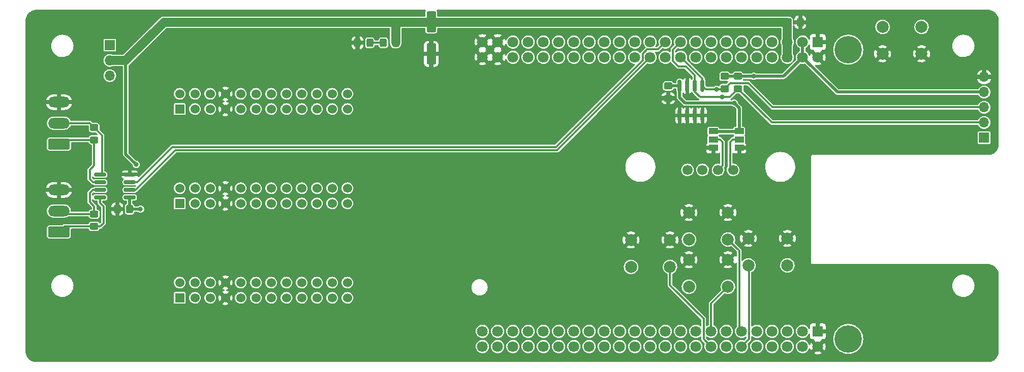
<source format=gbr>
%TF.GenerationSoftware,KiCad,Pcbnew,(6.0.7)*%
%TF.CreationDate,2022-08-24T09:29:56-04:00*%
%TF.ProjectId,BBB_16_Flex,4242425f-3136-45f4-966c-65782e6b6963,v2*%
%TF.SameCoordinates,Original*%
%TF.FileFunction,Copper,L1,Top*%
%TF.FilePolarity,Positive*%
%FSLAX46Y46*%
G04 Gerber Fmt 4.6, Leading zero omitted, Abs format (unit mm)*
G04 Created by KiCad (PCBNEW (6.0.7)) date 2022-08-24 09:29:56*
%MOMM*%
%LPD*%
G01*
G04 APERTURE LIST*
G04 Aperture macros list*
%AMRoundRect*
0 Rectangle with rounded corners*
0 $1 Rounding radius*
0 $2 $3 $4 $5 $6 $7 $8 $9 X,Y pos of 4 corners*
0 Add a 4 corners polygon primitive as box body*
4,1,4,$2,$3,$4,$5,$6,$7,$8,$9,$2,$3,0*
0 Add four circle primitives for the rounded corners*
1,1,$1+$1,$2,$3*
1,1,$1+$1,$4,$5*
1,1,$1+$1,$6,$7*
1,1,$1+$1,$8,$9*
0 Add four rect primitives between the rounded corners*
20,1,$1+$1,$2,$3,$4,$5,0*
20,1,$1+$1,$4,$5,$6,$7,0*
20,1,$1+$1,$6,$7,$8,$9,0*
20,1,$1+$1,$8,$9,$2,$3,0*%
G04 Aperture macros list end*
%TA.AperFunction,SMDPad,CuDef*%
%ADD10RoundRect,0.250000X-0.550000X1.500000X-0.550000X-1.500000X0.550000X-1.500000X0.550000X1.500000X0*%
%TD*%
%TA.AperFunction,SMDPad,CuDef*%
%ADD11RoundRect,0.249999X-0.325001X-0.450001X0.325001X-0.450001X0.325001X0.450001X-0.325001X0.450001X0*%
%TD*%
%TA.AperFunction,ComponentPad*%
%ADD12C,1.700000*%
%TD*%
%TA.AperFunction,ComponentPad*%
%ADD13R,1.700000X1.700000*%
%TD*%
%TA.AperFunction,ComponentPad*%
%ADD14O,1.700000X1.700000*%
%TD*%
%TA.AperFunction,SMDPad,CuDef*%
%ADD15RoundRect,0.249999X-0.450001X0.325001X-0.450001X-0.325001X0.450001X-0.325001X0.450001X0.325001X0*%
%TD*%
%TA.AperFunction,SMDPad,CuDef*%
%ADD16RoundRect,0.249999X0.450001X-0.325001X0.450001X0.325001X-0.450001X0.325001X-0.450001X-0.325001X0*%
%TD*%
%TA.AperFunction,SMDPad,CuDef*%
%ADD17RoundRect,0.150000X0.150000X-0.825000X0.150000X0.825000X-0.150000X0.825000X-0.150000X-0.825000X0*%
%TD*%
%TA.AperFunction,ComponentPad*%
%ADD18RoundRect,0.250000X1.550000X-0.650000X1.550000X0.650000X-1.550000X0.650000X-1.550000X-0.650000X0*%
%TD*%
%TA.AperFunction,ComponentPad*%
%ADD19O,3.600000X1.800000*%
%TD*%
%TA.AperFunction,SMDPad,CuDef*%
%ADD20RoundRect,0.150000X0.825000X0.150000X-0.825000X0.150000X-0.825000X-0.150000X0.825000X-0.150000X0*%
%TD*%
%TA.AperFunction,SMDPad,CuDef*%
%ADD21RoundRect,0.249999X0.325001X0.450001X-0.325001X0.450001X-0.325001X-0.450001X0.325001X-0.450001X0*%
%TD*%
%TA.AperFunction,SMDPad,CuDef*%
%ADD22R,1.500000X1.000000*%
%TD*%
%TA.AperFunction,ComponentPad*%
%ADD23C,2.000000*%
%TD*%
%TA.AperFunction,ComponentPad*%
%ADD24R,1.530000X1.530000*%
%TD*%
%TA.AperFunction,ComponentPad*%
%ADD25C,1.530000*%
%TD*%
%TA.AperFunction,ComponentPad*%
%ADD26R,1.800000X1.800000*%
%TD*%
%TA.AperFunction,ComponentPad*%
%ADD27C,1.800000*%
%TD*%
%TA.AperFunction,ComponentPad*%
%ADD28C,4.572000*%
%TD*%
%TA.AperFunction,ViaPad*%
%ADD29C,0.800000*%
%TD*%
%TA.AperFunction,Conductor*%
%ADD30C,0.500000*%
%TD*%
%TA.AperFunction,Conductor*%
%ADD31C,1.500000*%
%TD*%
%TA.AperFunction,Conductor*%
%ADD32C,0.350000*%
%TD*%
G04 APERTURE END LIST*
D10*
%TO.P,C1,1*%
%TO.N,+5V*%
X154164000Y-73300000D03*
%TO.P,C1,2*%
%TO.N,GND*%
X154164000Y-78700000D03*
%TD*%
D11*
%TO.P,D1,1*%
%TO.N,Net-(D1-Pad1)*%
X146201600Y-76820000D03*
%TO.P,D1,2*%
%TO.N,+5V*%
X148251600Y-76820000D03*
%TD*%
D12*
%TO.P,J5,1*%
%TO.N,I2C_SDA*%
X196860000Y-98044000D03*
%TO.P,J5,2*%
%TO.N,I2C_SCL*%
X199360000Y-98044000D03*
%TO.P,J5,3*%
%TO.N,/OLED_Pin_3*%
X201960000Y-98044000D03*
%TO.P,J5,4*%
%TO.N,/OLED_Pin_4*%
X204460000Y-98044000D03*
%TD*%
D13*
%TO.P,J4,1*%
%TO.N,Net-(J4-Pad1)*%
X246278400Y-92671900D03*
D14*
%TO.P,J4,2*%
%TO.N,I2C_SCL*%
X246278400Y-90131900D03*
%TO.P,J4,3*%
%TO.N,I2C_SDA*%
X246278400Y-87591900D03*
%TO.P,J4,4*%
%TO.N,+3V3*%
X246278400Y-85051900D03*
%TO.P,J4,5*%
%TO.N,GND*%
X246278400Y-82511900D03*
%TD*%
D15*
%TO.P,R4,1*%
%TO.N,+3V3*%
X203070000Y-82420900D03*
%TO.P,R4,2*%
%TO.N,I2C_SDA*%
X203070000Y-84470900D03*
%TD*%
D16*
%TO.P,C3,1*%
%TO.N,GND*%
X193646600Y-86083800D03*
%TO.P,C3,2*%
%TO.N,+3V3*%
X193646600Y-84033800D03*
%TD*%
D17*
%TO.P,U3,1*%
%TO.N,GND*%
X195551600Y-88956200D03*
%TO.P,U3,2*%
X196821600Y-88956200D03*
%TO.P,U3,3*%
X198091600Y-88956200D03*
%TO.P,U3,4*%
X199361600Y-88956200D03*
%TO.P,U3,5*%
%TO.N,I2C_SDA*%
X199361600Y-84006200D03*
%TO.P,U3,6*%
%TO.N,I2C_SCL*%
X198091600Y-84006200D03*
%TO.P,U3,7*%
%TO.N,GND*%
X196821600Y-84006200D03*
%TO.P,U3,8*%
%TO.N,+3V3*%
X195551600Y-84006200D03*
%TD*%
D11*
%TO.P,R1,1*%
%TO.N,GND*%
X141883600Y-76820000D03*
%TO.P,R1,2*%
%TO.N,Net-(D1-Pad1)*%
X143933600Y-76820000D03*
%TD*%
D18*
%TO.P,J7,1*%
%TO.N,/Serial/DMX1+*%
X92127280Y-108386120D03*
D19*
%TO.P,J7,2*%
%TO.N,/Serial/DMX1-*%
X92127280Y-104886120D03*
%TO.P,J7,3*%
%TO.N,GND*%
X92127280Y-101386120D03*
%TD*%
D16*
%TO.P,R3,1*%
%TO.N,/Serial/DMX2+*%
X98015000Y-93033200D03*
%TO.P,R3,2*%
%TO.N,/Serial/DMX2-*%
X98015000Y-90983200D03*
%TD*%
D11*
%TO.P,C4,1*%
%TO.N,+5V*%
X213605000Y-73406000D03*
%TO.P,C4,2*%
%TO.N,GND*%
X215655000Y-73406000D03*
%TD*%
D20*
%TO.P,U2,1*%
%TO.N,+5V*%
X103944400Y-102625400D03*
%TO.P,U2,2*%
%TO.N,TXD1*%
X103944400Y-101355400D03*
%TO.P,U2,3*%
%TO.N,TXD2*%
X103944400Y-100085400D03*
%TO.P,U2,4*%
%TO.N,GND*%
X103944400Y-98815400D03*
%TO.P,U2,5*%
%TO.N,/Serial/DMX2-*%
X98994400Y-98815400D03*
%TO.P,U2,6*%
%TO.N,/Serial/DMX2+*%
X98994400Y-100085400D03*
%TO.P,U2,7*%
%TO.N,/Serial/DMX1-*%
X98994400Y-101355400D03*
%TO.P,U2,8*%
%TO.N,/Serial/DMX1+*%
X98994400Y-102625400D03*
%TD*%
D21*
%TO.P,C5,1*%
%TO.N,+5V*%
X103916800Y-104581200D03*
%TO.P,C5,2*%
%TO.N,GND*%
X101866800Y-104581200D03*
%TD*%
D18*
%TO.P,J8,1*%
%TO.N,/Serial/DMX2+*%
X92147600Y-93735400D03*
D19*
%TO.P,J8,2*%
%TO.N,/Serial/DMX2-*%
X92147600Y-90235400D03*
%TO.P,J8,3*%
%TO.N,GND*%
X92147600Y-86735400D03*
%TD*%
D16*
%TO.P,R2,1*%
%TO.N,/Serial/DMX1+*%
X98015000Y-107460400D03*
%TO.P,R2,2*%
%TO.N,/Serial/DMX1-*%
X98015000Y-105410400D03*
%TD*%
D22*
%TO.P,JP1,1*%
%TO.N,GND*%
X205486000Y-94361000D03*
%TO.P,JP1,2*%
%TO.N,/OLED_Pin_4*%
X205486000Y-92964000D03*
%TO.P,JP1,3*%
%TO.N,+3V3*%
X205486000Y-91567000D03*
%TD*%
%TO.P,JP2,1*%
%TO.N,GND*%
X201168000Y-94361000D03*
%TO.P,JP2,2*%
%TO.N,/OLED_Pin_3*%
X201168000Y-92964000D03*
%TO.P,JP2,3*%
%TO.N,+3V3*%
X201168000Y-91567000D03*
%TD*%
D23*
%TO.P,SW1,1*%
%TO.N,PWR_BUT*%
X235862000Y-74168000D03*
X229362000Y-74168000D03*
%TO.P,SW1,2*%
%TO.N,GND*%
X229362000Y-78668000D03*
X235862000Y-78668000D03*
%TD*%
D24*
%TO.P,J2,1*%
%TO.N,/PWR2*%
X112268000Y-103632000D03*
D25*
%TO.P,J2,2*%
X112268000Y-101092000D03*
%TO.P,J2,3*%
%TO.N,Net-(J2-Pad3)*%
X114808000Y-103632000D03*
%TO.P,J2,4*%
%TO.N,Net-(J2-Pad4)*%
X114808000Y-101092000D03*
%TO.P,J2,5*%
%TO.N,Net-(J2-Pad5)*%
X117348000Y-103632000D03*
%TO.P,J2,6*%
%TO.N,Net-(J2-Pad6)*%
X117348000Y-101092000D03*
%TO.P,J2,7*%
%TO.N,GND*%
X119888000Y-103632000D03*
%TO.P,J2,8*%
X119888000Y-101092000D03*
%TO.P,J2,9*%
%TO.N,OUT17*%
X122428000Y-103632000D03*
%TO.P,J2,10*%
%TO.N,OUT18*%
X122428000Y-101092000D03*
%TO.P,J2,11*%
%TO.N,OUT19*%
X124968000Y-103632000D03*
%TO.P,J2,12*%
%TO.N,OUT20*%
X124968000Y-101092000D03*
%TO.P,J2,13*%
%TO.N,OUT21*%
X127508000Y-103632000D03*
%TO.P,J2,14*%
%TO.N,OUT22*%
X127508000Y-101092000D03*
%TO.P,J2,15*%
%TO.N,OUT23*%
X130048000Y-103632000D03*
%TO.P,J2,16*%
%TO.N,OUT24*%
X130048000Y-101092000D03*
%TO.P,J2,17*%
%TO.N,OUT25*%
X132588000Y-103632000D03*
%TO.P,J2,18*%
%TO.N,OUT26*%
X132588000Y-101092000D03*
%TO.P,J2,19*%
%TO.N,OUT27*%
X135128000Y-103632000D03*
%TO.P,J2,20*%
%TO.N,OUT28*%
X135128000Y-101092000D03*
%TO.P,J2,21*%
%TO.N,OUT29*%
X137668000Y-103632000D03*
%TO.P,J2,22*%
%TO.N,OUT30*%
X137668000Y-101092000D03*
%TO.P,J2,23*%
%TO.N,OUT31*%
X140208000Y-103632000D03*
%TO.P,J2,24*%
%TO.N,OUT32*%
X140208000Y-101092000D03*
%TD*%
D13*
%TO.P,J9,1*%
%TO.N,/PWR1*%
X100616000Y-77234000D03*
D14*
%TO.P,J9,2*%
%TO.N,+5V*%
X100616000Y-79774000D03*
%TO.P,J9,3*%
%TO.N,/PWR2*%
X100616000Y-82314000D03*
%TD*%
D24*
%TO.P,J1,1*%
%TO.N,/PWR1*%
X112268000Y-87884000D03*
D25*
%TO.P,J1,2*%
X112268000Y-85344000D03*
%TO.P,J1,3*%
%TO.N,Net-(J1-Pad3)*%
X114808000Y-87884000D03*
%TO.P,J1,4*%
%TO.N,Net-(J1-Pad4)*%
X114808000Y-85344000D03*
%TO.P,J1,5*%
%TO.N,Net-(J1-Pad5)*%
X117348000Y-87884000D03*
%TO.P,J1,6*%
%TO.N,Net-(J1-Pad6)*%
X117348000Y-85344000D03*
%TO.P,J1,7*%
%TO.N,GND*%
X119888000Y-87884000D03*
%TO.P,J1,8*%
X119888000Y-85344000D03*
%TO.P,J1,9*%
%TO.N,OUT1*%
X122428000Y-87884000D03*
%TO.P,J1,10*%
%TO.N,OUT2*%
X122428000Y-85344000D03*
%TO.P,J1,11*%
%TO.N,OUT3*%
X124968000Y-87884000D03*
%TO.P,J1,12*%
%TO.N,OUT4*%
X124968000Y-85344000D03*
%TO.P,J1,13*%
%TO.N,OUT5*%
X127508000Y-87884000D03*
%TO.P,J1,14*%
%TO.N,OUT6*%
X127508000Y-85344000D03*
%TO.P,J1,15*%
%TO.N,OUT7*%
X130048000Y-87884000D03*
%TO.P,J1,16*%
%TO.N,OUT8*%
X130048000Y-85344000D03*
%TO.P,J1,17*%
%TO.N,OUT9*%
X132588000Y-87884000D03*
%TO.P,J1,18*%
%TO.N,OUT10*%
X132588000Y-85344000D03*
%TO.P,J1,19*%
%TO.N,OUT11*%
X135128000Y-87884000D03*
%TO.P,J1,20*%
%TO.N,OUT12*%
X135128000Y-85344000D03*
%TO.P,J1,21*%
%TO.N,OUT13*%
X137668000Y-87884000D03*
%TO.P,J1,22*%
%TO.N,OUT14*%
X137668000Y-85344000D03*
%TO.P,J1,23*%
%TO.N,OUT15*%
X140208000Y-87884000D03*
%TO.P,J1,24*%
%TO.N,OUT16*%
X140208000Y-85344000D03*
%TD*%
D24*
%TO.P,J3,1*%
%TO.N,Net-(J3-Pad1)*%
X112268000Y-119380000D03*
D25*
%TO.P,J3,2*%
%TO.N,Net-(J3-Pad2)*%
X112268000Y-116840000D03*
%TO.P,J3,3*%
%TO.N,Net-(J3-Pad3)*%
X114808000Y-119380000D03*
%TO.P,J3,4*%
%TO.N,Net-(J3-Pad4)*%
X114808000Y-116840000D03*
%TO.P,J3,5*%
%TO.N,Net-(J3-Pad5)*%
X117348000Y-119380000D03*
%TO.P,J3,6*%
%TO.N,Net-(J3-Pad6)*%
X117348000Y-116840000D03*
%TO.P,J3,7*%
%TO.N,GND*%
X119888000Y-119380000D03*
%TO.P,J3,8*%
X119888000Y-116840000D03*
%TO.P,J3,9*%
%TO.N,OUT33*%
X122428000Y-119380000D03*
%TO.P,J3,10*%
%TO.N,OUT34*%
X122428000Y-116840000D03*
%TO.P,J3,11*%
%TO.N,OUT35*%
X124968000Y-119380000D03*
%TO.P,J3,12*%
%TO.N,OUT36*%
X124968000Y-116840000D03*
%TO.P,J3,13*%
%TO.N,OUT37*%
X127508000Y-119380000D03*
%TO.P,J3,14*%
%TO.N,OUT38*%
X127508000Y-116840000D03*
%TO.P,J3,15*%
%TO.N,OUT39*%
X130048000Y-119380000D03*
%TO.P,J3,16*%
%TO.N,OUT40*%
X130048000Y-116840000D03*
%TO.P,J3,17*%
%TO.N,OUT41*%
X132588000Y-119380000D03*
%TO.P,J3,18*%
%TO.N,OUT42*%
X132588000Y-116840000D03*
%TO.P,J3,19*%
%TO.N,OUT43*%
X135128000Y-119380000D03*
%TO.P,J3,20*%
%TO.N,OUT44*%
X135128000Y-116840000D03*
%TO.P,J3,21*%
%TO.N,OUT45*%
X137668000Y-119380000D03*
%TO.P,J3,22*%
%TO.N,OUT46*%
X137668000Y-116840000D03*
%TO.P,J3,23*%
%TO.N,OUT47*%
X140208000Y-119380000D03*
%TO.P,J3,24*%
%TO.N,OUT48*%
X140208000Y-116840000D03*
%TD*%
D26*
%TO.P,U1,B1*%
%TO.N,GND*%
X218567000Y-124968000D03*
D27*
%TO.P,U1,B2*%
X218567000Y-127508000D03*
%TO.P,U1,B3*%
%TO.N,Net-(U1-PadB3)*%
X216027000Y-124968000D03*
%TO.P,U1,B4*%
%TO.N,Net-(U1-PadB4)*%
X216027000Y-127508000D03*
%TO.P,U1,B5*%
%TO.N,Net-(U1-PadB5)*%
X213487000Y-124968000D03*
%TO.P,U1,B6*%
%TO.N,Net-(U1-PadB6)*%
X213487000Y-127508000D03*
%TO.P,U1,B7*%
%TO.N,OUT24*%
X210947000Y-124968000D03*
%TO.P,U1,B8*%
%TO.N,OUT26*%
X210947000Y-127508000D03*
%TO.P,U1,B9*%
%TO.N,OUT28*%
X208407000Y-124968000D03*
%TO.P,U1,B10*%
%TO.N,OUT30*%
X208407000Y-127508000D03*
%TO.P,U1,B11*%
%TO.N,UPBTN*%
X205867000Y-124968000D03*
%TO.P,U1,B12*%
%TO.N,RIGHTBTN*%
X205867000Y-127508000D03*
%TO.P,U1,B13*%
%TO.N,OUT32*%
X203327000Y-124968000D03*
%TO.P,U1,B14*%
%TO.N,OUT31*%
X203327000Y-127508000D03*
%TO.P,U1,B15*%
%TO.N,DOWNBTN*%
X200787000Y-124968000D03*
%TO.P,U1,B16*%
%TO.N,LEFTBTN*%
X200787000Y-127508000D03*
%TO.P,U1,B17*%
%TO.N,OUT29*%
X198247000Y-124968000D03*
%TO.P,U1,B18*%
%TO.N,OUT27*%
X198247000Y-127508000D03*
%TO.P,U1,B19*%
%TO.N,OUT25*%
X195707000Y-124968000D03*
%TO.P,U1,B20*%
%TO.N,Net-(U1-PadB20)*%
X195707000Y-127508000D03*
%TO.P,U1,B21*%
%TO.N,Net-(U1-PadB21)*%
X193167000Y-124968000D03*
%TO.P,U1,B22*%
%TO.N,Net-(U1-PadB22)*%
X193167000Y-127508000D03*
%TO.P,U1,B23*%
%TO.N,Net-(U1-PadB23)*%
X190627000Y-124968000D03*
%TO.P,U1,B24*%
%TO.N,Net-(U1-PadB24)*%
X190627000Y-127508000D03*
%TO.P,U1,B25*%
%TO.N,Net-(U1-PadB25)*%
X188087000Y-124968000D03*
%TO.P,U1,B26*%
%TO.N,Net-(U1-PadB26)*%
X188087000Y-127508000D03*
%TO.P,U1,B27*%
%TO.N,OUT23*%
X185547000Y-124968000D03*
%TO.P,U1,B28*%
%TO.N,OUT21*%
X185547000Y-127508000D03*
%TO.P,U1,B29*%
%TO.N,OUT19*%
X183007000Y-124968000D03*
%TO.P,U1,B30*%
%TO.N,OUT17*%
X183007000Y-127508000D03*
%TO.P,U1,B31*%
%TO.N,OUT34*%
X180467000Y-124968000D03*
%TO.P,U1,B32*%
%TO.N,OUT36*%
X180467000Y-127508000D03*
%TO.P,U1,B33*%
%TO.N,OUT38*%
X177927000Y-124968000D03*
%TO.P,U1,B34*%
%TO.N,OUT40*%
X177927000Y-127508000D03*
%TO.P,U1,B35*%
%TO.N,OUT42*%
X175387000Y-124968000D03*
%TO.P,U1,B36*%
%TO.N,OUT44*%
X175387000Y-127508000D03*
%TO.P,U1,B37*%
%TO.N,OUT46*%
X172847000Y-124968000D03*
%TO.P,U1,B38*%
%TO.N,OUT48*%
X172847000Y-127508000D03*
%TO.P,U1,B39*%
%TO.N,OUT47*%
X170307000Y-124968000D03*
%TO.P,U1,B40*%
%TO.N,OUT45*%
X170307000Y-127508000D03*
%TO.P,U1,B41*%
%TO.N,OUT43*%
X167767000Y-124968000D03*
%TO.P,U1,B42*%
%TO.N,OUT41*%
X167767000Y-127508000D03*
%TO.P,U1,B43*%
%TO.N,OUT39*%
X165227000Y-124968000D03*
%TO.P,U1,B44*%
%TO.N,OUT33*%
X165227000Y-127508000D03*
%TO.P,U1,B45*%
%TO.N,OUT37*%
X162687000Y-124968000D03*
%TO.P,U1,B46*%
%TO.N,OUT35*%
X162687000Y-127508000D03*
D26*
%TO.P,U1,C1*%
%TO.N,GND*%
X218567000Y-76708000D03*
D27*
%TO.P,U1,C2*%
X218567000Y-79248000D03*
%TO.P,U1,C3*%
%TO.N,+3V3*%
X216027000Y-76708000D03*
%TO.P,U1,C4*%
X216027000Y-79248000D03*
%TO.P,U1,C5*%
%TO.N,+5V*%
X213487000Y-76708000D03*
%TO.P,U1,C6*%
X213487000Y-79248000D03*
%TO.P,U1,C7*%
%TO.N,Net-(U1-PadC7)*%
X210947000Y-76708000D03*
%TO.P,U1,C8*%
%TO.N,Net-(U1-PadC8)*%
X210947000Y-79248000D03*
%TO.P,U1,C9*%
%TO.N,PWR_BUT*%
X208407000Y-76708000D03*
%TO.P,U1,C10*%
%TO.N,Net-(U1-PadC10)*%
X208407000Y-79248000D03*
%TO.P,U1,C11*%
%TO.N,OUT20*%
X205867000Y-76708000D03*
%TO.P,U1,C12*%
%TO.N,OUT22*%
X205867000Y-79248000D03*
%TO.P,U1,C13*%
%TO.N,OUT1*%
X203327000Y-76708000D03*
%TO.P,U1,C14*%
%TO.N,OUT18*%
X203327000Y-79248000D03*
%TO.P,U1,C15*%
%TO.N,OUT5*%
X200787000Y-76708000D03*
%TO.P,U1,C16*%
%TO.N,OUT3*%
X200787000Y-79248000D03*
%TO.P,U1,C17*%
%TO.N,OUT9*%
X198247000Y-76708000D03*
%TO.P,U1,C18*%
%TO.N,OUT7*%
X198247000Y-79248000D03*
%TO.P,U1,C19*%
%TO.N,I2C_SCL*%
X195707000Y-76708000D03*
%TO.P,U1,C20*%
%TO.N,I2C_SDA*%
X195707000Y-79248000D03*
%TO.P,U1,C21*%
%TO.N,TXD2*%
X193167000Y-76708000D03*
%TO.P,U1,C22*%
%TO.N,OUT11*%
X193167000Y-79248000D03*
%TO.P,U1,C23*%
%TO.N,OUT13*%
X190627000Y-76708000D03*
%TO.P,U1,C24*%
%TO.N,TXD1*%
X190627000Y-79248000D03*
%TO.P,U1,C25*%
%TO.N,OUT16*%
X188087000Y-76708000D03*
%TO.P,U1,C26*%
%TO.N,OUT15*%
X188087000Y-79248000D03*
%TO.P,U1,C27*%
%TO.N,OUT12*%
X185547000Y-76708000D03*
%TO.P,U1,C28*%
%TO.N,OUT14*%
X185547000Y-79248000D03*
%TO.P,U1,C29*%
%TO.N,OUT8*%
X183007000Y-76708000D03*
%TO.P,U1,C30*%
%TO.N,OUT10*%
X183007000Y-79248000D03*
%TO.P,U1,C31*%
%TO.N,OUT6*%
X180467000Y-76708000D03*
%TO.P,U1,C32*%
%TO.N,Net-(U1-PadC32)*%
X180467000Y-79248000D03*
%TO.P,U1,C33*%
%TO.N,Net-(U1-PadC33)*%
X177927000Y-76708000D03*
%TO.P,U1,C34*%
%TO.N,Net-(U1-PadC34)*%
X177927000Y-79248000D03*
%TO.P,U1,C35*%
%TO.N,Net-(U1-PadC35)*%
X175387000Y-76708000D03*
%TO.P,U1,C36*%
%TO.N,Net-(U1-PadC36)*%
X175387000Y-79248000D03*
%TO.P,U1,C37*%
%TO.N,Net-(U1-PadC37)*%
X172847000Y-76708000D03*
%TO.P,U1,C38*%
%TO.N,Net-(U1-PadC38)*%
X172847000Y-79248000D03*
%TO.P,U1,C39*%
%TO.N,Net-(U1-PadC39)*%
X170307000Y-76708000D03*
%TO.P,U1,C40*%
%TO.N,Net-(U1-PadC40)*%
X170307000Y-79248000D03*
%TO.P,U1,C41*%
%TO.N,OUT2*%
X167767000Y-76708000D03*
%TO.P,U1,C42*%
%TO.N,OUT4*%
X167767000Y-79248000D03*
%TO.P,U1,C43*%
%TO.N,GND*%
X165227000Y-76708000D03*
%TO.P,U1,C44*%
X165227000Y-79248000D03*
%TO.P,U1,C45*%
X162687000Y-76708000D03*
%TO.P,U1,C46*%
X162687000Y-79248000D03*
D28*
%TO.P,U1,M2*%
%TO.N,N/C*%
X223647000Y-77978000D03*
%TO.P,U1,M3*%
X223647000Y-126238000D03*
%TD*%
D23*
%TO.P,SW5,1*%
%TO.N,GND*%
X207010000Y-109474000D03*
X213510000Y-109474000D03*
%TO.P,SW5,2*%
%TO.N,RIGHTBTN*%
X213510000Y-113974000D03*
X207010000Y-113974000D03*
%TD*%
%TO.P,SW4,1*%
%TO.N,GND*%
X193952000Y-109728000D03*
X187452000Y-109728000D03*
%TO.P,SW4,2*%
%TO.N,LEFTBTN*%
X187452000Y-114228000D03*
X193952000Y-114228000D03*
%TD*%
%TO.P,SW2,1*%
%TO.N,GND*%
X197104000Y-105156000D03*
X203604000Y-105156000D03*
%TO.P,SW2,2*%
%TO.N,UPBTN*%
X197104000Y-109656000D03*
X203604000Y-109656000D03*
%TD*%
%TO.P,SW3,1*%
%TO.N,GND*%
X197104000Y-113030000D03*
X203604000Y-113030000D03*
%TO.P,SW3,2*%
%TO.N,DOWNBTN*%
X203604000Y-117530000D03*
X197104000Y-117530000D03*
%TD*%
D15*
%TO.P,R5,1*%
%TO.N,+3V3*%
X205267100Y-82420900D03*
%TO.P,R5,2*%
%TO.N,I2C_SCL*%
X205267100Y-84470900D03*
%TD*%
D29*
%TO.N,GND*%
X209550000Y-83820000D03*
X207010000Y-88900000D03*
X152132000Y-77270000D03*
X111252000Y-92710000D03*
X199644000Y-74930000D03*
X109116000Y-85634000D03*
X225806000Y-73914000D03*
X238252000Y-115824000D03*
X193916000Y-81634000D03*
X105316000Y-82534000D03*
X173482000Y-71882000D03*
X169672000Y-96266000D03*
X176784000Y-81026000D03*
X195326000Y-91948000D03*
X246634000Y-128270000D03*
X200216000Y-118434000D03*
X233680000Y-86360000D03*
X151116000Y-71734000D03*
X101600000Y-102870000D03*
X153162000Y-96266000D03*
X157616000Y-71734000D03*
X216154000Y-82042000D03*
X127762000Y-71882000D03*
X152132000Y-78540000D03*
X247650000Y-115824000D03*
X106416000Y-72734000D03*
X244094000Y-88900000D03*
X244094000Y-86360000D03*
X155956000Y-116586000D03*
X133016000Y-75534000D03*
X156196000Y-79810000D03*
X223012000Y-83566000D03*
X221996000Y-73660000D03*
X189992000Y-84582000D03*
X156196000Y-78540000D03*
X221488000Y-86360000D03*
X160528000Y-96266000D03*
X160528000Y-79248000D03*
X240030000Y-73406000D03*
X203962000Y-88900000D03*
X142240000Y-86614000D03*
X148336000Y-116586000D03*
X124714000Y-126492000D03*
X105410000Y-117856000D03*
X203200000Y-122682000D03*
X215900000Y-103124000D03*
X234442000Y-88900000D03*
X183134000Y-95758000D03*
X214884000Y-88900000D03*
X169418000Y-104648000D03*
X124714000Y-92456000D03*
X208026000Y-85852000D03*
X110916000Y-75734000D03*
X178562000Y-86614000D03*
X102870000Y-97282000D03*
X217678000Y-73406000D03*
X194564000Y-98044000D03*
X100316000Y-86034000D03*
X225298000Y-93980000D03*
X112776000Y-96266000D03*
X118116000Y-75634000D03*
X100616000Y-73034000D03*
X109116000Y-78134000D03*
X200914000Y-88900000D03*
X156196000Y-77270000D03*
X160528000Y-126238000D03*
X186182000Y-88646000D03*
X201216000Y-96034000D03*
X97316000Y-83134000D03*
X160274000Y-86614000D03*
X197616000Y-122934000D03*
X107442000Y-101092000D03*
X133016000Y-79334000D03*
X217170000Y-93980000D03*
X166116000Y-116332000D03*
X145542000Y-96266000D03*
X169164000Y-81026000D03*
X135382000Y-96012000D03*
X106680000Y-96012000D03*
X150114000Y-104394000D03*
X118116000Y-80134000D03*
X124714000Y-96266000D03*
X197716000Y-91234000D03*
X218186000Y-115316000D03*
X101600000Y-98806000D03*
X179070000Y-74930000D03*
X192416000Y-117134000D03*
X187198000Y-117348000D03*
X245872000Y-73152000D03*
X101600000Y-106680000D03*
X205516000Y-96034000D03*
X134112000Y-126238000D03*
X211836000Y-74930000D03*
X125476000Y-110490000D03*
X231902000Y-128016000D03*
X204470000Y-74930000D03*
X197716000Y-96234000D03*
X233426000Y-83566000D03*
X243586000Y-93980000D03*
X234442000Y-93980000D03*
X225298000Y-88900000D03*
X160528000Y-104648000D03*
X105016000Y-89934000D03*
X152132000Y-79810000D03*
X211582000Y-122428000D03*
X204470000Y-71882000D03*
X111252000Y-89916000D03*
X102016000Y-91334000D03*
X229108000Y-115316000D03*
X96716000Y-73134000D03*
%TO.N,+5V*%
X105016000Y-97134002D03*
X105730802Y-104581200D03*
%TO.N,I2C_SCL*%
X202634000Y-85852000D03*
%TO.N,I2C_SDA*%
X201676000Y-84582000D03*
%TO.N,+3V3*%
X204634966Y-86868000D03*
X207896891Y-82420891D03*
%TD*%
D30*
%TO.N,+5V*%
X103276000Y-79774000D02*
X103276000Y-95394002D01*
D31*
X213487000Y-79248000D02*
X213487000Y-76708000D01*
D30*
X103916800Y-104581200D02*
X103916800Y-102653000D01*
D31*
X213487000Y-76708000D02*
X213487000Y-73524000D01*
X148251600Y-76820000D02*
X148251600Y-73798400D01*
X213487000Y-73524000D02*
X213369000Y-73406000D01*
X109644000Y-73406000D02*
X103276000Y-79774000D01*
X148251600Y-73798400D02*
X148644000Y-73406000D01*
D30*
X103916800Y-102653000D02*
X103944400Y-102625400D01*
D31*
X103276000Y-79774000D02*
X100616000Y-79774000D01*
D30*
X103276000Y-95394002D02*
X105016000Y-97134002D01*
D31*
X148644000Y-73406000D02*
X109644000Y-73406000D01*
X213369000Y-73406000D02*
X148644000Y-73406000D01*
D30*
X103916800Y-104581200D02*
X105730802Y-104581200D01*
D32*
%TO.N,/OLED_Pin_4*%
X204386000Y-92964000D02*
X205486000Y-92964000D01*
X204460000Y-98044000D02*
X203962000Y-97546000D01*
X203962000Y-93388000D02*
X204386000Y-92964000D01*
X203962000Y-97546000D02*
X203962000Y-93388000D01*
%TO.N,/OLED_Pin_3*%
X202692000Y-93388000D02*
X202268000Y-92964000D01*
X201960000Y-98044000D02*
X202692000Y-97312000D01*
X202692000Y-97312000D02*
X202692000Y-93388000D01*
X202268000Y-92964000D02*
X201168000Y-92964000D01*
%TO.N,I2C_SCL*%
X202634000Y-85852000D02*
X203886000Y-85852000D01*
X198091600Y-84981200D02*
X198962400Y-85852000D01*
X203886000Y-85852000D02*
X205267100Y-84470900D01*
X194416000Y-77999000D02*
X195707000Y-76708000D01*
X195326000Y-80772000D02*
X194392001Y-79838001D01*
X194392001Y-79838001D02*
X194392001Y-79746003D01*
X198091600Y-84006200D02*
X198091600Y-84981200D01*
X196596000Y-80772000D02*
X195326000Y-80772000D01*
X198962400Y-85852000D02*
X202634000Y-85852000D01*
X210928100Y-90131900D02*
X246278400Y-90131900D01*
X194392001Y-79746003D02*
X194392001Y-79836001D01*
X198091600Y-82267600D02*
X196596000Y-80772000D01*
X194392001Y-79746003D02*
X194416000Y-79722004D01*
X205267100Y-84470900D02*
X210928100Y-90131900D01*
X194416000Y-79722004D02*
X194416000Y-77999000D01*
X198091600Y-84006200D02*
X198091600Y-82267600D01*
%TO.N,I2C_SDA*%
X201676000Y-84582000D02*
X202958900Y-84582000D01*
X195779122Y-79248000D02*
X199361600Y-82830478D01*
X202958900Y-84582000D02*
X203070000Y-84470900D01*
X201422000Y-84582000D02*
X201676000Y-84582000D01*
X195707000Y-79248000D02*
X195779122Y-79248000D01*
X199937400Y-84582000D02*
X201422000Y-84582000D01*
X199361600Y-82830478D02*
X199361600Y-84006200D01*
X207014890Y-83570890D02*
X203970010Y-83570890D01*
X246278400Y-87591900D02*
X211035900Y-87591900D01*
X203970010Y-83570890D02*
X203070000Y-84470900D01*
X199361600Y-84006200D02*
X199937400Y-84582000D01*
X211035900Y-87591900D02*
X207014890Y-83570890D01*
D30*
%TO.N,+3V3*%
X205267100Y-82420900D02*
X207896882Y-82420900D01*
X205486000Y-87719034D02*
X204634966Y-86868000D01*
X216027000Y-79248000D02*
X212854109Y-82420891D01*
X205486000Y-91664000D02*
X205486000Y-87719034D01*
X221830900Y-85051900D02*
X246278400Y-85051900D01*
X216027000Y-76708000D02*
X216027000Y-79248000D01*
X195551600Y-84006200D02*
X193674200Y-84006200D01*
X203070000Y-82420900D02*
X205267100Y-82420900D01*
X193674200Y-84006200D02*
X193646600Y-84033800D01*
X212854109Y-82420891D02*
X207896891Y-82420891D01*
X207896882Y-82420900D02*
X207896891Y-82420891D01*
X204634966Y-86868000D02*
X196450000Y-86868000D01*
X196450000Y-86868000D02*
X195551600Y-85969600D01*
X216027000Y-79248000D02*
X221830900Y-85051900D01*
X195551600Y-85969600D02*
X195551600Y-84006200D01*
X205486000Y-91664000D02*
X201168000Y-91664000D01*
D32*
%TO.N,/Serial/DMX1-*%
X98994400Y-101355400D02*
X97780600Y-101355400D01*
X98015000Y-104140000D02*
X98015000Y-105410400D01*
X97282000Y-101854000D02*
X97282000Y-103407000D01*
X92127280Y-104886120D02*
X92651160Y-105410000D01*
X97780600Y-101355400D02*
X97282000Y-101854000D01*
X92651160Y-105410000D02*
X98014600Y-105410000D01*
X98014600Y-105410000D02*
X98015000Y-105410400D01*
X97282000Y-103407000D02*
X98015000Y-104140000D01*
%TO.N,/Serial/DMX1+*%
X99568000Y-106934000D02*
X99568000Y-104140000D01*
X99041600Y-107460400D02*
X99568000Y-106934000D01*
X93053000Y-107460400D02*
X92127280Y-108386120D01*
X98015000Y-107460400D02*
X99041600Y-107460400D01*
X99568000Y-104140000D02*
X98994400Y-103566400D01*
X98994400Y-103566400D02*
X98994400Y-102625400D01*
X98015000Y-107460400D02*
X93053000Y-107460400D01*
%TO.N,/Serial/DMX2+*%
X97799400Y-100085400D02*
X97282000Y-99568000D01*
X98015000Y-93033200D02*
X92849800Y-93033200D01*
X92849800Y-93033200D02*
X92147600Y-93735400D01*
X97282000Y-98044000D02*
X98015000Y-97311000D01*
X98015000Y-97311000D02*
X98015000Y-93033200D01*
X97282000Y-99568000D02*
X97282000Y-98044000D01*
X98994400Y-100085400D02*
X97799400Y-100085400D01*
%TO.N,/Serial/DMX2-*%
X99314000Y-98495800D02*
X99314000Y-92282200D01*
X98994400Y-98815400D02*
X99314000Y-98495800D01*
X97267200Y-90235400D02*
X98015000Y-90983200D01*
X99314000Y-92282200D02*
X98015000Y-90983200D01*
X92147600Y-90235400D02*
X97267200Y-90235400D01*
%TO.N,TXD1*%
X111540789Y-94734011D02*
X104919400Y-101355400D01*
X190627000Y-79248000D02*
X175140989Y-94734011D01*
X175140989Y-94734011D02*
X111540789Y-94734011D01*
X104919400Y-101355400D02*
X103944400Y-101355400D01*
%TO.N,TXD2*%
X110998000Y-94234000D02*
X105146600Y-100085400D01*
X193167000Y-76708000D02*
X191941999Y-77933001D01*
X189401999Y-78659999D02*
X189401999Y-79746003D01*
X189401999Y-79746003D02*
X174914002Y-94234000D01*
X190128997Y-77933001D02*
X189401999Y-78659999D01*
X105146600Y-100085400D02*
X103944400Y-100085400D01*
X191941999Y-77933001D02*
X190128997Y-77933001D01*
X174914002Y-94234000D02*
X110998000Y-94234000D01*
%TO.N,Net-(D1-Pad1)*%
X146201600Y-76820000D02*
X143933600Y-76820000D01*
%TO.N,UPBTN*%
X205486000Y-124587000D02*
X205486000Y-111538000D01*
X205867000Y-124968000D02*
X205486000Y-124587000D01*
X205486000Y-111538000D02*
X203604000Y-109656000D01*
%TO.N,DOWNBTN*%
X200787000Y-124968000D02*
X200787000Y-120347000D01*
X200787000Y-120347000D02*
X203604000Y-117530000D01*
%TO.N,LEFTBTN*%
X199561999Y-126282999D02*
X199561999Y-122879999D01*
X200787000Y-127508000D02*
X199561999Y-126282999D01*
X199561999Y-122879999D02*
X193952000Y-117270000D01*
X193952000Y-117270000D02*
X193952000Y-114228000D01*
%TO.N,RIGHTBTN*%
X207010000Y-113974000D02*
X207092001Y-114056001D01*
X207092001Y-114056001D02*
X207092001Y-126282999D01*
X207092001Y-126282999D02*
X205867000Y-127508000D01*
%TD*%
%TA.AperFunction,Conductor*%
%TO.N,GND*%
G36*
X153226483Y-71340502D02*
G01*
X153272976Y-71394158D01*
X153283080Y-71464432D01*
X153259713Y-71521360D01*
X153216959Y-71579243D01*
X153216958Y-71579246D01*
X153211366Y-71586816D01*
X153166481Y-71714631D01*
X153163500Y-71746166D01*
X153163500Y-72329500D01*
X153143498Y-72397621D01*
X153089842Y-72444114D01*
X153037500Y-72455500D01*
X148659416Y-72455500D01*
X148655898Y-72455451D01*
X148580409Y-72453342D01*
X148580406Y-72453342D01*
X148574027Y-72453164D01*
X148567741Y-72454272D01*
X148561374Y-72454740D01*
X148561355Y-72454485D01*
X148549754Y-72455500D01*
X109659432Y-72455500D01*
X109655914Y-72455451D01*
X109580411Y-72453342D01*
X109580408Y-72453342D01*
X109574028Y-72453164D01*
X109517809Y-72463077D01*
X109508678Y-72464343D01*
X109451890Y-72470112D01*
X109430855Y-72476704D01*
X109426189Y-72478166D01*
X109410393Y-72482016D01*
X109390153Y-72485585D01*
X109390144Y-72485587D01*
X109383863Y-72486695D01*
X109377930Y-72489044D01*
X109330794Y-72507706D01*
X109322091Y-72510788D01*
X109267627Y-72527856D01*
X109262044Y-72530950D01*
X109262043Y-72530951D01*
X109244062Y-72540918D01*
X109229371Y-72547862D01*
X109204325Y-72557779D01*
X109156572Y-72589028D01*
X109148664Y-72593798D01*
X109107256Y-72616751D01*
X109098739Y-72621472D01*
X109093893Y-72625626D01*
X109093891Y-72625627D01*
X109078288Y-72639001D01*
X109065282Y-72648766D01*
X109042746Y-72663513D01*
X109038032Y-72667758D01*
X109001247Y-72704543D01*
X108994150Y-72711116D01*
X108952125Y-72747136D01*
X108934400Y-72769986D01*
X108923942Y-72781848D01*
X102919195Y-78786595D01*
X102856883Y-78820621D01*
X102830100Y-78823500D01*
X101098740Y-78823500D01*
X101038812Y-78808336D01*
X101025055Y-78800897D01*
X100828254Y-78739977D01*
X100822129Y-78739333D01*
X100822128Y-78739333D01*
X100629498Y-78719087D01*
X100629496Y-78719087D01*
X100623369Y-78718443D01*
X100536529Y-78726346D01*
X100424342Y-78736555D01*
X100424339Y-78736556D01*
X100418203Y-78737114D01*
X100220572Y-78795280D01*
X100215107Y-78798137D01*
X100163622Y-78825053D01*
X100038002Y-78890726D01*
X100033201Y-78894586D01*
X100033198Y-78894588D01*
X99926140Y-78980665D01*
X99877447Y-79019815D01*
X99745024Y-79177630D01*
X99742056Y-79183028D01*
X99742053Y-79183033D01*
X99676578Y-79302133D01*
X99645776Y-79358162D01*
X99583484Y-79554532D01*
X99582798Y-79560649D01*
X99582797Y-79560653D01*
X99573890Y-79640067D01*
X99560520Y-79759262D01*
X99561036Y-79765406D01*
X99576737Y-79952378D01*
X99577759Y-79964553D01*
X99579458Y-79970478D01*
X99632411Y-80155146D01*
X99634544Y-80162586D01*
X99637359Y-80168063D01*
X99637360Y-80168066D01*
X99723090Y-80334879D01*
X99728712Y-80345818D01*
X99856677Y-80507270D01*
X99861370Y-80511264D01*
X99861371Y-80511265D01*
X99983421Y-80615137D01*
X100013564Y-80640791D01*
X100193398Y-80741297D01*
X100288238Y-80772113D01*
X100383471Y-80803056D01*
X100383475Y-80803057D01*
X100389329Y-80804959D01*
X100593894Y-80829351D01*
X100600029Y-80828879D01*
X100600031Y-80828879D01*
X100656039Y-80824569D01*
X100799300Y-80813546D01*
X100805230Y-80811890D01*
X100805232Y-80811890D01*
X100898513Y-80785845D01*
X100997725Y-80758145D01*
X101037539Y-80738033D01*
X101094348Y-80724500D01*
X102699500Y-80724500D01*
X102767621Y-80744502D01*
X102814114Y-80798158D01*
X102825500Y-80850500D01*
X102825500Y-95359782D01*
X102824627Y-95374591D01*
X102820636Y-95408312D01*
X102822328Y-95417576D01*
X102822328Y-95417577D01*
X102831172Y-95466003D01*
X102831822Y-95469906D01*
X102838911Y-95517053D01*
X102840551Y-95527964D01*
X102843679Y-95534477D01*
X102844975Y-95541575D01*
X102872025Y-95593649D01*
X102873768Y-95597139D01*
X102899191Y-95650081D01*
X102904077Y-95655367D01*
X102904110Y-95655415D01*
X102907421Y-95661790D01*
X102911725Y-95666830D01*
X102948952Y-95704057D01*
X102952381Y-95707622D01*
X102991146Y-95749558D01*
X102997505Y-95753251D01*
X103003663Y-95758768D01*
X104384838Y-97139943D01*
X104418864Y-97202255D01*
X104420664Y-97212587D01*
X104430956Y-97290764D01*
X104434116Y-97298393D01*
X104434978Y-97300473D01*
X104491464Y-97436843D01*
X104542674Y-97503581D01*
X104578463Y-97550222D01*
X104587718Y-97562284D01*
X104713159Y-97658538D01*
X104859238Y-97719046D01*
X105016000Y-97739684D01*
X105024188Y-97738606D01*
X105164574Y-97720124D01*
X105172762Y-97719046D01*
X105318841Y-97658538D01*
X105444282Y-97562284D01*
X105453538Y-97550222D01*
X105489326Y-97503581D01*
X105540536Y-97436843D01*
X105597022Y-97300473D01*
X105597884Y-97298393D01*
X105601044Y-97290764D01*
X105621682Y-97134002D01*
X105602594Y-96989012D01*
X105602122Y-96985428D01*
X105601044Y-96977240D01*
X105540536Y-96831161D01*
X105444282Y-96705720D01*
X105318841Y-96609466D01*
X105172762Y-96548958D01*
X105094590Y-96538667D01*
X105029664Y-96509945D01*
X105021942Y-96502840D01*
X103763405Y-95244304D01*
X103729380Y-95181992D01*
X103726500Y-95155209D01*
X103726500Y-88919300D01*
X119353295Y-88919300D01*
X119356641Y-88923770D01*
X119521143Y-88994447D01*
X119532088Y-88998003D01*
X119729649Y-89042707D01*
X119741059Y-89044209D01*
X119943465Y-89052161D01*
X119954947Y-89051559D01*
X120155415Y-89022493D01*
X120166598Y-89019808D01*
X120358406Y-88954698D01*
X120368921Y-88950016D01*
X120410883Y-88926516D01*
X120420747Y-88916438D01*
X120417792Y-88908767D01*
X119900812Y-88391787D01*
X119886868Y-88384173D01*
X119885035Y-88384304D01*
X119878420Y-88388555D01*
X119360055Y-88906920D01*
X119353295Y-88919300D01*
X103726500Y-88919300D01*
X103726500Y-88668748D01*
X111302500Y-88668748D01*
X111303707Y-88674816D01*
X111309894Y-88705918D01*
X111314133Y-88727231D01*
X111358448Y-88793552D01*
X111424769Y-88837867D01*
X111436938Y-88840288D01*
X111436939Y-88840288D01*
X111477184Y-88848293D01*
X111483252Y-88849500D01*
X113052748Y-88849500D01*
X113058816Y-88848293D01*
X113099061Y-88840288D01*
X113099062Y-88840288D01*
X113111231Y-88837867D01*
X113177552Y-88793552D01*
X113221867Y-88727231D01*
X113226107Y-88705918D01*
X113232293Y-88674816D01*
X113233500Y-88668748D01*
X113233500Y-87870454D01*
X113837923Y-87870454D01*
X113853766Y-88059135D01*
X113905957Y-88241144D01*
X113908775Y-88246627D01*
X113989686Y-88404064D01*
X113989689Y-88404068D01*
X113992506Y-88409550D01*
X114110117Y-88557938D01*
X114114811Y-88561933D01*
X114214505Y-88646779D01*
X114254310Y-88680656D01*
X114419593Y-88773029D01*
X114599670Y-88831540D01*
X114787682Y-88853959D01*
X114793817Y-88853487D01*
X114793819Y-88853487D01*
X114970327Y-88839906D01*
X114970331Y-88839905D01*
X114976469Y-88839433D01*
X114982401Y-88837777D01*
X114982405Y-88837776D01*
X115067653Y-88813974D01*
X115158838Y-88788514D01*
X115327844Y-88703143D01*
X115352778Y-88683663D01*
X115472200Y-88590360D01*
X115477050Y-88586571D01*
X115484708Y-88577700D01*
X115596747Y-88447900D01*
X115596747Y-88447899D01*
X115600771Y-88443238D01*
X115694296Y-88278605D01*
X115754063Y-88098940D01*
X115763201Y-88026607D01*
X115777352Y-87914592D01*
X115777353Y-87914583D01*
X115777794Y-87911089D01*
X115778172Y-87884000D01*
X115776844Y-87870454D01*
X116377923Y-87870454D01*
X116393766Y-88059135D01*
X116445957Y-88241144D01*
X116448775Y-88246627D01*
X116529686Y-88404064D01*
X116529689Y-88404068D01*
X116532506Y-88409550D01*
X116650117Y-88557938D01*
X116654811Y-88561933D01*
X116754505Y-88646779D01*
X116794310Y-88680656D01*
X116959593Y-88773029D01*
X117139670Y-88831540D01*
X117327682Y-88853959D01*
X117333817Y-88853487D01*
X117333819Y-88853487D01*
X117510327Y-88839906D01*
X117510331Y-88839905D01*
X117516469Y-88839433D01*
X117522401Y-88837777D01*
X117522405Y-88837776D01*
X117607653Y-88813974D01*
X117698838Y-88788514D01*
X117867844Y-88703143D01*
X117892778Y-88683663D01*
X118012200Y-88590360D01*
X118017050Y-88586571D01*
X118024708Y-88577700D01*
X118136747Y-88447900D01*
X118136747Y-88447899D01*
X118140771Y-88443238D01*
X118234296Y-88278605D01*
X118294063Y-88098940D01*
X118303201Y-88026607D01*
X118317352Y-87914592D01*
X118317353Y-87914583D01*
X118317794Y-87911089D01*
X118318172Y-87884000D01*
X118315734Y-87859139D01*
X118718788Y-87859139D01*
X118732036Y-88061259D01*
X118733837Y-88072629D01*
X118783695Y-88268949D01*
X118787537Y-88279798D01*
X118846119Y-88406872D01*
X118855391Y-88417495D01*
X118861283Y-88415742D01*
X119380213Y-87896812D01*
X119386591Y-87885132D01*
X120388173Y-87885132D01*
X120388304Y-87886965D01*
X120392555Y-87893580D01*
X120908852Y-88409877D01*
X120921232Y-88416637D01*
X120927812Y-88411711D01*
X120954016Y-88364921D01*
X120958698Y-88354406D01*
X121023808Y-88162598D01*
X121026493Y-88151415D01*
X121055855Y-87948906D01*
X121056485Y-87941525D01*
X121057894Y-87887704D01*
X121057651Y-87880305D01*
X121056746Y-87870454D01*
X121457923Y-87870454D01*
X121473766Y-88059135D01*
X121525957Y-88241144D01*
X121528775Y-88246627D01*
X121609686Y-88404064D01*
X121609689Y-88404068D01*
X121612506Y-88409550D01*
X121730117Y-88557938D01*
X121734811Y-88561933D01*
X121834505Y-88646779D01*
X121874310Y-88680656D01*
X122039593Y-88773029D01*
X122219670Y-88831540D01*
X122407682Y-88853959D01*
X122413817Y-88853487D01*
X122413819Y-88853487D01*
X122590327Y-88839906D01*
X122590331Y-88839905D01*
X122596469Y-88839433D01*
X122602401Y-88837777D01*
X122602405Y-88837776D01*
X122687653Y-88813974D01*
X122778838Y-88788514D01*
X122947844Y-88703143D01*
X122972778Y-88683663D01*
X123092200Y-88590360D01*
X123097050Y-88586571D01*
X123104708Y-88577700D01*
X123216747Y-88447900D01*
X123216747Y-88447899D01*
X123220771Y-88443238D01*
X123314296Y-88278605D01*
X123374063Y-88098940D01*
X123383201Y-88026607D01*
X123397352Y-87914592D01*
X123397353Y-87914583D01*
X123397794Y-87911089D01*
X123398172Y-87884000D01*
X123396844Y-87870454D01*
X123997923Y-87870454D01*
X124013766Y-88059135D01*
X124065957Y-88241144D01*
X124068775Y-88246627D01*
X124149686Y-88404064D01*
X124149689Y-88404068D01*
X124152506Y-88409550D01*
X124270117Y-88557938D01*
X124274811Y-88561933D01*
X124374505Y-88646779D01*
X124414310Y-88680656D01*
X124579593Y-88773029D01*
X124759670Y-88831540D01*
X124947682Y-88853959D01*
X124953817Y-88853487D01*
X124953819Y-88853487D01*
X125130327Y-88839906D01*
X125130331Y-88839905D01*
X125136469Y-88839433D01*
X125142401Y-88837777D01*
X125142405Y-88837776D01*
X125227653Y-88813974D01*
X125318838Y-88788514D01*
X125487844Y-88703143D01*
X125512778Y-88683663D01*
X125632200Y-88590360D01*
X125637050Y-88586571D01*
X125644708Y-88577700D01*
X125756747Y-88447900D01*
X125756747Y-88447899D01*
X125760771Y-88443238D01*
X125854296Y-88278605D01*
X125914063Y-88098940D01*
X125923201Y-88026607D01*
X125937352Y-87914592D01*
X125937353Y-87914583D01*
X125937794Y-87911089D01*
X125938172Y-87884000D01*
X125936844Y-87870454D01*
X126537923Y-87870454D01*
X126553766Y-88059135D01*
X126605957Y-88241144D01*
X126608775Y-88246627D01*
X126689686Y-88404064D01*
X126689689Y-88404068D01*
X126692506Y-88409550D01*
X126810117Y-88557938D01*
X126814811Y-88561933D01*
X126914505Y-88646779D01*
X126954310Y-88680656D01*
X127119593Y-88773029D01*
X127299670Y-88831540D01*
X127487682Y-88853959D01*
X127493817Y-88853487D01*
X127493819Y-88853487D01*
X127670327Y-88839906D01*
X127670331Y-88839905D01*
X127676469Y-88839433D01*
X127682401Y-88837777D01*
X127682405Y-88837776D01*
X127767653Y-88813974D01*
X127858838Y-88788514D01*
X128027844Y-88703143D01*
X128052778Y-88683663D01*
X128172200Y-88590360D01*
X128177050Y-88586571D01*
X128184708Y-88577700D01*
X128296747Y-88447900D01*
X128296747Y-88447899D01*
X128300771Y-88443238D01*
X128394296Y-88278605D01*
X128454063Y-88098940D01*
X128463201Y-88026607D01*
X128477352Y-87914592D01*
X128477353Y-87914583D01*
X128477794Y-87911089D01*
X128478172Y-87884000D01*
X128476844Y-87870454D01*
X129077923Y-87870454D01*
X129093766Y-88059135D01*
X129145957Y-88241144D01*
X129148775Y-88246627D01*
X129229686Y-88404064D01*
X129229689Y-88404068D01*
X129232506Y-88409550D01*
X129350117Y-88557938D01*
X129354811Y-88561933D01*
X129454505Y-88646779D01*
X129494310Y-88680656D01*
X129659593Y-88773029D01*
X129839670Y-88831540D01*
X130027682Y-88853959D01*
X130033817Y-88853487D01*
X130033819Y-88853487D01*
X130210327Y-88839906D01*
X130210331Y-88839905D01*
X130216469Y-88839433D01*
X130222401Y-88837777D01*
X130222405Y-88837776D01*
X130307653Y-88813974D01*
X130398838Y-88788514D01*
X130567844Y-88703143D01*
X130592778Y-88683663D01*
X130712200Y-88590360D01*
X130717050Y-88586571D01*
X130724708Y-88577700D01*
X130836747Y-88447900D01*
X130836747Y-88447899D01*
X130840771Y-88443238D01*
X130934296Y-88278605D01*
X130994063Y-88098940D01*
X131003201Y-88026607D01*
X131017352Y-87914592D01*
X131017353Y-87914583D01*
X131017794Y-87911089D01*
X131018172Y-87884000D01*
X131016844Y-87870454D01*
X131617923Y-87870454D01*
X131633766Y-88059135D01*
X131685957Y-88241144D01*
X131688775Y-88246627D01*
X131769686Y-88404064D01*
X131769689Y-88404068D01*
X131772506Y-88409550D01*
X131890117Y-88557938D01*
X131894811Y-88561933D01*
X131994505Y-88646779D01*
X132034310Y-88680656D01*
X132199593Y-88773029D01*
X132379670Y-88831540D01*
X132567682Y-88853959D01*
X132573817Y-88853487D01*
X132573819Y-88853487D01*
X132750327Y-88839906D01*
X132750331Y-88839905D01*
X132756469Y-88839433D01*
X132762401Y-88837777D01*
X132762405Y-88837776D01*
X132847653Y-88813974D01*
X132938838Y-88788514D01*
X133107844Y-88703143D01*
X133132778Y-88683663D01*
X133252200Y-88590360D01*
X133257050Y-88586571D01*
X133264708Y-88577700D01*
X133376747Y-88447900D01*
X133376747Y-88447899D01*
X133380771Y-88443238D01*
X133474296Y-88278605D01*
X133534063Y-88098940D01*
X133543201Y-88026607D01*
X133557352Y-87914592D01*
X133557353Y-87914583D01*
X133557794Y-87911089D01*
X133558172Y-87884000D01*
X133556844Y-87870454D01*
X134157923Y-87870454D01*
X134173766Y-88059135D01*
X134225957Y-88241144D01*
X134228775Y-88246627D01*
X134309686Y-88404064D01*
X134309689Y-88404068D01*
X134312506Y-88409550D01*
X134430117Y-88557938D01*
X134434811Y-88561933D01*
X134534505Y-88646779D01*
X134574310Y-88680656D01*
X134739593Y-88773029D01*
X134919670Y-88831540D01*
X135107682Y-88853959D01*
X135113817Y-88853487D01*
X135113819Y-88853487D01*
X135290327Y-88839906D01*
X135290331Y-88839905D01*
X135296469Y-88839433D01*
X135302401Y-88837777D01*
X135302405Y-88837776D01*
X135387653Y-88813974D01*
X135478838Y-88788514D01*
X135647844Y-88703143D01*
X135672778Y-88683663D01*
X135792200Y-88590360D01*
X135797050Y-88586571D01*
X135804708Y-88577700D01*
X135916747Y-88447900D01*
X135916747Y-88447899D01*
X135920771Y-88443238D01*
X136014296Y-88278605D01*
X136074063Y-88098940D01*
X136083201Y-88026607D01*
X136097352Y-87914592D01*
X136097353Y-87914583D01*
X136097794Y-87911089D01*
X136098172Y-87884000D01*
X136096844Y-87870454D01*
X136697923Y-87870454D01*
X136713766Y-88059135D01*
X136765957Y-88241144D01*
X136768775Y-88246627D01*
X136849686Y-88404064D01*
X136849689Y-88404068D01*
X136852506Y-88409550D01*
X136970117Y-88557938D01*
X136974811Y-88561933D01*
X137074505Y-88646779D01*
X137114310Y-88680656D01*
X137279593Y-88773029D01*
X137459670Y-88831540D01*
X137647682Y-88853959D01*
X137653817Y-88853487D01*
X137653819Y-88853487D01*
X137830327Y-88839906D01*
X137830331Y-88839905D01*
X137836469Y-88839433D01*
X137842401Y-88837777D01*
X137842405Y-88837776D01*
X137927653Y-88813974D01*
X138018838Y-88788514D01*
X138187844Y-88703143D01*
X138212778Y-88683663D01*
X138332200Y-88590360D01*
X138337050Y-88586571D01*
X138344708Y-88577700D01*
X138456747Y-88447900D01*
X138456747Y-88447899D01*
X138460771Y-88443238D01*
X138554296Y-88278605D01*
X138614063Y-88098940D01*
X138623201Y-88026607D01*
X138637352Y-87914592D01*
X138637353Y-87914583D01*
X138637794Y-87911089D01*
X138638172Y-87884000D01*
X138636844Y-87870454D01*
X139237923Y-87870454D01*
X139253766Y-88059135D01*
X139305957Y-88241144D01*
X139308775Y-88246627D01*
X139389686Y-88404064D01*
X139389689Y-88404068D01*
X139392506Y-88409550D01*
X139510117Y-88557938D01*
X139514811Y-88561933D01*
X139614505Y-88646779D01*
X139654310Y-88680656D01*
X139819593Y-88773029D01*
X139999670Y-88831540D01*
X140187682Y-88853959D01*
X140193817Y-88853487D01*
X140193819Y-88853487D01*
X140370327Y-88839906D01*
X140370331Y-88839905D01*
X140376469Y-88839433D01*
X140382401Y-88837777D01*
X140382405Y-88837776D01*
X140467653Y-88813974D01*
X140558838Y-88788514D01*
X140727844Y-88703143D01*
X140752778Y-88683663D01*
X140872200Y-88590360D01*
X140877050Y-88586571D01*
X140884708Y-88577700D01*
X140996747Y-88447900D01*
X140996747Y-88447899D01*
X141000771Y-88443238D01*
X141094296Y-88278605D01*
X141154063Y-88098940D01*
X141163201Y-88026607D01*
X141177352Y-87914592D01*
X141177353Y-87914583D01*
X141177794Y-87911089D01*
X141178172Y-87884000D01*
X141159695Y-87695559D01*
X141157914Y-87689660D01*
X141157913Y-87689655D01*
X141106750Y-87520196D01*
X141104969Y-87514296D01*
X141079436Y-87466275D01*
X141018973Y-87352561D01*
X141018971Y-87352559D01*
X141016077Y-87347115D01*
X140971848Y-87292885D01*
X140900301Y-87205159D01*
X140900298Y-87205156D01*
X140896406Y-87200384D01*
X140890574Y-87195559D01*
X140755263Y-87083620D01*
X140755259Y-87083618D01*
X140750513Y-87079691D01*
X140583957Y-86989634D01*
X140493518Y-86961639D01*
X140408967Y-86935466D01*
X140408964Y-86935465D01*
X140403080Y-86933644D01*
X140396955Y-86933000D01*
X140396954Y-86933000D01*
X140220901Y-86914496D01*
X140220900Y-86914496D01*
X140214773Y-86913852D01*
X140150435Y-86919707D01*
X140032346Y-86930453D01*
X140032342Y-86930454D01*
X140026208Y-86931012D01*
X139844567Y-86984472D01*
X139676769Y-87072195D01*
X139529206Y-87190839D01*
X139525248Y-87195557D01*
X139525245Y-87195559D01*
X139441957Y-87294818D01*
X139407498Y-87335885D01*
X139316281Y-87501809D01*
X139314420Y-87507676D01*
X139314419Y-87507678D01*
X139264443Y-87665222D01*
X139259029Y-87682290D01*
X139237923Y-87870454D01*
X138636844Y-87870454D01*
X138619695Y-87695559D01*
X138617914Y-87689660D01*
X138617913Y-87689655D01*
X138566750Y-87520196D01*
X138564969Y-87514296D01*
X138539436Y-87466275D01*
X138478973Y-87352561D01*
X138478971Y-87352559D01*
X138476077Y-87347115D01*
X138431848Y-87292885D01*
X138360301Y-87205159D01*
X138360298Y-87205156D01*
X138356406Y-87200384D01*
X138350574Y-87195559D01*
X138215263Y-87083620D01*
X138215259Y-87083618D01*
X138210513Y-87079691D01*
X138043957Y-86989634D01*
X137953518Y-86961639D01*
X137868967Y-86935466D01*
X137868964Y-86935465D01*
X137863080Y-86933644D01*
X137856955Y-86933000D01*
X137856954Y-86933000D01*
X137680901Y-86914496D01*
X137680900Y-86914496D01*
X137674773Y-86913852D01*
X137610435Y-86919707D01*
X137492346Y-86930453D01*
X137492342Y-86930454D01*
X137486208Y-86931012D01*
X137304567Y-86984472D01*
X137136769Y-87072195D01*
X136989206Y-87190839D01*
X136985248Y-87195557D01*
X136985245Y-87195559D01*
X136901957Y-87294818D01*
X136867498Y-87335885D01*
X136776281Y-87501809D01*
X136774420Y-87507676D01*
X136774419Y-87507678D01*
X136724443Y-87665222D01*
X136719029Y-87682290D01*
X136697923Y-87870454D01*
X136096844Y-87870454D01*
X136079695Y-87695559D01*
X136077914Y-87689660D01*
X136077913Y-87689655D01*
X136026750Y-87520196D01*
X136024969Y-87514296D01*
X135999436Y-87466275D01*
X135938973Y-87352561D01*
X135938971Y-87352559D01*
X135936077Y-87347115D01*
X135891848Y-87292885D01*
X135820301Y-87205159D01*
X135820298Y-87205156D01*
X135816406Y-87200384D01*
X135810574Y-87195559D01*
X135675263Y-87083620D01*
X135675259Y-87083618D01*
X135670513Y-87079691D01*
X135503957Y-86989634D01*
X135413518Y-86961639D01*
X135328967Y-86935466D01*
X135328964Y-86935465D01*
X135323080Y-86933644D01*
X135316955Y-86933000D01*
X135316954Y-86933000D01*
X135140901Y-86914496D01*
X135140900Y-86914496D01*
X135134773Y-86913852D01*
X135070435Y-86919707D01*
X134952346Y-86930453D01*
X134952342Y-86930454D01*
X134946208Y-86931012D01*
X134764567Y-86984472D01*
X134596769Y-87072195D01*
X134449206Y-87190839D01*
X134445248Y-87195557D01*
X134445245Y-87195559D01*
X134361957Y-87294818D01*
X134327498Y-87335885D01*
X134236281Y-87501809D01*
X134234420Y-87507676D01*
X134234419Y-87507678D01*
X134184443Y-87665222D01*
X134179029Y-87682290D01*
X134157923Y-87870454D01*
X133556844Y-87870454D01*
X133539695Y-87695559D01*
X133537914Y-87689660D01*
X133537913Y-87689655D01*
X133486750Y-87520196D01*
X133484969Y-87514296D01*
X133459436Y-87466275D01*
X133398973Y-87352561D01*
X133398971Y-87352559D01*
X133396077Y-87347115D01*
X133351848Y-87292885D01*
X133280301Y-87205159D01*
X133280298Y-87205156D01*
X133276406Y-87200384D01*
X133270574Y-87195559D01*
X133135263Y-87083620D01*
X133135259Y-87083618D01*
X133130513Y-87079691D01*
X132963957Y-86989634D01*
X132873518Y-86961639D01*
X132788967Y-86935466D01*
X132788964Y-86935465D01*
X132783080Y-86933644D01*
X132776955Y-86933000D01*
X132776954Y-86933000D01*
X132600901Y-86914496D01*
X132600900Y-86914496D01*
X132594773Y-86913852D01*
X132530435Y-86919707D01*
X132412346Y-86930453D01*
X132412342Y-86930454D01*
X132406208Y-86931012D01*
X132224567Y-86984472D01*
X132056769Y-87072195D01*
X131909206Y-87190839D01*
X131905248Y-87195557D01*
X131905245Y-87195559D01*
X131821957Y-87294818D01*
X131787498Y-87335885D01*
X131696281Y-87501809D01*
X131694420Y-87507676D01*
X131694419Y-87507678D01*
X131644443Y-87665222D01*
X131639029Y-87682290D01*
X131617923Y-87870454D01*
X131016844Y-87870454D01*
X130999695Y-87695559D01*
X130997914Y-87689660D01*
X130997913Y-87689655D01*
X130946750Y-87520196D01*
X130944969Y-87514296D01*
X130919436Y-87466275D01*
X130858973Y-87352561D01*
X130858971Y-87352559D01*
X130856077Y-87347115D01*
X130811848Y-87292885D01*
X130740301Y-87205159D01*
X130740298Y-87205156D01*
X130736406Y-87200384D01*
X130730574Y-87195559D01*
X130595263Y-87083620D01*
X130595259Y-87083618D01*
X130590513Y-87079691D01*
X130423957Y-86989634D01*
X130333518Y-86961639D01*
X130248967Y-86935466D01*
X130248964Y-86935465D01*
X130243080Y-86933644D01*
X130236955Y-86933000D01*
X130236954Y-86933000D01*
X130060901Y-86914496D01*
X130060900Y-86914496D01*
X130054773Y-86913852D01*
X129990435Y-86919707D01*
X129872346Y-86930453D01*
X129872342Y-86930454D01*
X129866208Y-86931012D01*
X129684567Y-86984472D01*
X129516769Y-87072195D01*
X129369206Y-87190839D01*
X129365248Y-87195557D01*
X129365245Y-87195559D01*
X129281957Y-87294818D01*
X129247498Y-87335885D01*
X129156281Y-87501809D01*
X129154420Y-87507676D01*
X129154419Y-87507678D01*
X129104443Y-87665222D01*
X129099029Y-87682290D01*
X129077923Y-87870454D01*
X128476844Y-87870454D01*
X128459695Y-87695559D01*
X128457914Y-87689660D01*
X128457913Y-87689655D01*
X128406750Y-87520196D01*
X128404969Y-87514296D01*
X128379436Y-87466275D01*
X128318973Y-87352561D01*
X128318971Y-87352559D01*
X128316077Y-87347115D01*
X128271848Y-87292885D01*
X128200301Y-87205159D01*
X128200298Y-87205156D01*
X128196406Y-87200384D01*
X128190574Y-87195559D01*
X128055263Y-87083620D01*
X128055259Y-87083618D01*
X128050513Y-87079691D01*
X127883957Y-86989634D01*
X127793518Y-86961639D01*
X127708967Y-86935466D01*
X127708964Y-86935465D01*
X127703080Y-86933644D01*
X127696955Y-86933000D01*
X127696954Y-86933000D01*
X127520901Y-86914496D01*
X127520900Y-86914496D01*
X127514773Y-86913852D01*
X127450435Y-86919707D01*
X127332346Y-86930453D01*
X127332342Y-86930454D01*
X127326208Y-86931012D01*
X127144567Y-86984472D01*
X126976769Y-87072195D01*
X126829206Y-87190839D01*
X126825248Y-87195557D01*
X126825245Y-87195559D01*
X126741957Y-87294818D01*
X126707498Y-87335885D01*
X126616281Y-87501809D01*
X126614420Y-87507676D01*
X126614419Y-87507678D01*
X126564443Y-87665222D01*
X126559029Y-87682290D01*
X126537923Y-87870454D01*
X125936844Y-87870454D01*
X125919695Y-87695559D01*
X125917914Y-87689660D01*
X125917913Y-87689655D01*
X125866750Y-87520196D01*
X125864969Y-87514296D01*
X125839436Y-87466275D01*
X125778973Y-87352561D01*
X125778971Y-87352559D01*
X125776077Y-87347115D01*
X125731848Y-87292885D01*
X125660301Y-87205159D01*
X125660298Y-87205156D01*
X125656406Y-87200384D01*
X125650574Y-87195559D01*
X125515263Y-87083620D01*
X125515259Y-87083618D01*
X125510513Y-87079691D01*
X125343957Y-86989634D01*
X125253518Y-86961639D01*
X125168967Y-86935466D01*
X125168964Y-86935465D01*
X125163080Y-86933644D01*
X125156955Y-86933000D01*
X125156954Y-86933000D01*
X124980901Y-86914496D01*
X124980900Y-86914496D01*
X124974773Y-86913852D01*
X124910435Y-86919707D01*
X124792346Y-86930453D01*
X124792342Y-86930454D01*
X124786208Y-86931012D01*
X124604567Y-86984472D01*
X124436769Y-87072195D01*
X124289206Y-87190839D01*
X124285248Y-87195557D01*
X124285245Y-87195559D01*
X124201957Y-87294818D01*
X124167498Y-87335885D01*
X124076281Y-87501809D01*
X124074420Y-87507676D01*
X124074419Y-87507678D01*
X124024443Y-87665222D01*
X124019029Y-87682290D01*
X123997923Y-87870454D01*
X123396844Y-87870454D01*
X123379695Y-87695559D01*
X123377914Y-87689660D01*
X123377913Y-87689655D01*
X123326750Y-87520196D01*
X123324969Y-87514296D01*
X123299436Y-87466275D01*
X123238973Y-87352561D01*
X123238971Y-87352559D01*
X123236077Y-87347115D01*
X123191848Y-87292885D01*
X123120301Y-87205159D01*
X123120298Y-87205156D01*
X123116406Y-87200384D01*
X123110574Y-87195559D01*
X122975263Y-87083620D01*
X122975259Y-87083618D01*
X122970513Y-87079691D01*
X122803957Y-86989634D01*
X122713518Y-86961639D01*
X122628967Y-86935466D01*
X122628964Y-86935465D01*
X122623080Y-86933644D01*
X122616955Y-86933000D01*
X122616954Y-86933000D01*
X122440901Y-86914496D01*
X122440900Y-86914496D01*
X122434773Y-86913852D01*
X122370435Y-86919707D01*
X122252346Y-86930453D01*
X122252342Y-86930454D01*
X122246208Y-86931012D01*
X122064567Y-86984472D01*
X121896769Y-87072195D01*
X121749206Y-87190839D01*
X121745248Y-87195557D01*
X121745245Y-87195559D01*
X121661957Y-87294818D01*
X121627498Y-87335885D01*
X121536281Y-87501809D01*
X121534420Y-87507676D01*
X121534419Y-87507678D01*
X121484443Y-87665222D01*
X121479029Y-87682290D01*
X121457923Y-87870454D01*
X121056746Y-87870454D01*
X121038928Y-87676543D01*
X121036830Y-87665222D01*
X120981850Y-87470278D01*
X120977725Y-87459531D01*
X120929499Y-87361738D01*
X120919950Y-87351359D01*
X120913518Y-87353457D01*
X120395787Y-87871188D01*
X120388173Y-87885132D01*
X119386591Y-87885132D01*
X119387827Y-87882868D01*
X119387696Y-87881035D01*
X119383445Y-87874420D01*
X118867532Y-87358507D01*
X118855152Y-87351747D01*
X118849186Y-87356213D01*
X118809761Y-87431148D01*
X118805356Y-87441782D01*
X118745289Y-87635228D01*
X118742897Y-87646482D01*
X118719089Y-87847638D01*
X118718788Y-87859139D01*
X118315734Y-87859139D01*
X118299695Y-87695559D01*
X118297914Y-87689660D01*
X118297913Y-87689655D01*
X118246750Y-87520196D01*
X118244969Y-87514296D01*
X118219436Y-87466275D01*
X118158973Y-87352561D01*
X118158971Y-87352559D01*
X118156077Y-87347115D01*
X118111848Y-87292885D01*
X118040301Y-87205159D01*
X118040298Y-87205156D01*
X118036406Y-87200384D01*
X118030574Y-87195559D01*
X117895263Y-87083620D01*
X117895259Y-87083618D01*
X117890513Y-87079691D01*
X117723957Y-86989634D01*
X117633518Y-86961639D01*
X117548967Y-86935466D01*
X117548964Y-86935465D01*
X117543080Y-86933644D01*
X117536955Y-86933000D01*
X117536954Y-86933000D01*
X117360901Y-86914496D01*
X117360900Y-86914496D01*
X117354773Y-86913852D01*
X117290435Y-86919707D01*
X117172346Y-86930453D01*
X117172342Y-86930454D01*
X117166208Y-86931012D01*
X116984567Y-86984472D01*
X116816769Y-87072195D01*
X116669206Y-87190839D01*
X116665248Y-87195557D01*
X116665245Y-87195559D01*
X116581957Y-87294818D01*
X116547498Y-87335885D01*
X116456281Y-87501809D01*
X116454420Y-87507676D01*
X116454419Y-87507678D01*
X116404443Y-87665222D01*
X116399029Y-87682290D01*
X116377923Y-87870454D01*
X115776844Y-87870454D01*
X115759695Y-87695559D01*
X115757914Y-87689660D01*
X115757913Y-87689655D01*
X115706750Y-87520196D01*
X115704969Y-87514296D01*
X115679436Y-87466275D01*
X115618973Y-87352561D01*
X115618971Y-87352559D01*
X115616077Y-87347115D01*
X115571848Y-87292885D01*
X115500301Y-87205159D01*
X115500298Y-87205156D01*
X115496406Y-87200384D01*
X115490574Y-87195559D01*
X115355263Y-87083620D01*
X115355259Y-87083618D01*
X115350513Y-87079691D01*
X115183957Y-86989634D01*
X115093518Y-86961639D01*
X115008967Y-86935466D01*
X115008964Y-86935465D01*
X115003080Y-86933644D01*
X114996955Y-86933000D01*
X114996954Y-86933000D01*
X114820901Y-86914496D01*
X114820900Y-86914496D01*
X114814773Y-86913852D01*
X114750435Y-86919707D01*
X114632346Y-86930453D01*
X114632342Y-86930454D01*
X114626208Y-86931012D01*
X114444567Y-86984472D01*
X114276769Y-87072195D01*
X114129206Y-87190839D01*
X114125248Y-87195557D01*
X114125245Y-87195559D01*
X114041957Y-87294818D01*
X114007498Y-87335885D01*
X113916281Y-87501809D01*
X113914420Y-87507676D01*
X113914419Y-87507678D01*
X113864443Y-87665222D01*
X113859029Y-87682290D01*
X113837923Y-87870454D01*
X113233500Y-87870454D01*
X113233500Y-87099252D01*
X113224882Y-87055924D01*
X113224288Y-87052939D01*
X113224288Y-87052938D01*
X113221867Y-87040769D01*
X113177552Y-86974448D01*
X113111231Y-86930133D01*
X113099062Y-86927712D01*
X113099061Y-86927712D01*
X113058816Y-86919707D01*
X113052748Y-86918500D01*
X111483252Y-86918500D01*
X111477184Y-86919707D01*
X111436939Y-86927712D01*
X111436938Y-86927712D01*
X111424769Y-86930133D01*
X111358448Y-86974448D01*
X111314133Y-87040769D01*
X111311712Y-87052938D01*
X111311712Y-87052939D01*
X111311118Y-87055924D01*
X111302500Y-87099252D01*
X111302500Y-88668748D01*
X103726500Y-88668748D01*
X103726500Y-86379300D01*
X119353295Y-86379300D01*
X119356641Y-86383770D01*
X119521143Y-86454447D01*
X119532087Y-86458003D01*
X119680376Y-86491557D01*
X119742402Y-86526100D01*
X119775907Y-86588693D01*
X119770253Y-86659464D01*
X119727234Y-86715944D01*
X119673906Y-86738630D01*
X119590881Y-86752896D01*
X119579761Y-86755876D01*
X119389721Y-86825985D01*
X119379347Y-86830933D01*
X119363919Y-86840112D01*
X119354322Y-86850445D01*
X119357808Y-86858833D01*
X119875188Y-87376213D01*
X119889132Y-87383827D01*
X119890965Y-87383696D01*
X119897580Y-87379445D01*
X120416366Y-86860659D01*
X120423126Y-86848279D01*
X120418118Y-86841589D01*
X120413802Y-86839391D01*
X120225664Y-86764332D01*
X120214627Y-86761063D01*
X120098832Y-86738029D01*
X120035923Y-86705121D01*
X120000791Y-86643426D01*
X120004591Y-86572531D01*
X120046117Y-86514945D01*
X120105334Y-86489754D01*
X120155415Y-86482493D01*
X120166598Y-86479808D01*
X120358406Y-86414698D01*
X120368921Y-86410016D01*
X120410883Y-86386516D01*
X120420747Y-86376438D01*
X120417792Y-86368767D01*
X119900812Y-85851787D01*
X119886868Y-85844173D01*
X119885035Y-85844304D01*
X119878420Y-85848555D01*
X119360055Y-86366920D01*
X119353295Y-86379300D01*
X103726500Y-86379300D01*
X103726500Y-85330454D01*
X111297923Y-85330454D01*
X111313766Y-85519135D01*
X111365957Y-85701144D01*
X111368775Y-85706627D01*
X111449686Y-85864064D01*
X111449689Y-85864068D01*
X111452506Y-85869550D01*
X111570117Y-86017938D01*
X111574811Y-86021933D01*
X111704773Y-86132539D01*
X111714310Y-86140656D01*
X111719688Y-86143662D01*
X111719690Y-86143663D01*
X111759511Y-86165918D01*
X111879593Y-86233029D01*
X112059670Y-86291540D01*
X112247682Y-86313959D01*
X112253817Y-86313487D01*
X112253819Y-86313487D01*
X112430327Y-86299906D01*
X112430331Y-86299905D01*
X112436469Y-86299433D01*
X112442401Y-86297777D01*
X112442405Y-86297776D01*
X112569398Y-86262318D01*
X112618838Y-86248514D01*
X112787844Y-86163143D01*
X112803835Y-86150650D01*
X112932200Y-86050360D01*
X112937050Y-86046571D01*
X112944708Y-86037700D01*
X113056747Y-85907900D01*
X113056747Y-85907899D01*
X113060771Y-85903238D01*
X113154296Y-85738605D01*
X113214063Y-85558940D01*
X113220957Y-85504368D01*
X113237352Y-85374592D01*
X113237353Y-85374583D01*
X113237794Y-85371089D01*
X113238172Y-85344000D01*
X113236844Y-85330454D01*
X113837923Y-85330454D01*
X113853766Y-85519135D01*
X113905957Y-85701144D01*
X113908775Y-85706627D01*
X113989686Y-85864064D01*
X113989689Y-85864068D01*
X113992506Y-85869550D01*
X114110117Y-86017938D01*
X114114811Y-86021933D01*
X114244773Y-86132539D01*
X114254310Y-86140656D01*
X114259688Y-86143662D01*
X114259690Y-86143663D01*
X114299511Y-86165918D01*
X114419593Y-86233029D01*
X114599670Y-86291540D01*
X114787682Y-86313959D01*
X114793817Y-86313487D01*
X114793819Y-86313487D01*
X114970327Y-86299906D01*
X114970331Y-86299905D01*
X114976469Y-86299433D01*
X114982401Y-86297777D01*
X114982405Y-86297776D01*
X115109398Y-86262318D01*
X115158838Y-86248514D01*
X115327844Y-86163143D01*
X115343835Y-86150650D01*
X115472200Y-86050360D01*
X115477050Y-86046571D01*
X115484708Y-86037700D01*
X115596747Y-85907900D01*
X115596747Y-85907899D01*
X115600771Y-85903238D01*
X115694296Y-85738605D01*
X115754063Y-85558940D01*
X115760957Y-85504368D01*
X115777352Y-85374592D01*
X115777353Y-85374583D01*
X115777794Y-85371089D01*
X115778172Y-85344000D01*
X115776844Y-85330454D01*
X116377923Y-85330454D01*
X116393766Y-85519135D01*
X116445957Y-85701144D01*
X116448775Y-85706627D01*
X116529686Y-85864064D01*
X116529689Y-85864068D01*
X116532506Y-85869550D01*
X116650117Y-86017938D01*
X116654811Y-86021933D01*
X116784773Y-86132539D01*
X116794310Y-86140656D01*
X116799688Y-86143662D01*
X116799690Y-86143663D01*
X116839511Y-86165918D01*
X116959593Y-86233029D01*
X117139670Y-86291540D01*
X117327682Y-86313959D01*
X117333817Y-86313487D01*
X117333819Y-86313487D01*
X117510327Y-86299906D01*
X117510331Y-86299905D01*
X117516469Y-86299433D01*
X117522401Y-86297777D01*
X117522405Y-86297776D01*
X117649398Y-86262318D01*
X117698838Y-86248514D01*
X117867844Y-86163143D01*
X117883835Y-86150650D01*
X118012200Y-86050360D01*
X118017050Y-86046571D01*
X118024708Y-86037700D01*
X118136747Y-85907900D01*
X118136747Y-85907899D01*
X118140771Y-85903238D01*
X118234296Y-85738605D01*
X118294063Y-85558940D01*
X118300957Y-85504368D01*
X118317352Y-85374592D01*
X118317353Y-85374583D01*
X118317794Y-85371089D01*
X118318172Y-85344000D01*
X118315734Y-85319139D01*
X118718788Y-85319139D01*
X118732036Y-85521259D01*
X118733837Y-85532629D01*
X118783695Y-85728949D01*
X118787537Y-85739798D01*
X118846119Y-85866872D01*
X118855391Y-85877495D01*
X118861283Y-85875742D01*
X119380213Y-85356812D01*
X119386591Y-85345132D01*
X120388173Y-85345132D01*
X120388304Y-85346965D01*
X120392555Y-85353580D01*
X120908852Y-85869877D01*
X120921232Y-85876637D01*
X120927812Y-85871711D01*
X120954016Y-85824921D01*
X120958698Y-85814406D01*
X121023808Y-85622598D01*
X121026493Y-85611415D01*
X121055855Y-85408906D01*
X121056485Y-85401525D01*
X121057894Y-85347704D01*
X121057651Y-85340305D01*
X121056746Y-85330454D01*
X121457923Y-85330454D01*
X121473766Y-85519135D01*
X121525957Y-85701144D01*
X121528775Y-85706627D01*
X121609686Y-85864064D01*
X121609689Y-85864068D01*
X121612506Y-85869550D01*
X121730117Y-86017938D01*
X121734811Y-86021933D01*
X121864773Y-86132539D01*
X121874310Y-86140656D01*
X121879688Y-86143662D01*
X121879690Y-86143663D01*
X121919511Y-86165918D01*
X122039593Y-86233029D01*
X122219670Y-86291540D01*
X122407682Y-86313959D01*
X122413817Y-86313487D01*
X122413819Y-86313487D01*
X122590327Y-86299906D01*
X122590331Y-86299905D01*
X122596469Y-86299433D01*
X122602401Y-86297777D01*
X122602405Y-86297776D01*
X122729398Y-86262318D01*
X122778838Y-86248514D01*
X122947844Y-86163143D01*
X122963835Y-86150650D01*
X123092200Y-86050360D01*
X123097050Y-86046571D01*
X123104708Y-86037700D01*
X123216747Y-85907900D01*
X123216747Y-85907899D01*
X123220771Y-85903238D01*
X123314296Y-85738605D01*
X123374063Y-85558940D01*
X123380957Y-85504368D01*
X123397352Y-85374592D01*
X123397353Y-85374583D01*
X123397794Y-85371089D01*
X123398172Y-85344000D01*
X123396844Y-85330454D01*
X123997923Y-85330454D01*
X124013766Y-85519135D01*
X124065957Y-85701144D01*
X124068775Y-85706627D01*
X124149686Y-85864064D01*
X124149689Y-85864068D01*
X124152506Y-85869550D01*
X124270117Y-86017938D01*
X124274811Y-86021933D01*
X124404773Y-86132539D01*
X124414310Y-86140656D01*
X124419688Y-86143662D01*
X124419690Y-86143663D01*
X124459511Y-86165918D01*
X124579593Y-86233029D01*
X124759670Y-86291540D01*
X124947682Y-86313959D01*
X124953817Y-86313487D01*
X124953819Y-86313487D01*
X125130327Y-86299906D01*
X125130331Y-86299905D01*
X125136469Y-86299433D01*
X125142401Y-86297777D01*
X125142405Y-86297776D01*
X125269398Y-86262318D01*
X125318838Y-86248514D01*
X125487844Y-86163143D01*
X125503835Y-86150650D01*
X125632200Y-86050360D01*
X125637050Y-86046571D01*
X125644708Y-86037700D01*
X125756747Y-85907900D01*
X125756747Y-85907899D01*
X125760771Y-85903238D01*
X125854296Y-85738605D01*
X125914063Y-85558940D01*
X125920957Y-85504368D01*
X125937352Y-85374592D01*
X125937353Y-85374583D01*
X125937794Y-85371089D01*
X125938172Y-85344000D01*
X125936844Y-85330454D01*
X126537923Y-85330454D01*
X126553766Y-85519135D01*
X126605957Y-85701144D01*
X126608775Y-85706627D01*
X126689686Y-85864064D01*
X126689689Y-85864068D01*
X126692506Y-85869550D01*
X126810117Y-86017938D01*
X126814811Y-86021933D01*
X126944773Y-86132539D01*
X126954310Y-86140656D01*
X126959688Y-86143662D01*
X126959690Y-86143663D01*
X126999511Y-86165918D01*
X127119593Y-86233029D01*
X127299670Y-86291540D01*
X127487682Y-86313959D01*
X127493817Y-86313487D01*
X127493819Y-86313487D01*
X127670327Y-86299906D01*
X127670331Y-86299905D01*
X127676469Y-86299433D01*
X127682401Y-86297777D01*
X127682405Y-86297776D01*
X127809398Y-86262318D01*
X127858838Y-86248514D01*
X128027844Y-86163143D01*
X128043835Y-86150650D01*
X128172200Y-86050360D01*
X128177050Y-86046571D01*
X128184708Y-86037700D01*
X128296747Y-85907900D01*
X128296747Y-85907899D01*
X128300771Y-85903238D01*
X128394296Y-85738605D01*
X128454063Y-85558940D01*
X128460957Y-85504368D01*
X128477352Y-85374592D01*
X128477353Y-85374583D01*
X128477794Y-85371089D01*
X128478172Y-85344000D01*
X128476844Y-85330454D01*
X129077923Y-85330454D01*
X129093766Y-85519135D01*
X129145957Y-85701144D01*
X129148775Y-85706627D01*
X129229686Y-85864064D01*
X129229689Y-85864068D01*
X129232506Y-85869550D01*
X129350117Y-86017938D01*
X129354811Y-86021933D01*
X129484773Y-86132539D01*
X129494310Y-86140656D01*
X129499688Y-86143662D01*
X129499690Y-86143663D01*
X129539511Y-86165918D01*
X129659593Y-86233029D01*
X129839670Y-86291540D01*
X130027682Y-86313959D01*
X130033817Y-86313487D01*
X130033819Y-86313487D01*
X130210327Y-86299906D01*
X130210331Y-86299905D01*
X130216469Y-86299433D01*
X130222401Y-86297777D01*
X130222405Y-86297776D01*
X130349398Y-86262318D01*
X130398838Y-86248514D01*
X130567844Y-86163143D01*
X130583835Y-86150650D01*
X130712200Y-86050360D01*
X130717050Y-86046571D01*
X130724708Y-86037700D01*
X130836747Y-85907900D01*
X130836747Y-85907899D01*
X130840771Y-85903238D01*
X130934296Y-85738605D01*
X130994063Y-85558940D01*
X131000957Y-85504368D01*
X131017352Y-85374592D01*
X131017353Y-85374583D01*
X131017794Y-85371089D01*
X131018172Y-85344000D01*
X131016844Y-85330454D01*
X131617923Y-85330454D01*
X131633766Y-85519135D01*
X131685957Y-85701144D01*
X131688775Y-85706627D01*
X131769686Y-85864064D01*
X131769689Y-85864068D01*
X131772506Y-85869550D01*
X131890117Y-86017938D01*
X131894811Y-86021933D01*
X132024773Y-86132539D01*
X132034310Y-86140656D01*
X132039688Y-86143662D01*
X132039690Y-86143663D01*
X132079511Y-86165918D01*
X132199593Y-86233029D01*
X132379670Y-86291540D01*
X132567682Y-86313959D01*
X132573817Y-86313487D01*
X132573819Y-86313487D01*
X132750327Y-86299906D01*
X132750331Y-86299905D01*
X132756469Y-86299433D01*
X132762401Y-86297777D01*
X132762405Y-86297776D01*
X132889398Y-86262318D01*
X132938838Y-86248514D01*
X133107844Y-86163143D01*
X133123835Y-86150650D01*
X133252200Y-86050360D01*
X133257050Y-86046571D01*
X133264708Y-86037700D01*
X133376747Y-85907900D01*
X133376747Y-85907899D01*
X133380771Y-85903238D01*
X133474296Y-85738605D01*
X133534063Y-85558940D01*
X133540957Y-85504368D01*
X133557352Y-85374592D01*
X133557353Y-85374583D01*
X133557794Y-85371089D01*
X133558172Y-85344000D01*
X133556844Y-85330454D01*
X134157923Y-85330454D01*
X134173766Y-85519135D01*
X134225957Y-85701144D01*
X134228775Y-85706627D01*
X134309686Y-85864064D01*
X134309689Y-85864068D01*
X134312506Y-85869550D01*
X134430117Y-86017938D01*
X134434811Y-86021933D01*
X134564773Y-86132539D01*
X134574310Y-86140656D01*
X134579688Y-86143662D01*
X134579690Y-86143663D01*
X134619511Y-86165918D01*
X134739593Y-86233029D01*
X134919670Y-86291540D01*
X135107682Y-86313959D01*
X135113817Y-86313487D01*
X135113819Y-86313487D01*
X135290327Y-86299906D01*
X135290331Y-86299905D01*
X135296469Y-86299433D01*
X135302401Y-86297777D01*
X135302405Y-86297776D01*
X135429398Y-86262318D01*
X135478838Y-86248514D01*
X135647844Y-86163143D01*
X135663835Y-86150650D01*
X135792200Y-86050360D01*
X135797050Y-86046571D01*
X135804708Y-86037700D01*
X135916747Y-85907900D01*
X135916747Y-85907899D01*
X135920771Y-85903238D01*
X136014296Y-85738605D01*
X136074063Y-85558940D01*
X136080957Y-85504368D01*
X136097352Y-85374592D01*
X136097353Y-85374583D01*
X136097794Y-85371089D01*
X136098172Y-85344000D01*
X136096844Y-85330454D01*
X136697923Y-85330454D01*
X136713766Y-85519135D01*
X136765957Y-85701144D01*
X136768775Y-85706627D01*
X136849686Y-85864064D01*
X136849689Y-85864068D01*
X136852506Y-85869550D01*
X136970117Y-86017938D01*
X136974811Y-86021933D01*
X137104773Y-86132539D01*
X137114310Y-86140656D01*
X137119688Y-86143662D01*
X137119690Y-86143663D01*
X137159511Y-86165918D01*
X137279593Y-86233029D01*
X137459670Y-86291540D01*
X137647682Y-86313959D01*
X137653817Y-86313487D01*
X137653819Y-86313487D01*
X137830327Y-86299906D01*
X137830331Y-86299905D01*
X137836469Y-86299433D01*
X137842401Y-86297777D01*
X137842405Y-86297776D01*
X137969398Y-86262318D01*
X138018838Y-86248514D01*
X138187844Y-86163143D01*
X138203835Y-86150650D01*
X138332200Y-86050360D01*
X138337050Y-86046571D01*
X138344708Y-86037700D01*
X138456747Y-85907900D01*
X138456747Y-85907899D01*
X138460771Y-85903238D01*
X138554296Y-85738605D01*
X138614063Y-85558940D01*
X138620957Y-85504368D01*
X138637352Y-85374592D01*
X138637353Y-85374583D01*
X138637794Y-85371089D01*
X138638172Y-85344000D01*
X138636844Y-85330454D01*
X139237923Y-85330454D01*
X139253766Y-85519135D01*
X139305957Y-85701144D01*
X139308775Y-85706627D01*
X139389686Y-85864064D01*
X139389689Y-85864068D01*
X139392506Y-85869550D01*
X139510117Y-86017938D01*
X139514811Y-86021933D01*
X139644773Y-86132539D01*
X139654310Y-86140656D01*
X139659688Y-86143662D01*
X139659690Y-86143663D01*
X139699511Y-86165918D01*
X139819593Y-86233029D01*
X139999670Y-86291540D01*
X140187682Y-86313959D01*
X140193817Y-86313487D01*
X140193819Y-86313487D01*
X140370327Y-86299906D01*
X140370331Y-86299905D01*
X140376469Y-86299433D01*
X140382401Y-86297777D01*
X140382405Y-86297776D01*
X140509398Y-86262318D01*
X140558838Y-86248514D01*
X140727844Y-86163143D01*
X140743835Y-86150650D01*
X140872200Y-86050360D01*
X140877050Y-86046571D01*
X140884708Y-86037700D01*
X140996747Y-85907900D01*
X140996747Y-85907899D01*
X141000771Y-85903238D01*
X141094296Y-85738605D01*
X141154063Y-85558940D01*
X141160957Y-85504368D01*
X141177352Y-85374592D01*
X141177353Y-85374583D01*
X141177794Y-85371089D01*
X141178172Y-85344000D01*
X141159695Y-85155559D01*
X141157914Y-85149660D01*
X141157913Y-85149655D01*
X141121460Y-85028919D01*
X141104969Y-84974296D01*
X141075850Y-84919531D01*
X141018973Y-84812561D01*
X141018971Y-84812559D01*
X141016077Y-84807115D01*
X140917740Y-84686542D01*
X140900301Y-84665159D01*
X140900298Y-84665156D01*
X140896406Y-84660384D01*
X140890574Y-84655559D01*
X140755263Y-84543620D01*
X140755259Y-84543618D01*
X140750513Y-84539691D01*
X140583957Y-84449634D01*
X140454846Y-84409668D01*
X140408967Y-84395466D01*
X140408964Y-84395465D01*
X140403080Y-84393644D01*
X140396955Y-84393000D01*
X140396954Y-84393000D01*
X140220901Y-84374496D01*
X140220900Y-84374496D01*
X140214773Y-84373852D01*
X140144653Y-84380233D01*
X140032346Y-84390453D01*
X140032342Y-84390454D01*
X140026208Y-84391012D01*
X139844567Y-84444472D01*
X139676769Y-84532195D01*
X139529206Y-84650839D01*
X139525248Y-84655557D01*
X139525245Y-84655559D01*
X139441102Y-84755837D01*
X139407498Y-84795885D01*
X139316281Y-84961809D01*
X139314420Y-84967676D01*
X139314419Y-84967678D01*
X139269121Y-85110476D01*
X139259029Y-85142290D01*
X139237923Y-85330454D01*
X138636844Y-85330454D01*
X138619695Y-85155559D01*
X138617914Y-85149660D01*
X138617913Y-85149655D01*
X138581460Y-85028919D01*
X138564969Y-84974296D01*
X138535850Y-84919531D01*
X138478973Y-84812561D01*
X138478971Y-84812559D01*
X138476077Y-84807115D01*
X138377740Y-84686542D01*
X138360301Y-84665159D01*
X138360298Y-84665156D01*
X138356406Y-84660384D01*
X138350574Y-84655559D01*
X138215263Y-84543620D01*
X138215259Y-84543618D01*
X138210513Y-84539691D01*
X138043957Y-84449634D01*
X137914846Y-84409668D01*
X137868967Y-84395466D01*
X137868964Y-84395465D01*
X137863080Y-84393644D01*
X137856955Y-84393000D01*
X137856954Y-84393000D01*
X137680901Y-84374496D01*
X137680900Y-84374496D01*
X137674773Y-84373852D01*
X137604653Y-84380233D01*
X137492346Y-84390453D01*
X137492342Y-84390454D01*
X137486208Y-84391012D01*
X137304567Y-84444472D01*
X137136769Y-84532195D01*
X136989206Y-84650839D01*
X136985248Y-84655557D01*
X136985245Y-84655559D01*
X136901102Y-84755837D01*
X136867498Y-84795885D01*
X136776281Y-84961809D01*
X136774420Y-84967676D01*
X136774419Y-84967678D01*
X136729121Y-85110476D01*
X136719029Y-85142290D01*
X136697923Y-85330454D01*
X136096844Y-85330454D01*
X136079695Y-85155559D01*
X136077914Y-85149660D01*
X136077913Y-85149655D01*
X136041460Y-85028919D01*
X136024969Y-84974296D01*
X135995850Y-84919531D01*
X135938973Y-84812561D01*
X135938971Y-84812559D01*
X135936077Y-84807115D01*
X135837740Y-84686542D01*
X135820301Y-84665159D01*
X135820298Y-84665156D01*
X135816406Y-84660384D01*
X135810574Y-84655559D01*
X135675263Y-84543620D01*
X135675259Y-84543618D01*
X135670513Y-84539691D01*
X135503957Y-84449634D01*
X135374846Y-84409668D01*
X135328967Y-84395466D01*
X135328964Y-84395465D01*
X135323080Y-84393644D01*
X135316955Y-84393000D01*
X135316954Y-84393000D01*
X135140901Y-84374496D01*
X135140900Y-84374496D01*
X135134773Y-84373852D01*
X135064653Y-84380233D01*
X134952346Y-84390453D01*
X134952342Y-84390454D01*
X134946208Y-84391012D01*
X134764567Y-84444472D01*
X134596769Y-84532195D01*
X134449206Y-84650839D01*
X134445248Y-84655557D01*
X134445245Y-84655559D01*
X134361102Y-84755837D01*
X134327498Y-84795885D01*
X134236281Y-84961809D01*
X134234420Y-84967676D01*
X134234419Y-84967678D01*
X134189121Y-85110476D01*
X134179029Y-85142290D01*
X134157923Y-85330454D01*
X133556844Y-85330454D01*
X133539695Y-85155559D01*
X133537914Y-85149660D01*
X133537913Y-85149655D01*
X133501460Y-85028919D01*
X133484969Y-84974296D01*
X133455850Y-84919531D01*
X133398973Y-84812561D01*
X133398971Y-84812559D01*
X133396077Y-84807115D01*
X133297740Y-84686542D01*
X133280301Y-84665159D01*
X133280298Y-84665156D01*
X133276406Y-84660384D01*
X133270574Y-84655559D01*
X133135263Y-84543620D01*
X133135259Y-84543618D01*
X133130513Y-84539691D01*
X132963957Y-84449634D01*
X132834846Y-84409668D01*
X132788967Y-84395466D01*
X132788964Y-84395465D01*
X132783080Y-84393644D01*
X132776955Y-84393000D01*
X132776954Y-84393000D01*
X132600901Y-84374496D01*
X132600900Y-84374496D01*
X132594773Y-84373852D01*
X132524653Y-84380233D01*
X132412346Y-84390453D01*
X132412342Y-84390454D01*
X132406208Y-84391012D01*
X132224567Y-84444472D01*
X132056769Y-84532195D01*
X131909206Y-84650839D01*
X131905248Y-84655557D01*
X131905245Y-84655559D01*
X131821102Y-84755837D01*
X131787498Y-84795885D01*
X131696281Y-84961809D01*
X131694420Y-84967676D01*
X131694419Y-84967678D01*
X131649121Y-85110476D01*
X131639029Y-85142290D01*
X131617923Y-85330454D01*
X131016844Y-85330454D01*
X130999695Y-85155559D01*
X130997914Y-85149660D01*
X130997913Y-85149655D01*
X130961460Y-85028919D01*
X130944969Y-84974296D01*
X130915850Y-84919531D01*
X130858973Y-84812561D01*
X130858971Y-84812559D01*
X130856077Y-84807115D01*
X130757740Y-84686542D01*
X130740301Y-84665159D01*
X130740298Y-84665156D01*
X130736406Y-84660384D01*
X130730574Y-84655559D01*
X130595263Y-84543620D01*
X130595259Y-84543618D01*
X130590513Y-84539691D01*
X130423957Y-84449634D01*
X130294846Y-84409668D01*
X130248967Y-84395466D01*
X130248964Y-84395465D01*
X130243080Y-84393644D01*
X130236955Y-84393000D01*
X130236954Y-84393000D01*
X130060901Y-84374496D01*
X130060900Y-84374496D01*
X130054773Y-84373852D01*
X129984653Y-84380233D01*
X129872346Y-84390453D01*
X129872342Y-84390454D01*
X129866208Y-84391012D01*
X129684567Y-84444472D01*
X129516769Y-84532195D01*
X129369206Y-84650839D01*
X129365248Y-84655557D01*
X129365245Y-84655559D01*
X129281102Y-84755837D01*
X129247498Y-84795885D01*
X129156281Y-84961809D01*
X129154420Y-84967676D01*
X129154419Y-84967678D01*
X129109121Y-85110476D01*
X129099029Y-85142290D01*
X129077923Y-85330454D01*
X128476844Y-85330454D01*
X128459695Y-85155559D01*
X128457914Y-85149660D01*
X128457913Y-85149655D01*
X128421460Y-85028919D01*
X128404969Y-84974296D01*
X128375850Y-84919531D01*
X128318973Y-84812561D01*
X128318971Y-84812559D01*
X128316077Y-84807115D01*
X128217740Y-84686542D01*
X128200301Y-84665159D01*
X128200298Y-84665156D01*
X128196406Y-84660384D01*
X128190574Y-84655559D01*
X128055263Y-84543620D01*
X128055259Y-84543618D01*
X128050513Y-84539691D01*
X127883957Y-84449634D01*
X127754846Y-84409668D01*
X127708967Y-84395466D01*
X127708964Y-84395465D01*
X127703080Y-84393644D01*
X127696955Y-84393000D01*
X127696954Y-84393000D01*
X127520901Y-84374496D01*
X127520900Y-84374496D01*
X127514773Y-84373852D01*
X127444653Y-84380233D01*
X127332346Y-84390453D01*
X127332342Y-84390454D01*
X127326208Y-84391012D01*
X127144567Y-84444472D01*
X126976769Y-84532195D01*
X126829206Y-84650839D01*
X126825248Y-84655557D01*
X126825245Y-84655559D01*
X126741102Y-84755837D01*
X126707498Y-84795885D01*
X126616281Y-84961809D01*
X126614420Y-84967676D01*
X126614419Y-84967678D01*
X126569121Y-85110476D01*
X126559029Y-85142290D01*
X126537923Y-85330454D01*
X125936844Y-85330454D01*
X125919695Y-85155559D01*
X125917914Y-85149660D01*
X125917913Y-85149655D01*
X125881460Y-85028919D01*
X125864969Y-84974296D01*
X125835850Y-84919531D01*
X125778973Y-84812561D01*
X125778971Y-84812559D01*
X125776077Y-84807115D01*
X125677740Y-84686542D01*
X125660301Y-84665159D01*
X125660298Y-84665156D01*
X125656406Y-84660384D01*
X125650574Y-84655559D01*
X125515263Y-84543620D01*
X125515259Y-84543618D01*
X125510513Y-84539691D01*
X125343957Y-84449634D01*
X125214846Y-84409668D01*
X125168967Y-84395466D01*
X125168964Y-84395465D01*
X125163080Y-84393644D01*
X125156955Y-84393000D01*
X125156954Y-84393000D01*
X124980901Y-84374496D01*
X124980900Y-84374496D01*
X124974773Y-84373852D01*
X124904653Y-84380233D01*
X124792346Y-84390453D01*
X124792342Y-84390454D01*
X124786208Y-84391012D01*
X124604567Y-84444472D01*
X124436769Y-84532195D01*
X124289206Y-84650839D01*
X124285248Y-84655557D01*
X124285245Y-84655559D01*
X124201102Y-84755837D01*
X124167498Y-84795885D01*
X124076281Y-84961809D01*
X124074420Y-84967676D01*
X124074419Y-84967678D01*
X124029121Y-85110476D01*
X124019029Y-85142290D01*
X123997923Y-85330454D01*
X123396844Y-85330454D01*
X123379695Y-85155559D01*
X123377914Y-85149660D01*
X123377913Y-85149655D01*
X123341460Y-85028919D01*
X123324969Y-84974296D01*
X123295850Y-84919531D01*
X123238973Y-84812561D01*
X123238971Y-84812559D01*
X123236077Y-84807115D01*
X123137740Y-84686542D01*
X123120301Y-84665159D01*
X123120298Y-84665156D01*
X123116406Y-84660384D01*
X123110574Y-84655559D01*
X122975263Y-84543620D01*
X122975259Y-84543618D01*
X122970513Y-84539691D01*
X122803957Y-84449634D01*
X122674846Y-84409668D01*
X122628967Y-84395466D01*
X122628964Y-84395465D01*
X122623080Y-84393644D01*
X122616955Y-84393000D01*
X122616954Y-84393000D01*
X122440901Y-84374496D01*
X122440900Y-84374496D01*
X122434773Y-84373852D01*
X122364653Y-84380233D01*
X122252346Y-84390453D01*
X122252342Y-84390454D01*
X122246208Y-84391012D01*
X122064567Y-84444472D01*
X121896769Y-84532195D01*
X121749206Y-84650839D01*
X121745248Y-84655557D01*
X121745245Y-84655559D01*
X121661102Y-84755837D01*
X121627498Y-84795885D01*
X121536281Y-84961809D01*
X121534420Y-84967676D01*
X121534419Y-84967678D01*
X121489121Y-85110476D01*
X121479029Y-85142290D01*
X121457923Y-85330454D01*
X121056746Y-85330454D01*
X121038928Y-85136543D01*
X121036830Y-85125222D01*
X120981850Y-84930278D01*
X120977725Y-84919531D01*
X120929499Y-84821738D01*
X120919950Y-84811359D01*
X120913518Y-84813457D01*
X120395787Y-85331188D01*
X120388173Y-85345132D01*
X119386591Y-85345132D01*
X119387827Y-85342868D01*
X119387696Y-85341035D01*
X119383445Y-85334420D01*
X118867532Y-84818507D01*
X118855152Y-84811747D01*
X118849186Y-84816213D01*
X118809761Y-84891148D01*
X118805356Y-84901782D01*
X118745289Y-85095228D01*
X118742897Y-85106482D01*
X118719089Y-85307638D01*
X118718788Y-85319139D01*
X118315734Y-85319139D01*
X118299695Y-85155559D01*
X118297914Y-85149660D01*
X118297913Y-85149655D01*
X118261460Y-85028919D01*
X118244969Y-84974296D01*
X118215850Y-84919531D01*
X118158973Y-84812561D01*
X118158971Y-84812559D01*
X118156077Y-84807115D01*
X118057740Y-84686542D01*
X118040301Y-84665159D01*
X118040298Y-84665156D01*
X118036406Y-84660384D01*
X118030574Y-84655559D01*
X117895263Y-84543620D01*
X117895259Y-84543618D01*
X117890513Y-84539691D01*
X117723957Y-84449634D01*
X117594846Y-84409668D01*
X117548967Y-84395466D01*
X117548964Y-84395465D01*
X117543080Y-84393644D01*
X117536955Y-84393000D01*
X117536954Y-84393000D01*
X117360901Y-84374496D01*
X117360900Y-84374496D01*
X117354773Y-84373852D01*
X117284653Y-84380233D01*
X117172346Y-84390453D01*
X117172342Y-84390454D01*
X117166208Y-84391012D01*
X116984567Y-84444472D01*
X116816769Y-84532195D01*
X116669206Y-84650839D01*
X116665248Y-84655557D01*
X116665245Y-84655559D01*
X116581102Y-84755837D01*
X116547498Y-84795885D01*
X116456281Y-84961809D01*
X116454420Y-84967676D01*
X116454419Y-84967678D01*
X116409121Y-85110476D01*
X116399029Y-85142290D01*
X116377923Y-85330454D01*
X115776844Y-85330454D01*
X115759695Y-85155559D01*
X115757914Y-85149660D01*
X115757913Y-85149655D01*
X115721460Y-85028919D01*
X115704969Y-84974296D01*
X115675850Y-84919531D01*
X115618973Y-84812561D01*
X115618971Y-84812559D01*
X115616077Y-84807115D01*
X115517740Y-84686542D01*
X115500301Y-84665159D01*
X115500298Y-84665156D01*
X115496406Y-84660384D01*
X115490574Y-84655559D01*
X115355263Y-84543620D01*
X115355259Y-84543618D01*
X115350513Y-84539691D01*
X115183957Y-84449634D01*
X115054846Y-84409668D01*
X115008967Y-84395466D01*
X115008964Y-84395465D01*
X115003080Y-84393644D01*
X114996955Y-84393000D01*
X114996954Y-84393000D01*
X114820901Y-84374496D01*
X114820900Y-84374496D01*
X114814773Y-84373852D01*
X114744653Y-84380233D01*
X114632346Y-84390453D01*
X114632342Y-84390454D01*
X114626208Y-84391012D01*
X114444567Y-84444472D01*
X114276769Y-84532195D01*
X114129206Y-84650839D01*
X114125248Y-84655557D01*
X114125245Y-84655559D01*
X114041102Y-84755837D01*
X114007498Y-84795885D01*
X113916281Y-84961809D01*
X113914420Y-84967676D01*
X113914419Y-84967678D01*
X113869121Y-85110476D01*
X113859029Y-85142290D01*
X113837923Y-85330454D01*
X113236844Y-85330454D01*
X113219695Y-85155559D01*
X113217914Y-85149660D01*
X113217913Y-85149655D01*
X113181460Y-85028919D01*
X113164969Y-84974296D01*
X113135850Y-84919531D01*
X113078973Y-84812561D01*
X113078971Y-84812559D01*
X113076077Y-84807115D01*
X112977740Y-84686542D01*
X112960301Y-84665159D01*
X112960298Y-84665156D01*
X112956406Y-84660384D01*
X112950574Y-84655559D01*
X112815263Y-84543620D01*
X112815259Y-84543618D01*
X112810513Y-84539691D01*
X112643957Y-84449634D01*
X112514846Y-84409668D01*
X112468967Y-84395466D01*
X112468964Y-84395465D01*
X112463080Y-84393644D01*
X112456955Y-84393000D01*
X112456954Y-84393000D01*
X112280901Y-84374496D01*
X112280900Y-84374496D01*
X112274773Y-84373852D01*
X112204653Y-84380233D01*
X112092346Y-84390453D01*
X112092342Y-84390454D01*
X112086208Y-84391012D01*
X111904567Y-84444472D01*
X111736769Y-84532195D01*
X111589206Y-84650839D01*
X111585248Y-84655557D01*
X111585245Y-84655559D01*
X111501102Y-84755837D01*
X111467498Y-84795885D01*
X111376281Y-84961809D01*
X111374420Y-84967676D01*
X111374419Y-84967678D01*
X111329121Y-85110476D01*
X111319029Y-85142290D01*
X111297923Y-85330454D01*
X103726500Y-85330454D01*
X103726500Y-84310445D01*
X119354322Y-84310445D01*
X119357808Y-84318833D01*
X119875188Y-84836213D01*
X119889132Y-84843827D01*
X119890965Y-84843696D01*
X119897580Y-84839445D01*
X120416366Y-84320659D01*
X120423126Y-84308279D01*
X120418118Y-84301589D01*
X120413802Y-84299391D01*
X120225664Y-84224332D01*
X120214627Y-84221063D01*
X120015963Y-84181545D01*
X120004519Y-84180342D01*
X119801986Y-84177692D01*
X119790506Y-84178595D01*
X119590881Y-84212896D01*
X119579761Y-84215876D01*
X119389721Y-84285985D01*
X119379347Y-84290933D01*
X119363919Y-84300112D01*
X119354322Y-84310445D01*
X103726500Y-84310445D01*
X103726500Y-80685274D01*
X103746502Y-80617153D01*
X103791413Y-80575073D01*
X103821261Y-80558528D01*
X103841712Y-80540999D01*
X103854718Y-80531234D01*
X103873198Y-80519141D01*
X103877254Y-80516487D01*
X103881968Y-80512242D01*
X103918753Y-80475457D01*
X103925850Y-80468884D01*
X103963032Y-80437015D01*
X103967875Y-80432864D01*
X103985600Y-80410014D01*
X103996058Y-80398152D01*
X104131037Y-80263173D01*
X152964000Y-80263173D01*
X152964193Y-80268099D01*
X152966396Y-80296081D01*
X152968695Y-80308668D01*
X153010506Y-80452585D01*
X153016755Y-80467024D01*
X153092279Y-80594729D01*
X153101926Y-80607165D01*
X153206835Y-80712074D01*
X153219271Y-80721721D01*
X153346976Y-80797245D01*
X153361415Y-80803494D01*
X153505332Y-80845305D01*
X153517919Y-80847604D01*
X153545901Y-80849807D01*
X153550827Y-80850000D01*
X153795885Y-80850000D01*
X153811124Y-80845525D01*
X153812329Y-80844135D01*
X153814000Y-80836452D01*
X153814000Y-80831885D01*
X154514000Y-80831885D01*
X154518475Y-80847124D01*
X154519865Y-80848329D01*
X154527548Y-80850000D01*
X154777173Y-80850000D01*
X154782099Y-80849807D01*
X154810081Y-80847604D01*
X154822668Y-80845305D01*
X154966585Y-80803494D01*
X154981024Y-80797245D01*
X155108729Y-80721721D01*
X155121165Y-80712074D01*
X155226074Y-80607165D01*
X155235721Y-80594729D01*
X155311245Y-80467024D01*
X155317494Y-80452585D01*
X155337649Y-80383211D01*
X162052383Y-80383211D01*
X162056125Y-80388210D01*
X162235693Y-80471944D01*
X162245985Y-80475690D01*
X162455082Y-80531717D01*
X162465875Y-80533620D01*
X162681525Y-80552487D01*
X162692475Y-80552487D01*
X162908125Y-80533620D01*
X162918918Y-80531717D01*
X163128015Y-80475690D01*
X163138307Y-80471944D01*
X163311251Y-80391299D01*
X163320437Y-80383211D01*
X164592383Y-80383211D01*
X164596125Y-80388210D01*
X164775693Y-80471944D01*
X164785985Y-80475690D01*
X164995082Y-80531717D01*
X165005875Y-80533620D01*
X165221525Y-80552487D01*
X165232475Y-80552487D01*
X165448125Y-80533620D01*
X165458918Y-80531717D01*
X165668015Y-80475690D01*
X165678307Y-80471944D01*
X165851251Y-80391299D01*
X165861835Y-80381980D01*
X165860028Y-80376002D01*
X165239808Y-79755783D01*
X165225870Y-79748172D01*
X165224034Y-79748304D01*
X165217422Y-79752553D01*
X164599142Y-80370832D01*
X164592383Y-80383211D01*
X163320437Y-80383211D01*
X163321835Y-80381980D01*
X163320028Y-80376002D01*
X162699808Y-79755783D01*
X162685870Y-79748172D01*
X162684034Y-79748304D01*
X162677422Y-79752553D01*
X162059142Y-80370832D01*
X162052383Y-80383211D01*
X155337649Y-80383211D01*
X155359305Y-80308668D01*
X155361604Y-80296081D01*
X155363807Y-80268099D01*
X155364000Y-80263173D01*
X155364000Y-79253475D01*
X161382513Y-79253475D01*
X161401380Y-79469125D01*
X161403283Y-79479918D01*
X161459310Y-79689015D01*
X161463056Y-79699307D01*
X161543701Y-79872251D01*
X161553020Y-79882835D01*
X161558998Y-79881028D01*
X162179217Y-79260808D01*
X162185594Y-79249130D01*
X163187172Y-79249130D01*
X163187304Y-79250966D01*
X163191553Y-79257578D01*
X163809832Y-79875858D01*
X163822211Y-79882617D01*
X163827211Y-79878874D01*
X163842805Y-79845432D01*
X163889722Y-79792146D01*
X163957999Y-79772685D01*
X164025959Y-79793227D01*
X164071195Y-79845432D01*
X164083700Y-79872250D01*
X164093020Y-79882835D01*
X164098998Y-79881028D01*
X164719217Y-79260808D01*
X164725594Y-79249130D01*
X165727172Y-79249130D01*
X165727304Y-79250966D01*
X165731553Y-79257578D01*
X166349832Y-79875858D01*
X166362211Y-79882617D01*
X166367210Y-79878875D01*
X166450944Y-79699307D01*
X166454690Y-79689015D01*
X166477983Y-79602083D01*
X166514935Y-79541460D01*
X166578795Y-79510439D01*
X166649290Y-79518867D01*
X166704037Y-79564070D01*
X166721812Y-79603675D01*
X166725178Y-79616928D01*
X166809856Y-79800607D01*
X166813189Y-79805323D01*
X166911345Y-79944211D01*
X166926588Y-79965780D01*
X166930730Y-79969815D01*
X166977293Y-80015174D01*
X167071466Y-80106913D01*
X167239637Y-80219282D01*
X167244940Y-80221560D01*
X167244943Y-80221562D01*
X167418392Y-80296081D01*
X167425470Y-80299122D01*
X167622740Y-80343760D01*
X167628509Y-80343987D01*
X167628512Y-80343987D01*
X167704683Y-80346979D01*
X167824842Y-80351700D01*
X167911132Y-80339189D01*
X168019286Y-80323508D01*
X168019291Y-80323507D01*
X168025007Y-80322678D01*
X168030479Y-80320820D01*
X168030481Y-80320820D01*
X168211067Y-80259519D01*
X168211069Y-80259518D01*
X168216531Y-80257664D01*
X168339017Y-80189069D01*
X168387964Y-80161658D01*
X168387965Y-80161657D01*
X168393001Y-80158837D01*
X168455433Y-80106913D01*
X168544073Y-80033191D01*
X168548505Y-80029505D01*
X168677837Y-79874001D01*
X168776664Y-79697531D01*
X168780510Y-79686203D01*
X168839820Y-79511481D01*
X168839820Y-79511479D01*
X168841678Y-79506007D01*
X168842507Y-79500291D01*
X168842508Y-79500286D01*
X168863114Y-79358162D01*
X168870700Y-79305842D01*
X168872215Y-79248000D01*
X168869557Y-79219069D01*
X169202164Y-79219069D01*
X169215392Y-79420894D01*
X169221633Y-79445467D01*
X169261813Y-79603677D01*
X169265178Y-79616928D01*
X169349856Y-79800607D01*
X169353189Y-79805323D01*
X169451345Y-79944211D01*
X169466588Y-79965780D01*
X169470730Y-79969815D01*
X169517293Y-80015174D01*
X169611466Y-80106913D01*
X169779637Y-80219282D01*
X169784940Y-80221560D01*
X169784943Y-80221562D01*
X169958392Y-80296081D01*
X169965470Y-80299122D01*
X170162740Y-80343760D01*
X170168509Y-80343987D01*
X170168512Y-80343987D01*
X170244683Y-80346979D01*
X170364842Y-80351700D01*
X170451132Y-80339189D01*
X170559286Y-80323508D01*
X170559291Y-80323507D01*
X170565007Y-80322678D01*
X170570479Y-80320820D01*
X170570481Y-80320820D01*
X170751067Y-80259519D01*
X170751069Y-80259518D01*
X170756531Y-80257664D01*
X170879017Y-80189069D01*
X170927964Y-80161658D01*
X170927965Y-80161657D01*
X170933001Y-80158837D01*
X170995433Y-80106913D01*
X171084073Y-80033191D01*
X171088505Y-80029505D01*
X171217837Y-79874001D01*
X171316664Y-79697531D01*
X171320510Y-79686203D01*
X171379820Y-79511481D01*
X171379820Y-79511479D01*
X171381678Y-79506007D01*
X171382507Y-79500291D01*
X171382508Y-79500286D01*
X171403114Y-79358162D01*
X171410700Y-79305842D01*
X171412215Y-79248000D01*
X171409557Y-79219069D01*
X171742164Y-79219069D01*
X171755392Y-79420894D01*
X171761633Y-79445467D01*
X171801813Y-79603677D01*
X171805178Y-79616928D01*
X171889856Y-79800607D01*
X171893189Y-79805323D01*
X171991345Y-79944211D01*
X172006588Y-79965780D01*
X172010730Y-79969815D01*
X172057293Y-80015174D01*
X172151466Y-80106913D01*
X172319637Y-80219282D01*
X172324940Y-80221560D01*
X172324943Y-80221562D01*
X172498392Y-80296081D01*
X172505470Y-80299122D01*
X172702740Y-80343760D01*
X172708509Y-80343987D01*
X172708512Y-80343987D01*
X172784683Y-80346979D01*
X172904842Y-80351700D01*
X172991132Y-80339189D01*
X173099286Y-80323508D01*
X173099291Y-80323507D01*
X173105007Y-80322678D01*
X173110479Y-80320820D01*
X173110481Y-80320820D01*
X173291067Y-80259519D01*
X173291069Y-80259518D01*
X173296531Y-80257664D01*
X173419017Y-80189069D01*
X173467964Y-80161658D01*
X173467965Y-80161657D01*
X173473001Y-80158837D01*
X173535433Y-80106913D01*
X173624073Y-80033191D01*
X173628505Y-80029505D01*
X173757837Y-79874001D01*
X173856664Y-79697531D01*
X173860510Y-79686203D01*
X173919820Y-79511481D01*
X173919820Y-79511479D01*
X173921678Y-79506007D01*
X173922507Y-79500291D01*
X173922508Y-79500286D01*
X173943114Y-79358162D01*
X173950700Y-79305842D01*
X173952215Y-79248000D01*
X173949557Y-79219069D01*
X174282164Y-79219069D01*
X174295392Y-79420894D01*
X174301633Y-79445467D01*
X174341813Y-79603677D01*
X174345178Y-79616928D01*
X174429856Y-79800607D01*
X174433189Y-79805323D01*
X174531345Y-79944211D01*
X174546588Y-79965780D01*
X174550730Y-79969815D01*
X174597293Y-80015174D01*
X174691466Y-80106913D01*
X174859637Y-80219282D01*
X174864940Y-80221560D01*
X174864943Y-80221562D01*
X175038392Y-80296081D01*
X175045470Y-80299122D01*
X175242740Y-80343760D01*
X175248509Y-80343987D01*
X175248512Y-80343987D01*
X175324683Y-80346979D01*
X175444842Y-80351700D01*
X175531132Y-80339189D01*
X175639286Y-80323508D01*
X175639291Y-80323507D01*
X175645007Y-80322678D01*
X175650479Y-80320820D01*
X175650481Y-80320820D01*
X175831067Y-80259519D01*
X175831069Y-80259518D01*
X175836531Y-80257664D01*
X175959017Y-80189069D01*
X176007964Y-80161658D01*
X176007965Y-80161657D01*
X176013001Y-80158837D01*
X176075433Y-80106913D01*
X176164073Y-80033191D01*
X176168505Y-80029505D01*
X176297837Y-79874001D01*
X176396664Y-79697531D01*
X176400510Y-79686203D01*
X176459820Y-79511481D01*
X176459820Y-79511479D01*
X176461678Y-79506007D01*
X176462507Y-79500291D01*
X176462508Y-79500286D01*
X176483114Y-79358162D01*
X176490700Y-79305842D01*
X176492215Y-79248000D01*
X176489557Y-79219069D01*
X176822164Y-79219069D01*
X176835392Y-79420894D01*
X176841633Y-79445467D01*
X176881813Y-79603677D01*
X176885178Y-79616928D01*
X176969856Y-79800607D01*
X176973189Y-79805323D01*
X177071345Y-79944211D01*
X177086588Y-79965780D01*
X177090730Y-79969815D01*
X177137293Y-80015174D01*
X177231466Y-80106913D01*
X177399637Y-80219282D01*
X177404940Y-80221560D01*
X177404943Y-80221562D01*
X177578392Y-80296081D01*
X177585470Y-80299122D01*
X177782740Y-80343760D01*
X177788509Y-80343987D01*
X177788512Y-80343987D01*
X177864683Y-80346979D01*
X177984842Y-80351700D01*
X178071132Y-80339189D01*
X178179286Y-80323508D01*
X178179291Y-80323507D01*
X178185007Y-80322678D01*
X178190479Y-80320820D01*
X178190481Y-80320820D01*
X178371067Y-80259519D01*
X178371069Y-80259518D01*
X178376531Y-80257664D01*
X178499017Y-80189069D01*
X178547964Y-80161658D01*
X178547965Y-80161657D01*
X178553001Y-80158837D01*
X178615433Y-80106913D01*
X178704073Y-80033191D01*
X178708505Y-80029505D01*
X178837837Y-79874001D01*
X178936664Y-79697531D01*
X178940510Y-79686203D01*
X178999820Y-79511481D01*
X178999820Y-79511479D01*
X179001678Y-79506007D01*
X179002507Y-79500291D01*
X179002508Y-79500286D01*
X179023114Y-79358162D01*
X179030700Y-79305842D01*
X179032215Y-79248000D01*
X179029557Y-79219069D01*
X179362164Y-79219069D01*
X179375392Y-79420894D01*
X179381633Y-79445467D01*
X179421813Y-79603677D01*
X179425178Y-79616928D01*
X179509856Y-79800607D01*
X179513189Y-79805323D01*
X179611345Y-79944211D01*
X179626588Y-79965780D01*
X179630730Y-79969815D01*
X179677293Y-80015174D01*
X179771466Y-80106913D01*
X179939637Y-80219282D01*
X179944940Y-80221560D01*
X179944943Y-80221562D01*
X180118392Y-80296081D01*
X180125470Y-80299122D01*
X180322740Y-80343760D01*
X180328509Y-80343987D01*
X180328512Y-80343987D01*
X180404683Y-80346979D01*
X180524842Y-80351700D01*
X180611132Y-80339189D01*
X180719286Y-80323508D01*
X180719291Y-80323507D01*
X180725007Y-80322678D01*
X180730479Y-80320820D01*
X180730481Y-80320820D01*
X180911067Y-80259519D01*
X180911069Y-80259518D01*
X180916531Y-80257664D01*
X181039017Y-80189069D01*
X181087964Y-80161658D01*
X181087965Y-80161657D01*
X181093001Y-80158837D01*
X181155433Y-80106913D01*
X181244073Y-80033191D01*
X181248505Y-80029505D01*
X181377837Y-79874001D01*
X181476664Y-79697531D01*
X181480510Y-79686203D01*
X181539820Y-79511481D01*
X181539820Y-79511479D01*
X181541678Y-79506007D01*
X181542507Y-79500291D01*
X181542508Y-79500286D01*
X181563114Y-79358162D01*
X181570700Y-79305842D01*
X181572215Y-79248000D01*
X181569557Y-79219069D01*
X181902164Y-79219069D01*
X181915392Y-79420894D01*
X181921633Y-79445467D01*
X181961813Y-79603677D01*
X181965178Y-79616928D01*
X182049856Y-79800607D01*
X182053189Y-79805323D01*
X182151345Y-79944211D01*
X182166588Y-79965780D01*
X182170730Y-79969815D01*
X182217293Y-80015174D01*
X182311466Y-80106913D01*
X182479637Y-80219282D01*
X182484940Y-80221560D01*
X182484943Y-80221562D01*
X182658392Y-80296081D01*
X182665470Y-80299122D01*
X182862740Y-80343760D01*
X182868509Y-80343987D01*
X182868512Y-80343987D01*
X182944683Y-80346979D01*
X183064842Y-80351700D01*
X183151132Y-80339189D01*
X183259286Y-80323508D01*
X183259291Y-80323507D01*
X183265007Y-80322678D01*
X183270479Y-80320820D01*
X183270481Y-80320820D01*
X183451067Y-80259519D01*
X183451069Y-80259518D01*
X183456531Y-80257664D01*
X183579017Y-80189069D01*
X183627964Y-80161658D01*
X183627965Y-80161657D01*
X183633001Y-80158837D01*
X183695433Y-80106913D01*
X183784073Y-80033191D01*
X183788505Y-80029505D01*
X183917837Y-79874001D01*
X184016664Y-79697531D01*
X184020510Y-79686203D01*
X184079820Y-79511481D01*
X184079820Y-79511479D01*
X184081678Y-79506007D01*
X184082507Y-79500291D01*
X184082508Y-79500286D01*
X184103114Y-79358162D01*
X184110700Y-79305842D01*
X184112215Y-79248000D01*
X184109557Y-79219069D01*
X184442164Y-79219069D01*
X184455392Y-79420894D01*
X184461633Y-79445467D01*
X184501813Y-79603677D01*
X184505178Y-79616928D01*
X184589856Y-79800607D01*
X184593189Y-79805323D01*
X184691345Y-79944211D01*
X184706588Y-79965780D01*
X184710730Y-79969815D01*
X184757293Y-80015174D01*
X184851466Y-80106913D01*
X185019637Y-80219282D01*
X185024940Y-80221560D01*
X185024943Y-80221562D01*
X185198392Y-80296081D01*
X185205470Y-80299122D01*
X185402740Y-80343760D01*
X185408509Y-80343987D01*
X185408512Y-80343987D01*
X185484683Y-80346979D01*
X185604842Y-80351700D01*
X185691132Y-80339189D01*
X185799286Y-80323508D01*
X185799291Y-80323507D01*
X185805007Y-80322678D01*
X185810479Y-80320820D01*
X185810481Y-80320820D01*
X185991067Y-80259519D01*
X185991069Y-80259518D01*
X185996531Y-80257664D01*
X186119017Y-80189069D01*
X186167964Y-80161658D01*
X186167965Y-80161657D01*
X186173001Y-80158837D01*
X186235433Y-80106913D01*
X186324073Y-80033191D01*
X186328505Y-80029505D01*
X186457837Y-79874001D01*
X186556664Y-79697531D01*
X186560510Y-79686203D01*
X186619820Y-79511481D01*
X186619820Y-79511479D01*
X186621678Y-79506007D01*
X186622507Y-79500291D01*
X186622508Y-79500286D01*
X186643114Y-79358162D01*
X186650700Y-79305842D01*
X186652215Y-79248000D01*
X186633708Y-79046591D01*
X186627269Y-79023758D01*
X186601678Y-78933021D01*
X186578807Y-78851926D01*
X186489351Y-78670527D01*
X186484960Y-78664646D01*
X186371788Y-78513091D01*
X186371787Y-78513090D01*
X186368335Y-78508467D01*
X186364099Y-78504551D01*
X186224053Y-78375094D01*
X186224051Y-78375092D01*
X186219812Y-78371174D01*
X186192374Y-78353862D01*
X186053637Y-78266325D01*
X186048757Y-78263246D01*
X185860898Y-78188298D01*
X185686261Y-78153560D01*
X185668192Y-78149966D01*
X185668191Y-78149966D01*
X185662526Y-78148839D01*
X185656752Y-78148763D01*
X185656748Y-78148763D01*
X185554257Y-78147422D01*
X185460286Y-78146192D01*
X185454589Y-78147171D01*
X185454588Y-78147171D01*
X185266646Y-78179465D01*
X185266645Y-78179465D01*
X185260949Y-78180444D01*
X185071193Y-78250449D01*
X185066232Y-78253401D01*
X185066231Y-78253401D01*
X184908697Y-78347124D01*
X184897371Y-78353862D01*
X184745305Y-78487220D01*
X184620089Y-78646057D01*
X184525914Y-78825053D01*
X184465937Y-79018213D01*
X184442164Y-79219069D01*
X184109557Y-79219069D01*
X184093708Y-79046591D01*
X184087269Y-79023758D01*
X184061678Y-78933021D01*
X184038807Y-78851926D01*
X183949351Y-78670527D01*
X183944960Y-78664646D01*
X183831788Y-78513091D01*
X183831787Y-78513090D01*
X183828335Y-78508467D01*
X183824099Y-78504551D01*
X183684053Y-78375094D01*
X183684051Y-78375092D01*
X183679812Y-78371174D01*
X183652374Y-78353862D01*
X183513637Y-78266325D01*
X183508757Y-78263246D01*
X183320898Y-78188298D01*
X183146261Y-78153560D01*
X183128192Y-78149966D01*
X183128191Y-78149966D01*
X183122526Y-78148839D01*
X183116752Y-78148763D01*
X183116748Y-78148763D01*
X183014257Y-78147422D01*
X182920286Y-78146192D01*
X182914589Y-78147171D01*
X182914588Y-78147171D01*
X182726646Y-78179465D01*
X182726645Y-78179465D01*
X182720949Y-78180444D01*
X182531193Y-78250449D01*
X182526232Y-78253401D01*
X182526231Y-78253401D01*
X182368697Y-78347124D01*
X182357371Y-78353862D01*
X182205305Y-78487220D01*
X182080089Y-78646057D01*
X181985914Y-78825053D01*
X181925937Y-79018213D01*
X181902164Y-79219069D01*
X181569557Y-79219069D01*
X181553708Y-79046591D01*
X181547269Y-79023758D01*
X181521678Y-78933021D01*
X181498807Y-78851926D01*
X181409351Y-78670527D01*
X181404960Y-78664646D01*
X181291788Y-78513091D01*
X181291787Y-78513090D01*
X181288335Y-78508467D01*
X181284099Y-78504551D01*
X181144053Y-78375094D01*
X181144051Y-78375092D01*
X181139812Y-78371174D01*
X181112374Y-78353862D01*
X180973637Y-78266325D01*
X180968757Y-78263246D01*
X180780898Y-78188298D01*
X180606261Y-78153560D01*
X180588192Y-78149966D01*
X180588191Y-78149966D01*
X180582526Y-78148839D01*
X180576752Y-78148763D01*
X180576748Y-78148763D01*
X180474257Y-78147422D01*
X180380286Y-78146192D01*
X180374589Y-78147171D01*
X180374588Y-78147171D01*
X180186646Y-78179465D01*
X180186645Y-78179465D01*
X180180949Y-78180444D01*
X179991193Y-78250449D01*
X179986232Y-78253401D01*
X179986231Y-78253401D01*
X179828697Y-78347124D01*
X179817371Y-78353862D01*
X179665305Y-78487220D01*
X179540089Y-78646057D01*
X179445914Y-78825053D01*
X179385937Y-79018213D01*
X179362164Y-79219069D01*
X179029557Y-79219069D01*
X179013708Y-79046591D01*
X179007269Y-79023758D01*
X178981678Y-78933021D01*
X178958807Y-78851926D01*
X178869351Y-78670527D01*
X178864960Y-78664646D01*
X178751788Y-78513091D01*
X178751787Y-78513090D01*
X178748335Y-78508467D01*
X178744099Y-78504551D01*
X178604053Y-78375094D01*
X178604051Y-78375092D01*
X178599812Y-78371174D01*
X178572374Y-78353862D01*
X178433637Y-78266325D01*
X178428757Y-78263246D01*
X178240898Y-78188298D01*
X178066261Y-78153560D01*
X178048192Y-78149966D01*
X178048191Y-78149966D01*
X178042526Y-78148839D01*
X178036752Y-78148763D01*
X178036748Y-78148763D01*
X177934257Y-78147422D01*
X177840286Y-78146192D01*
X177834589Y-78147171D01*
X177834588Y-78147171D01*
X177646646Y-78179465D01*
X177646645Y-78179465D01*
X177640949Y-78180444D01*
X177451193Y-78250449D01*
X177446232Y-78253401D01*
X177446231Y-78253401D01*
X177288697Y-78347124D01*
X177277371Y-78353862D01*
X177125305Y-78487220D01*
X177000089Y-78646057D01*
X176905914Y-78825053D01*
X176845937Y-79018213D01*
X176822164Y-79219069D01*
X176489557Y-79219069D01*
X176473708Y-79046591D01*
X176467269Y-79023758D01*
X176441678Y-78933021D01*
X176418807Y-78851926D01*
X176329351Y-78670527D01*
X176324960Y-78664646D01*
X176211788Y-78513091D01*
X176211787Y-78513090D01*
X176208335Y-78508467D01*
X176204099Y-78504551D01*
X176064053Y-78375094D01*
X176064051Y-78375092D01*
X176059812Y-78371174D01*
X176032374Y-78353862D01*
X175893637Y-78266325D01*
X175888757Y-78263246D01*
X175700898Y-78188298D01*
X175526261Y-78153560D01*
X175508192Y-78149966D01*
X175508191Y-78149966D01*
X175502526Y-78148839D01*
X175496752Y-78148763D01*
X175496748Y-78148763D01*
X175394257Y-78147422D01*
X175300286Y-78146192D01*
X175294589Y-78147171D01*
X175294588Y-78147171D01*
X175106646Y-78179465D01*
X175106645Y-78179465D01*
X175100949Y-78180444D01*
X174911193Y-78250449D01*
X174906232Y-78253401D01*
X174906231Y-78253401D01*
X174748697Y-78347124D01*
X174737371Y-78353862D01*
X174585305Y-78487220D01*
X174460089Y-78646057D01*
X174365914Y-78825053D01*
X174305937Y-79018213D01*
X174282164Y-79219069D01*
X173949557Y-79219069D01*
X173933708Y-79046591D01*
X173927269Y-79023758D01*
X173901678Y-78933021D01*
X173878807Y-78851926D01*
X173789351Y-78670527D01*
X173784960Y-78664646D01*
X173671788Y-78513091D01*
X173671787Y-78513090D01*
X173668335Y-78508467D01*
X173664099Y-78504551D01*
X173524053Y-78375094D01*
X173524051Y-78375092D01*
X173519812Y-78371174D01*
X173492374Y-78353862D01*
X173353637Y-78266325D01*
X173348757Y-78263246D01*
X173160898Y-78188298D01*
X172986261Y-78153560D01*
X172968192Y-78149966D01*
X172968191Y-78149966D01*
X172962526Y-78148839D01*
X172956752Y-78148763D01*
X172956748Y-78148763D01*
X172854257Y-78147422D01*
X172760286Y-78146192D01*
X172754589Y-78147171D01*
X172754588Y-78147171D01*
X172566646Y-78179465D01*
X172566645Y-78179465D01*
X172560949Y-78180444D01*
X172371193Y-78250449D01*
X172366232Y-78253401D01*
X172366231Y-78253401D01*
X172208697Y-78347124D01*
X172197371Y-78353862D01*
X172045305Y-78487220D01*
X171920089Y-78646057D01*
X171825914Y-78825053D01*
X171765937Y-79018213D01*
X171742164Y-79219069D01*
X171409557Y-79219069D01*
X171393708Y-79046591D01*
X171387269Y-79023758D01*
X171361678Y-78933021D01*
X171338807Y-78851926D01*
X171249351Y-78670527D01*
X171244960Y-78664646D01*
X171131788Y-78513091D01*
X171131787Y-78513090D01*
X171128335Y-78508467D01*
X171124099Y-78504551D01*
X170984053Y-78375094D01*
X170984051Y-78375092D01*
X170979812Y-78371174D01*
X170952374Y-78353862D01*
X170813637Y-78266325D01*
X170808757Y-78263246D01*
X170620898Y-78188298D01*
X170446261Y-78153560D01*
X170428192Y-78149966D01*
X170428191Y-78149966D01*
X170422526Y-78148839D01*
X170416752Y-78148763D01*
X170416748Y-78148763D01*
X170314257Y-78147422D01*
X170220286Y-78146192D01*
X170214589Y-78147171D01*
X170214588Y-78147171D01*
X170026646Y-78179465D01*
X170026645Y-78179465D01*
X170020949Y-78180444D01*
X169831193Y-78250449D01*
X169826232Y-78253401D01*
X169826231Y-78253401D01*
X169668697Y-78347124D01*
X169657371Y-78353862D01*
X169505305Y-78487220D01*
X169380089Y-78646057D01*
X169285914Y-78825053D01*
X169225937Y-79018213D01*
X169202164Y-79219069D01*
X168869557Y-79219069D01*
X168853708Y-79046591D01*
X168847269Y-79023758D01*
X168821678Y-78933021D01*
X168798807Y-78851926D01*
X168709351Y-78670527D01*
X168704960Y-78664646D01*
X168591788Y-78513091D01*
X168591787Y-78513090D01*
X168588335Y-78508467D01*
X168584099Y-78504551D01*
X168444053Y-78375094D01*
X168444051Y-78375092D01*
X168439812Y-78371174D01*
X168412374Y-78353862D01*
X168273637Y-78266325D01*
X168268757Y-78263246D01*
X168080898Y-78188298D01*
X167906261Y-78153560D01*
X167888192Y-78149966D01*
X167888191Y-78149966D01*
X167882526Y-78148839D01*
X167876752Y-78148763D01*
X167876748Y-78148763D01*
X167774257Y-78147422D01*
X167680286Y-78146192D01*
X167674589Y-78147171D01*
X167674588Y-78147171D01*
X167486646Y-78179465D01*
X167486645Y-78179465D01*
X167480949Y-78180444D01*
X167291193Y-78250449D01*
X167286232Y-78253401D01*
X167286231Y-78253401D01*
X167128697Y-78347124D01*
X167117371Y-78353862D01*
X166965305Y-78487220D01*
X166840089Y-78646057D01*
X166745914Y-78825053D01*
X166723328Y-78897792D01*
X166721428Y-78903912D01*
X166682125Y-78963037D01*
X166617096Y-78991528D01*
X166546986Y-78980338D01*
X166494056Y-78933021D01*
X166479388Y-78899159D01*
X166454690Y-78806985D01*
X166450941Y-78796686D01*
X166370299Y-78623749D01*
X166360980Y-78613165D01*
X166355002Y-78614972D01*
X165734783Y-79235192D01*
X165727172Y-79249130D01*
X164725594Y-79249130D01*
X164726828Y-79246870D01*
X164726696Y-79245034D01*
X164722447Y-79238422D01*
X164104168Y-78620142D01*
X164091789Y-78613383D01*
X164086789Y-78617126D01*
X164071195Y-78650568D01*
X164024278Y-78703854D01*
X163956001Y-78723315D01*
X163888041Y-78702773D01*
X163842805Y-78650568D01*
X163830300Y-78623750D01*
X163820980Y-78613165D01*
X163815002Y-78614972D01*
X163194783Y-79235192D01*
X163187172Y-79249130D01*
X162185594Y-79249130D01*
X162186828Y-79246870D01*
X162186696Y-79245034D01*
X162182447Y-79238422D01*
X161564168Y-78620142D01*
X161551789Y-78613383D01*
X161546790Y-78617125D01*
X161463059Y-78796686D01*
X161459310Y-78806985D01*
X161403283Y-79016082D01*
X161401380Y-79026875D01*
X161382513Y-79242525D01*
X161382513Y-79253475D01*
X155364000Y-79253475D01*
X155364000Y-79068115D01*
X155359525Y-79052876D01*
X155358135Y-79051671D01*
X155350452Y-79050000D01*
X154532115Y-79050000D01*
X154516876Y-79054475D01*
X154515671Y-79055865D01*
X154514000Y-79063548D01*
X154514000Y-80831885D01*
X153814000Y-80831885D01*
X153814000Y-79068115D01*
X153809525Y-79052876D01*
X153808135Y-79051671D01*
X153800452Y-79050000D01*
X152982115Y-79050000D01*
X152966876Y-79054475D01*
X152965671Y-79055865D01*
X152964000Y-79063548D01*
X152964000Y-80263173D01*
X104131037Y-80263173D01*
X106062325Y-78331885D01*
X152964000Y-78331885D01*
X152968475Y-78347124D01*
X152969865Y-78348329D01*
X152977548Y-78350000D01*
X153795885Y-78350000D01*
X153811124Y-78345525D01*
X153812329Y-78344135D01*
X153814000Y-78336452D01*
X153814000Y-78331885D01*
X154514000Y-78331885D01*
X154518475Y-78347124D01*
X154519865Y-78348329D01*
X154527548Y-78350000D01*
X155345885Y-78350000D01*
X155361124Y-78345525D01*
X155362329Y-78344135D01*
X155364000Y-78336452D01*
X155364000Y-78114020D01*
X162052165Y-78114020D01*
X162053972Y-78119998D01*
X162674192Y-78740217D01*
X162688130Y-78747828D01*
X162689966Y-78747696D01*
X162696578Y-78743447D01*
X163314858Y-78125168D01*
X163320945Y-78114020D01*
X164592165Y-78114020D01*
X164593972Y-78119998D01*
X165214192Y-78740217D01*
X165228130Y-78747828D01*
X165229966Y-78747696D01*
X165236578Y-78743447D01*
X165854858Y-78125168D01*
X165861617Y-78112789D01*
X165857874Y-78107789D01*
X165824432Y-78092195D01*
X165771146Y-78045278D01*
X165751685Y-77977001D01*
X165772227Y-77909041D01*
X165824432Y-77863805D01*
X165851250Y-77851300D01*
X165861835Y-77841980D01*
X165860028Y-77836002D01*
X165239808Y-77215783D01*
X165225870Y-77208172D01*
X165224034Y-77208304D01*
X165217422Y-77212553D01*
X164599142Y-77830832D01*
X164592383Y-77843211D01*
X164596126Y-77848211D01*
X164629568Y-77863805D01*
X164682854Y-77910722D01*
X164702315Y-77978999D01*
X164681773Y-78046959D01*
X164629568Y-78092195D01*
X164602750Y-78104700D01*
X164592165Y-78114020D01*
X163320945Y-78114020D01*
X163321617Y-78112789D01*
X163317874Y-78107789D01*
X163284432Y-78092195D01*
X163231146Y-78045278D01*
X163211685Y-77977001D01*
X163232227Y-77909041D01*
X163284432Y-77863805D01*
X163311250Y-77851300D01*
X163321835Y-77841980D01*
X163320028Y-77836002D01*
X162699808Y-77215783D01*
X162685870Y-77208172D01*
X162684034Y-77208304D01*
X162677422Y-77212553D01*
X162059142Y-77830832D01*
X162052383Y-77843211D01*
X162056126Y-77848211D01*
X162089568Y-77863805D01*
X162142854Y-77910722D01*
X162162315Y-77978999D01*
X162141773Y-78046959D01*
X162089568Y-78092195D01*
X162062750Y-78104700D01*
X162052165Y-78114020D01*
X155364000Y-78114020D01*
X155364000Y-77136828D01*
X155363807Y-77131901D01*
X155361604Y-77103919D01*
X155359305Y-77091332D01*
X155317494Y-76947415D01*
X155311245Y-76932976D01*
X155235721Y-76805271D01*
X155226074Y-76792835D01*
X155146714Y-76713475D01*
X161382513Y-76713475D01*
X161401380Y-76929125D01*
X161403283Y-76939918D01*
X161459310Y-77149015D01*
X161463056Y-77159307D01*
X161543701Y-77332251D01*
X161553020Y-77342835D01*
X161558998Y-77341028D01*
X162179217Y-76720808D01*
X162185594Y-76709130D01*
X163187172Y-76709130D01*
X163187304Y-76710966D01*
X163191553Y-76717578D01*
X163809832Y-77335858D01*
X163822211Y-77342617D01*
X163827211Y-77338874D01*
X163842805Y-77305432D01*
X163889722Y-77252146D01*
X163957999Y-77232685D01*
X164025959Y-77253227D01*
X164071195Y-77305432D01*
X164083700Y-77332250D01*
X164093020Y-77342835D01*
X164098998Y-77341028D01*
X164719217Y-76720808D01*
X164725594Y-76709130D01*
X165727172Y-76709130D01*
X165727304Y-76710966D01*
X165731553Y-76717578D01*
X166349832Y-77335858D01*
X166362211Y-77342617D01*
X166367210Y-77338875D01*
X166450944Y-77159307D01*
X166454690Y-77149015D01*
X166477983Y-77062083D01*
X166514935Y-77001460D01*
X166578795Y-76970439D01*
X166649290Y-76978867D01*
X166704037Y-77024070D01*
X166721812Y-77063675D01*
X166725178Y-77076928D01*
X166809856Y-77260607D01*
X166813189Y-77265323D01*
X166897718Y-77384929D01*
X166926588Y-77425780D01*
X166930730Y-77429815D01*
X166976439Y-77474342D01*
X167071466Y-77566913D01*
X167239637Y-77679282D01*
X167244940Y-77681560D01*
X167244943Y-77681562D01*
X167395721Y-77746341D01*
X167425470Y-77759122D01*
X167622740Y-77803760D01*
X167628509Y-77803987D01*
X167628512Y-77803987D01*
X167704683Y-77806979D01*
X167824842Y-77811700D01*
X167911132Y-77799189D01*
X168019286Y-77783508D01*
X168019291Y-77783507D01*
X168025007Y-77782678D01*
X168030479Y-77780820D01*
X168030481Y-77780820D01*
X168211067Y-77719519D01*
X168211069Y-77719518D01*
X168216531Y-77717664D01*
X168364988Y-77634525D01*
X168387964Y-77621658D01*
X168387965Y-77621657D01*
X168393001Y-77618837D01*
X168425089Y-77592150D01*
X168511122Y-77520596D01*
X168548505Y-77489505D01*
X168657536Y-77358410D01*
X168674146Y-77338439D01*
X168677837Y-77334001D01*
X168686855Y-77317899D01*
X168713674Y-77270008D01*
X168776664Y-77157531D01*
X168788918Y-77121434D01*
X168839820Y-76971481D01*
X168839820Y-76971479D01*
X168841678Y-76966007D01*
X168842507Y-76960291D01*
X168842508Y-76960286D01*
X168868973Y-76777751D01*
X168870700Y-76765842D01*
X168872215Y-76708000D01*
X168869557Y-76679069D01*
X169202164Y-76679069D01*
X169215392Y-76880894D01*
X169216815Y-76886496D01*
X169262053Y-77064622D01*
X169265178Y-77076928D01*
X169349856Y-77260607D01*
X169353189Y-77265323D01*
X169437718Y-77384929D01*
X169466588Y-77425780D01*
X169470730Y-77429815D01*
X169516439Y-77474342D01*
X169611466Y-77566913D01*
X169779637Y-77679282D01*
X169784940Y-77681560D01*
X169784943Y-77681562D01*
X169935721Y-77746341D01*
X169965470Y-77759122D01*
X170162740Y-77803760D01*
X170168509Y-77803987D01*
X170168512Y-77803987D01*
X170244683Y-77806979D01*
X170364842Y-77811700D01*
X170451132Y-77799189D01*
X170559286Y-77783508D01*
X170559291Y-77783507D01*
X170565007Y-77782678D01*
X170570479Y-77780820D01*
X170570481Y-77780820D01*
X170751067Y-77719519D01*
X170751069Y-77719518D01*
X170756531Y-77717664D01*
X170904988Y-77634525D01*
X170927964Y-77621658D01*
X170927965Y-77621657D01*
X170933001Y-77618837D01*
X170965089Y-77592150D01*
X171051122Y-77520596D01*
X171088505Y-77489505D01*
X171197536Y-77358410D01*
X171214146Y-77338439D01*
X171217837Y-77334001D01*
X171226855Y-77317899D01*
X171253674Y-77270008D01*
X171316664Y-77157531D01*
X171328918Y-77121434D01*
X171379820Y-76971481D01*
X171379820Y-76971479D01*
X171381678Y-76966007D01*
X171382507Y-76960291D01*
X171382508Y-76960286D01*
X171408973Y-76777751D01*
X171410700Y-76765842D01*
X171412215Y-76708000D01*
X171409557Y-76679069D01*
X171742164Y-76679069D01*
X171755392Y-76880894D01*
X171756815Y-76886496D01*
X171802053Y-77064622D01*
X171805178Y-77076928D01*
X171889856Y-77260607D01*
X171893189Y-77265323D01*
X171977718Y-77384929D01*
X172006588Y-77425780D01*
X172010730Y-77429815D01*
X172056439Y-77474342D01*
X172151466Y-77566913D01*
X172319637Y-77679282D01*
X172324940Y-77681560D01*
X172324943Y-77681562D01*
X172475721Y-77746341D01*
X172505470Y-77759122D01*
X172702740Y-77803760D01*
X172708509Y-77803987D01*
X172708512Y-77803987D01*
X172784683Y-77806979D01*
X172904842Y-77811700D01*
X172991132Y-77799189D01*
X173099286Y-77783508D01*
X173099291Y-77783507D01*
X173105007Y-77782678D01*
X173110479Y-77780820D01*
X173110481Y-77780820D01*
X173291067Y-77719519D01*
X173291069Y-77719518D01*
X173296531Y-77717664D01*
X173444988Y-77634525D01*
X173467964Y-77621658D01*
X173467965Y-77621657D01*
X173473001Y-77618837D01*
X173505089Y-77592150D01*
X173591122Y-77520596D01*
X173628505Y-77489505D01*
X173737536Y-77358410D01*
X173754146Y-77338439D01*
X173757837Y-77334001D01*
X173766855Y-77317899D01*
X173793674Y-77270008D01*
X173856664Y-77157531D01*
X173868918Y-77121434D01*
X173919820Y-76971481D01*
X173919820Y-76971479D01*
X173921678Y-76966007D01*
X173922507Y-76960291D01*
X173922508Y-76960286D01*
X173948973Y-76777751D01*
X173950700Y-76765842D01*
X173952215Y-76708000D01*
X173949557Y-76679069D01*
X174282164Y-76679069D01*
X174295392Y-76880894D01*
X174296815Y-76886496D01*
X174342053Y-77064622D01*
X174345178Y-77076928D01*
X174429856Y-77260607D01*
X174433189Y-77265323D01*
X174517718Y-77384929D01*
X174546588Y-77425780D01*
X174550730Y-77429815D01*
X174596439Y-77474342D01*
X174691466Y-77566913D01*
X174859637Y-77679282D01*
X174864940Y-77681560D01*
X174864943Y-77681562D01*
X175015721Y-77746341D01*
X175045470Y-77759122D01*
X175242740Y-77803760D01*
X175248509Y-77803987D01*
X175248512Y-77803987D01*
X175324683Y-77806979D01*
X175444842Y-77811700D01*
X175531132Y-77799189D01*
X175639286Y-77783508D01*
X175639291Y-77783507D01*
X175645007Y-77782678D01*
X175650479Y-77780820D01*
X175650481Y-77780820D01*
X175831067Y-77719519D01*
X175831069Y-77719518D01*
X175836531Y-77717664D01*
X175984988Y-77634525D01*
X176007964Y-77621658D01*
X176007965Y-77621657D01*
X176013001Y-77618837D01*
X176045089Y-77592150D01*
X176131122Y-77520596D01*
X176168505Y-77489505D01*
X176277536Y-77358410D01*
X176294146Y-77338439D01*
X176297837Y-77334001D01*
X176306855Y-77317899D01*
X176333674Y-77270008D01*
X176396664Y-77157531D01*
X176408918Y-77121434D01*
X176459820Y-76971481D01*
X176459820Y-76971479D01*
X176461678Y-76966007D01*
X176462507Y-76960291D01*
X176462508Y-76960286D01*
X176488973Y-76777751D01*
X176490700Y-76765842D01*
X176492215Y-76708000D01*
X176489557Y-76679069D01*
X176822164Y-76679069D01*
X176835392Y-76880894D01*
X176836815Y-76886496D01*
X176882053Y-77064622D01*
X176885178Y-77076928D01*
X176969856Y-77260607D01*
X176973189Y-77265323D01*
X177057718Y-77384929D01*
X177086588Y-77425780D01*
X177090730Y-77429815D01*
X177136439Y-77474342D01*
X177231466Y-77566913D01*
X177399637Y-77679282D01*
X177404940Y-77681560D01*
X177404943Y-77681562D01*
X177555721Y-77746341D01*
X177585470Y-77759122D01*
X177782740Y-77803760D01*
X177788509Y-77803987D01*
X177788512Y-77803987D01*
X177864683Y-77806979D01*
X177984842Y-77811700D01*
X178071132Y-77799189D01*
X178179286Y-77783508D01*
X178179291Y-77783507D01*
X178185007Y-77782678D01*
X178190479Y-77780820D01*
X178190481Y-77780820D01*
X178371067Y-77719519D01*
X178371069Y-77719518D01*
X178376531Y-77717664D01*
X178524988Y-77634525D01*
X178547964Y-77621658D01*
X178547965Y-77621657D01*
X178553001Y-77618837D01*
X178585089Y-77592150D01*
X178671122Y-77520596D01*
X178708505Y-77489505D01*
X178817536Y-77358410D01*
X178834146Y-77338439D01*
X178837837Y-77334001D01*
X178846855Y-77317899D01*
X178873674Y-77270008D01*
X178936664Y-77157531D01*
X178948918Y-77121434D01*
X178999820Y-76971481D01*
X178999820Y-76971479D01*
X179001678Y-76966007D01*
X179002507Y-76960291D01*
X179002508Y-76960286D01*
X179028973Y-76777751D01*
X179030700Y-76765842D01*
X179032215Y-76708000D01*
X179029557Y-76679069D01*
X179362164Y-76679069D01*
X179375392Y-76880894D01*
X179376815Y-76886496D01*
X179422053Y-77064622D01*
X179425178Y-77076928D01*
X179509856Y-77260607D01*
X179513189Y-77265323D01*
X179597718Y-77384929D01*
X179626588Y-77425780D01*
X179630730Y-77429815D01*
X179676439Y-77474342D01*
X179771466Y-77566913D01*
X179939637Y-77679282D01*
X179944940Y-77681560D01*
X179944943Y-77681562D01*
X180095721Y-77746341D01*
X180125470Y-77759122D01*
X180322740Y-77803760D01*
X180328509Y-77803987D01*
X180328512Y-77803987D01*
X180404683Y-77806979D01*
X180524842Y-77811700D01*
X180611132Y-77799189D01*
X180719286Y-77783508D01*
X180719291Y-77783507D01*
X180725007Y-77782678D01*
X180730479Y-77780820D01*
X180730481Y-77780820D01*
X180911067Y-77719519D01*
X180911069Y-77719518D01*
X180916531Y-77717664D01*
X181064988Y-77634525D01*
X181087964Y-77621658D01*
X181087965Y-77621657D01*
X181093001Y-77618837D01*
X181125089Y-77592150D01*
X181211122Y-77520596D01*
X181248505Y-77489505D01*
X181357536Y-77358410D01*
X181374146Y-77338439D01*
X181377837Y-77334001D01*
X181386855Y-77317899D01*
X181413674Y-77270008D01*
X181476664Y-77157531D01*
X181488918Y-77121434D01*
X181539820Y-76971481D01*
X181539820Y-76971479D01*
X181541678Y-76966007D01*
X181542507Y-76960291D01*
X181542508Y-76960286D01*
X181568973Y-76777751D01*
X181570700Y-76765842D01*
X181572215Y-76708000D01*
X181569557Y-76679069D01*
X181902164Y-76679069D01*
X181915392Y-76880894D01*
X181916815Y-76886496D01*
X181962053Y-77064622D01*
X181965178Y-77076928D01*
X182049856Y-77260607D01*
X182053189Y-77265323D01*
X182137718Y-77384929D01*
X182166588Y-77425780D01*
X182170730Y-77429815D01*
X182216439Y-77474342D01*
X182311466Y-77566913D01*
X182479637Y-77679282D01*
X182484940Y-77681560D01*
X182484943Y-77681562D01*
X182635721Y-77746341D01*
X182665470Y-77759122D01*
X182862740Y-77803760D01*
X182868509Y-77803987D01*
X182868512Y-77803987D01*
X182944683Y-77806979D01*
X183064842Y-77811700D01*
X183151132Y-77799189D01*
X183259286Y-77783508D01*
X183259291Y-77783507D01*
X183265007Y-77782678D01*
X183270479Y-77780820D01*
X183270481Y-77780820D01*
X183451067Y-77719519D01*
X183451069Y-77719518D01*
X183456531Y-77717664D01*
X183604988Y-77634525D01*
X183627964Y-77621658D01*
X183627965Y-77621657D01*
X183633001Y-77618837D01*
X183665089Y-77592150D01*
X183751122Y-77520596D01*
X183788505Y-77489505D01*
X183897536Y-77358410D01*
X183914146Y-77338439D01*
X183917837Y-77334001D01*
X183926855Y-77317899D01*
X183953674Y-77270008D01*
X184016664Y-77157531D01*
X184028918Y-77121434D01*
X184079820Y-76971481D01*
X184079820Y-76971479D01*
X184081678Y-76966007D01*
X184082507Y-76960291D01*
X184082508Y-76960286D01*
X184108973Y-76777751D01*
X184110700Y-76765842D01*
X184112215Y-76708000D01*
X184109557Y-76679069D01*
X184442164Y-76679069D01*
X184455392Y-76880894D01*
X184456815Y-76886496D01*
X184502053Y-77064622D01*
X184505178Y-77076928D01*
X184589856Y-77260607D01*
X184593189Y-77265323D01*
X184677718Y-77384929D01*
X184706588Y-77425780D01*
X184710730Y-77429815D01*
X184756439Y-77474342D01*
X184851466Y-77566913D01*
X185019637Y-77679282D01*
X185024940Y-77681560D01*
X185024943Y-77681562D01*
X185175721Y-77746341D01*
X185205470Y-77759122D01*
X185402740Y-77803760D01*
X185408509Y-77803987D01*
X185408512Y-77803987D01*
X185484683Y-77806979D01*
X185604842Y-77811700D01*
X185691132Y-77799189D01*
X185799286Y-77783508D01*
X185799291Y-77783507D01*
X185805007Y-77782678D01*
X185810479Y-77780820D01*
X185810481Y-77780820D01*
X185991067Y-77719519D01*
X185991069Y-77719518D01*
X185996531Y-77717664D01*
X186144988Y-77634525D01*
X186167964Y-77621658D01*
X186167965Y-77621657D01*
X186173001Y-77618837D01*
X186205089Y-77592150D01*
X186291122Y-77520596D01*
X186328505Y-77489505D01*
X186437536Y-77358410D01*
X186454146Y-77338439D01*
X186457837Y-77334001D01*
X186466855Y-77317899D01*
X186493674Y-77270008D01*
X186556664Y-77157531D01*
X186568918Y-77121434D01*
X186619820Y-76971481D01*
X186619820Y-76971479D01*
X186621678Y-76966007D01*
X186622507Y-76960291D01*
X186622508Y-76960286D01*
X186648973Y-76777751D01*
X186650700Y-76765842D01*
X186652215Y-76708000D01*
X186649557Y-76679069D01*
X186982164Y-76679069D01*
X186995392Y-76880894D01*
X186996815Y-76886496D01*
X187042053Y-77064622D01*
X187045178Y-77076928D01*
X187129856Y-77260607D01*
X187133189Y-77265323D01*
X187217718Y-77384929D01*
X187246588Y-77425780D01*
X187250730Y-77429815D01*
X187296439Y-77474342D01*
X187391466Y-77566913D01*
X187559637Y-77679282D01*
X187564940Y-77681560D01*
X187564943Y-77681562D01*
X187715721Y-77746341D01*
X187745470Y-77759122D01*
X187942740Y-77803760D01*
X187948509Y-77803987D01*
X187948512Y-77803987D01*
X188024683Y-77806979D01*
X188144842Y-77811700D01*
X188231132Y-77799189D01*
X188339286Y-77783508D01*
X188339291Y-77783507D01*
X188345007Y-77782678D01*
X188350479Y-77780820D01*
X188350481Y-77780820D01*
X188531067Y-77719519D01*
X188531069Y-77719518D01*
X188536531Y-77717664D01*
X188684988Y-77634525D01*
X188707964Y-77621658D01*
X188707965Y-77621657D01*
X188713001Y-77618837D01*
X188745089Y-77592150D01*
X188831122Y-77520596D01*
X188868505Y-77489505D01*
X188977536Y-77358410D01*
X188994146Y-77338439D01*
X188997837Y-77334001D01*
X189006855Y-77317899D01*
X189033674Y-77270008D01*
X189096664Y-77157531D01*
X189108918Y-77121434D01*
X189159820Y-76971481D01*
X189159820Y-76971479D01*
X189161678Y-76966007D01*
X189162507Y-76960291D01*
X189162508Y-76960286D01*
X189188973Y-76777751D01*
X189190700Y-76765842D01*
X189192215Y-76708000D01*
X189173708Y-76506591D01*
X189150556Y-76424498D01*
X189133564Y-76364252D01*
X189118807Y-76311926D01*
X189029351Y-76130527D01*
X189019753Y-76117673D01*
X188911788Y-75973091D01*
X188911787Y-75973090D01*
X188908335Y-75968467D01*
X188903768Y-75964245D01*
X188764053Y-75835094D01*
X188764051Y-75835092D01*
X188759812Y-75831174D01*
X188732374Y-75813862D01*
X188593637Y-75726325D01*
X188588757Y-75723246D01*
X188400898Y-75648298D01*
X188202526Y-75608839D01*
X188196752Y-75608763D01*
X188196748Y-75608763D01*
X188094257Y-75607422D01*
X188000286Y-75606192D01*
X187994589Y-75607171D01*
X187994588Y-75607171D01*
X187806646Y-75639465D01*
X187806645Y-75639465D01*
X187800949Y-75640444D01*
X187611193Y-75710449D01*
X187606232Y-75713401D01*
X187606231Y-75713401D01*
X187480492Y-75788208D01*
X187437371Y-75813862D01*
X187285305Y-75947220D01*
X187160089Y-76106057D01*
X187065914Y-76285053D01*
X187005937Y-76478213D01*
X186982164Y-76679069D01*
X186649557Y-76679069D01*
X186633708Y-76506591D01*
X186610556Y-76424498D01*
X186593564Y-76364252D01*
X186578807Y-76311926D01*
X186489351Y-76130527D01*
X186479753Y-76117673D01*
X186371788Y-75973091D01*
X186371787Y-75973090D01*
X186368335Y-75968467D01*
X186363768Y-75964245D01*
X186224053Y-75835094D01*
X186224051Y-75835092D01*
X186219812Y-75831174D01*
X186192374Y-75813862D01*
X186053637Y-75726325D01*
X186048757Y-75723246D01*
X185860898Y-75648298D01*
X185662526Y-75608839D01*
X185656752Y-75608763D01*
X185656748Y-75608763D01*
X185554257Y-75607422D01*
X185460286Y-75606192D01*
X185454589Y-75607171D01*
X185454588Y-75607171D01*
X185266646Y-75639465D01*
X185266645Y-75639465D01*
X185260949Y-75640444D01*
X185071193Y-75710449D01*
X185066232Y-75713401D01*
X185066231Y-75713401D01*
X184940492Y-75788208D01*
X184897371Y-75813862D01*
X184745305Y-75947220D01*
X184620089Y-76106057D01*
X184525914Y-76285053D01*
X184465937Y-76478213D01*
X184442164Y-76679069D01*
X184109557Y-76679069D01*
X184093708Y-76506591D01*
X184070556Y-76424498D01*
X184053564Y-76364252D01*
X184038807Y-76311926D01*
X183949351Y-76130527D01*
X183939753Y-76117673D01*
X183831788Y-75973091D01*
X183831787Y-75973090D01*
X183828335Y-75968467D01*
X183823768Y-75964245D01*
X183684053Y-75835094D01*
X183684051Y-75835092D01*
X183679812Y-75831174D01*
X183652374Y-75813862D01*
X183513637Y-75726325D01*
X183508757Y-75723246D01*
X183320898Y-75648298D01*
X183122526Y-75608839D01*
X183116752Y-75608763D01*
X183116748Y-75608763D01*
X183014257Y-75607422D01*
X182920286Y-75606192D01*
X182914589Y-75607171D01*
X182914588Y-75607171D01*
X182726646Y-75639465D01*
X182726645Y-75639465D01*
X182720949Y-75640444D01*
X182531193Y-75710449D01*
X182526232Y-75713401D01*
X182526231Y-75713401D01*
X182400492Y-75788208D01*
X182357371Y-75813862D01*
X182205305Y-75947220D01*
X182080089Y-76106057D01*
X181985914Y-76285053D01*
X181925937Y-76478213D01*
X181902164Y-76679069D01*
X181569557Y-76679069D01*
X181553708Y-76506591D01*
X181530556Y-76424498D01*
X181513564Y-76364252D01*
X181498807Y-76311926D01*
X181409351Y-76130527D01*
X181399753Y-76117673D01*
X181291788Y-75973091D01*
X181291787Y-75973090D01*
X181288335Y-75968467D01*
X181283768Y-75964245D01*
X181144053Y-75835094D01*
X181144051Y-75835092D01*
X181139812Y-75831174D01*
X181112374Y-75813862D01*
X180973637Y-75726325D01*
X180968757Y-75723246D01*
X180780898Y-75648298D01*
X180582526Y-75608839D01*
X180576752Y-75608763D01*
X180576748Y-75608763D01*
X180474257Y-75607422D01*
X180380286Y-75606192D01*
X180374589Y-75607171D01*
X180374588Y-75607171D01*
X180186646Y-75639465D01*
X180186645Y-75639465D01*
X180180949Y-75640444D01*
X179991193Y-75710449D01*
X179986232Y-75713401D01*
X179986231Y-75713401D01*
X179860492Y-75788208D01*
X179817371Y-75813862D01*
X179665305Y-75947220D01*
X179540089Y-76106057D01*
X179445914Y-76285053D01*
X179385937Y-76478213D01*
X179362164Y-76679069D01*
X179029557Y-76679069D01*
X179013708Y-76506591D01*
X178990556Y-76424498D01*
X178973564Y-76364252D01*
X178958807Y-76311926D01*
X178869351Y-76130527D01*
X178859753Y-76117673D01*
X178751788Y-75973091D01*
X178751787Y-75973090D01*
X178748335Y-75968467D01*
X178743768Y-75964245D01*
X178604053Y-75835094D01*
X178604051Y-75835092D01*
X178599812Y-75831174D01*
X178572374Y-75813862D01*
X178433637Y-75726325D01*
X178428757Y-75723246D01*
X178240898Y-75648298D01*
X178042526Y-75608839D01*
X178036752Y-75608763D01*
X178036748Y-75608763D01*
X177934257Y-75607422D01*
X177840286Y-75606192D01*
X177834589Y-75607171D01*
X177834588Y-75607171D01*
X177646646Y-75639465D01*
X177646645Y-75639465D01*
X177640949Y-75640444D01*
X177451193Y-75710449D01*
X177446232Y-75713401D01*
X177446231Y-75713401D01*
X177320492Y-75788208D01*
X177277371Y-75813862D01*
X177125305Y-75947220D01*
X177000089Y-76106057D01*
X176905914Y-76285053D01*
X176845937Y-76478213D01*
X176822164Y-76679069D01*
X176489557Y-76679069D01*
X176473708Y-76506591D01*
X176450556Y-76424498D01*
X176433564Y-76364252D01*
X176418807Y-76311926D01*
X176329351Y-76130527D01*
X176319753Y-76117673D01*
X176211788Y-75973091D01*
X176211787Y-75973090D01*
X176208335Y-75968467D01*
X176203768Y-75964245D01*
X176064053Y-75835094D01*
X176064051Y-75835092D01*
X176059812Y-75831174D01*
X176032374Y-75813862D01*
X175893637Y-75726325D01*
X175888757Y-75723246D01*
X175700898Y-75648298D01*
X175502526Y-75608839D01*
X175496752Y-75608763D01*
X175496748Y-75608763D01*
X175394257Y-75607422D01*
X175300286Y-75606192D01*
X175294589Y-75607171D01*
X175294588Y-75607171D01*
X175106646Y-75639465D01*
X175106645Y-75639465D01*
X175100949Y-75640444D01*
X174911193Y-75710449D01*
X174906232Y-75713401D01*
X174906231Y-75713401D01*
X174780492Y-75788208D01*
X174737371Y-75813862D01*
X174585305Y-75947220D01*
X174460089Y-76106057D01*
X174365914Y-76285053D01*
X174305937Y-76478213D01*
X174282164Y-76679069D01*
X173949557Y-76679069D01*
X173933708Y-76506591D01*
X173910556Y-76424498D01*
X173893564Y-76364252D01*
X173878807Y-76311926D01*
X173789351Y-76130527D01*
X173779753Y-76117673D01*
X173671788Y-75973091D01*
X173671787Y-75973090D01*
X173668335Y-75968467D01*
X173663768Y-75964245D01*
X173524053Y-75835094D01*
X173524051Y-75835092D01*
X173519812Y-75831174D01*
X173492374Y-75813862D01*
X173353637Y-75726325D01*
X173348757Y-75723246D01*
X173160898Y-75648298D01*
X172962526Y-75608839D01*
X172956752Y-75608763D01*
X172956748Y-75608763D01*
X172854257Y-75607422D01*
X172760286Y-75606192D01*
X172754589Y-75607171D01*
X172754588Y-75607171D01*
X172566646Y-75639465D01*
X172566645Y-75639465D01*
X172560949Y-75640444D01*
X172371193Y-75710449D01*
X172366232Y-75713401D01*
X172366231Y-75713401D01*
X172240492Y-75788208D01*
X172197371Y-75813862D01*
X172045305Y-75947220D01*
X171920089Y-76106057D01*
X171825914Y-76285053D01*
X171765937Y-76478213D01*
X171742164Y-76679069D01*
X171409557Y-76679069D01*
X171393708Y-76506591D01*
X171370556Y-76424498D01*
X171353564Y-76364252D01*
X171338807Y-76311926D01*
X171249351Y-76130527D01*
X171239753Y-76117673D01*
X171131788Y-75973091D01*
X171131787Y-75973090D01*
X171128335Y-75968467D01*
X171123768Y-75964245D01*
X170984053Y-75835094D01*
X170984051Y-75835092D01*
X170979812Y-75831174D01*
X170952374Y-75813862D01*
X170813637Y-75726325D01*
X170808757Y-75723246D01*
X170620898Y-75648298D01*
X170422526Y-75608839D01*
X170416752Y-75608763D01*
X170416748Y-75608763D01*
X170314257Y-75607422D01*
X170220286Y-75606192D01*
X170214589Y-75607171D01*
X170214588Y-75607171D01*
X170026646Y-75639465D01*
X170026645Y-75639465D01*
X170020949Y-75640444D01*
X169831193Y-75710449D01*
X169826232Y-75713401D01*
X169826231Y-75713401D01*
X169700492Y-75788208D01*
X169657371Y-75813862D01*
X169505305Y-75947220D01*
X169380089Y-76106057D01*
X169285914Y-76285053D01*
X169225937Y-76478213D01*
X169202164Y-76679069D01*
X168869557Y-76679069D01*
X168853708Y-76506591D01*
X168830556Y-76424498D01*
X168813564Y-76364252D01*
X168798807Y-76311926D01*
X168709351Y-76130527D01*
X168699753Y-76117673D01*
X168591788Y-75973091D01*
X168591787Y-75973090D01*
X168588335Y-75968467D01*
X168583768Y-75964245D01*
X168444053Y-75835094D01*
X168444051Y-75835092D01*
X168439812Y-75831174D01*
X168412374Y-75813862D01*
X168273637Y-75726325D01*
X168268757Y-75723246D01*
X168080898Y-75648298D01*
X167882526Y-75608839D01*
X167876752Y-75608763D01*
X167876748Y-75608763D01*
X167774257Y-75607422D01*
X167680286Y-75606192D01*
X167674589Y-75607171D01*
X167674588Y-75607171D01*
X167486646Y-75639465D01*
X167486645Y-75639465D01*
X167480949Y-75640444D01*
X167291193Y-75710449D01*
X167286232Y-75713401D01*
X167286231Y-75713401D01*
X167160492Y-75788208D01*
X167117371Y-75813862D01*
X166965305Y-75947220D01*
X166840089Y-76106057D01*
X166745914Y-76285053D01*
X166723264Y-76358000D01*
X166721428Y-76363912D01*
X166682125Y-76423037D01*
X166617096Y-76451528D01*
X166546986Y-76440338D01*
X166494056Y-76393021D01*
X166479388Y-76359159D01*
X166454690Y-76266985D01*
X166450944Y-76256693D01*
X166370299Y-76083749D01*
X166360980Y-76073165D01*
X166355002Y-76074972D01*
X165734783Y-76695192D01*
X165727172Y-76709130D01*
X164725594Y-76709130D01*
X164726828Y-76706870D01*
X164726696Y-76705034D01*
X164722447Y-76698422D01*
X164104168Y-76080142D01*
X164091789Y-76073383D01*
X164086789Y-76077126D01*
X164071195Y-76110568D01*
X164024278Y-76163854D01*
X163956001Y-76183315D01*
X163888041Y-76162773D01*
X163842805Y-76110568D01*
X163830300Y-76083750D01*
X163820980Y-76073165D01*
X163815002Y-76074972D01*
X163194783Y-76695192D01*
X163187172Y-76709130D01*
X162185594Y-76709130D01*
X162186828Y-76706870D01*
X162186696Y-76705034D01*
X162182447Y-76698422D01*
X161564168Y-76080142D01*
X161551789Y-76073383D01*
X161546790Y-76077125D01*
X161463056Y-76256693D01*
X161459310Y-76266985D01*
X161403283Y-76476082D01*
X161401380Y-76486875D01*
X161382513Y-76702525D01*
X161382513Y-76713475D01*
X155146714Y-76713475D01*
X155121165Y-76687926D01*
X155108729Y-76678279D01*
X154981024Y-76602755D01*
X154966585Y-76596506D01*
X154822668Y-76554695D01*
X154810081Y-76552396D01*
X154782099Y-76550193D01*
X154777172Y-76550000D01*
X154532115Y-76550000D01*
X154516876Y-76554475D01*
X154515671Y-76555865D01*
X154514000Y-76563548D01*
X154514000Y-78331885D01*
X153814000Y-78331885D01*
X153814000Y-76568115D01*
X153809525Y-76552876D01*
X153808135Y-76551671D01*
X153800452Y-76550000D01*
X153550828Y-76550000D01*
X153545901Y-76550193D01*
X153517919Y-76552396D01*
X153505332Y-76554695D01*
X153361415Y-76596506D01*
X153346976Y-76602755D01*
X153219271Y-76678279D01*
X153206835Y-76687926D01*
X153101926Y-76792835D01*
X153092279Y-76805271D01*
X153016755Y-76932976D01*
X153010506Y-76947415D01*
X152968695Y-77091332D01*
X152966396Y-77103919D01*
X152964193Y-77131901D01*
X152964000Y-77136828D01*
X152964000Y-78331885D01*
X106062325Y-78331885D01*
X107061037Y-77333173D01*
X140908600Y-77333173D01*
X140908793Y-77338099D01*
X140910996Y-77366081D01*
X140913295Y-77378668D01*
X140955106Y-77522585D01*
X140961355Y-77537024D01*
X141036879Y-77664729D01*
X141046526Y-77677165D01*
X141151435Y-77782074D01*
X141163871Y-77791721D01*
X141291576Y-77867245D01*
X141306015Y-77873494D01*
X141449932Y-77915305D01*
X141462519Y-77917604D01*
X141490501Y-77919807D01*
X141495427Y-77920000D01*
X141515485Y-77920000D01*
X141530724Y-77915525D01*
X141531929Y-77914135D01*
X141533600Y-77906452D01*
X141533600Y-77901885D01*
X142233600Y-77901885D01*
X142238075Y-77917124D01*
X142239465Y-77918329D01*
X142247148Y-77920000D01*
X142271773Y-77920000D01*
X142276699Y-77919807D01*
X142304681Y-77917604D01*
X142317268Y-77915305D01*
X142461185Y-77873494D01*
X142475624Y-77867245D01*
X142603329Y-77791721D01*
X142615765Y-77782074D01*
X142720674Y-77677165D01*
X142730321Y-77664729D01*
X142805845Y-77537024D01*
X142812094Y-77522585D01*
X142853905Y-77378668D01*
X142856204Y-77366081D01*
X142858407Y-77338099D01*
X142858600Y-77333173D01*
X142858600Y-77188115D01*
X142854125Y-77172876D01*
X142852735Y-77171671D01*
X142845052Y-77170000D01*
X142251715Y-77170000D01*
X142236476Y-77174475D01*
X142235271Y-77175865D01*
X142233600Y-77183548D01*
X142233600Y-77901885D01*
X141533600Y-77901885D01*
X141533600Y-77188115D01*
X141529125Y-77172876D01*
X141527735Y-77171671D01*
X141520052Y-77170000D01*
X140926715Y-77170000D01*
X140911476Y-77174475D01*
X140910271Y-77175865D01*
X140908600Y-77183548D01*
X140908600Y-77333173D01*
X107061037Y-77333173D01*
X107942325Y-76451885D01*
X140908600Y-76451885D01*
X140913075Y-76467124D01*
X140914465Y-76468329D01*
X140922148Y-76470000D01*
X141515485Y-76470000D01*
X141530724Y-76465525D01*
X141531929Y-76464135D01*
X141533600Y-76456452D01*
X141533600Y-76451885D01*
X142233600Y-76451885D01*
X142238075Y-76467124D01*
X142239465Y-76468329D01*
X142247148Y-76470000D01*
X142840485Y-76470000D01*
X142855724Y-76465525D01*
X142856929Y-76464135D01*
X142858600Y-76456452D01*
X142858600Y-76316165D01*
X143158100Y-76316165D01*
X143158101Y-77323834D01*
X143158380Y-77326783D01*
X143158380Y-77326789D01*
X143160358Y-77347721D01*
X143161081Y-77355370D01*
X143173120Y-77389651D01*
X143202845Y-77474296D01*
X143205966Y-77483184D01*
X143286450Y-77592150D01*
X143395416Y-77672634D01*
X143404299Y-77675754D01*
X143404302Y-77675755D01*
X143487968Y-77705136D01*
X143523230Y-77717519D01*
X143530872Y-77718241D01*
X143530875Y-77718242D01*
X143541234Y-77719221D01*
X143554765Y-77720500D01*
X143933408Y-77720500D01*
X144312434Y-77720499D01*
X144315384Y-77720220D01*
X144315389Y-77720220D01*
X144336321Y-77718242D01*
X144336323Y-77718242D01*
X144343970Y-77717519D01*
X144406238Y-77695652D01*
X144462898Y-77675755D01*
X144462901Y-77675754D01*
X144471784Y-77672634D01*
X144580750Y-77592150D01*
X144661234Y-77483184D01*
X144664356Y-77474296D01*
X144700945Y-77370104D01*
X144706119Y-77355370D01*
X144707720Y-77338439D01*
X144708304Y-77332251D01*
X144709100Y-77323835D01*
X144709100Y-77320868D01*
X144709240Y-77317902D01*
X144710144Y-77317945D01*
X144729102Y-77253379D01*
X144782758Y-77206886D01*
X144835100Y-77195500D01*
X145300101Y-77195500D01*
X145368222Y-77215502D01*
X145414715Y-77269158D01*
X145425324Y-77317929D01*
X145425961Y-77317899D01*
X145426101Y-77320868D01*
X145426101Y-77323834D01*
X145426380Y-77326783D01*
X145426380Y-77326789D01*
X145428358Y-77347721D01*
X145429081Y-77355370D01*
X145441120Y-77389651D01*
X145470845Y-77474296D01*
X145473966Y-77483184D01*
X145554450Y-77592150D01*
X145663416Y-77672634D01*
X145672299Y-77675754D01*
X145672302Y-77675755D01*
X145755968Y-77705136D01*
X145791230Y-77717519D01*
X145798872Y-77718241D01*
X145798875Y-77718242D01*
X145809234Y-77719221D01*
X145822765Y-77720500D01*
X146201408Y-77720500D01*
X146580434Y-77720499D01*
X146583384Y-77720220D01*
X146583389Y-77720220D01*
X146604321Y-77718242D01*
X146604323Y-77718242D01*
X146611970Y-77717519D01*
X146674238Y-77695652D01*
X146730898Y-77675755D01*
X146730901Y-77675754D01*
X146739784Y-77672634D01*
X146848750Y-77592150D01*
X146929234Y-77483184D01*
X146932356Y-77474296D01*
X146968945Y-77370104D01*
X146974119Y-77355370D01*
X146975720Y-77338439D01*
X146976304Y-77332251D01*
X146977100Y-77323835D01*
X146977099Y-76316166D01*
X146976699Y-76311926D01*
X146974842Y-76292279D01*
X146974841Y-76292275D01*
X146974119Y-76284630D01*
X146945111Y-76202026D01*
X146932355Y-76165702D01*
X146932354Y-76165699D01*
X146929234Y-76156816D01*
X146848750Y-76047850D01*
X146739784Y-75967366D01*
X146730901Y-75964246D01*
X146730898Y-75964245D01*
X146619214Y-75925025D01*
X146619215Y-75925025D01*
X146611970Y-75922481D01*
X146604328Y-75921759D01*
X146604325Y-75921758D01*
X146593966Y-75920779D01*
X146580435Y-75919500D01*
X146201792Y-75919500D01*
X145822766Y-75919501D01*
X145819816Y-75919780D01*
X145819811Y-75919780D01*
X145798879Y-75921758D01*
X145798877Y-75921758D01*
X145791230Y-75922481D01*
X145732978Y-75942938D01*
X145672302Y-75964245D01*
X145672299Y-75964246D01*
X145663416Y-75967366D01*
X145554450Y-76047850D01*
X145473966Y-76156816D01*
X145470846Y-76165699D01*
X145470845Y-76165702D01*
X145458089Y-76202026D01*
X145429081Y-76284630D01*
X145426100Y-76316165D01*
X145426100Y-76319128D01*
X145425960Y-76322098D01*
X145425056Y-76322055D01*
X145406098Y-76386621D01*
X145352442Y-76433114D01*
X145300100Y-76444500D01*
X144835099Y-76444500D01*
X144766978Y-76424498D01*
X144720485Y-76370842D01*
X144709876Y-76322071D01*
X144709239Y-76322101D01*
X144709099Y-76319128D01*
X144709099Y-76316166D01*
X144708699Y-76311926D01*
X144706842Y-76292279D01*
X144706841Y-76292275D01*
X144706119Y-76284630D01*
X144677111Y-76202026D01*
X144664355Y-76165702D01*
X144664354Y-76165699D01*
X144661234Y-76156816D01*
X144580750Y-76047850D01*
X144471784Y-75967366D01*
X144462901Y-75964246D01*
X144462898Y-75964245D01*
X144351214Y-75925025D01*
X144351215Y-75925025D01*
X144343970Y-75922481D01*
X144336328Y-75921759D01*
X144336325Y-75921758D01*
X144325966Y-75920779D01*
X144312435Y-75919500D01*
X143933792Y-75919500D01*
X143554766Y-75919501D01*
X143551816Y-75919780D01*
X143551811Y-75919780D01*
X143530879Y-75921758D01*
X143530877Y-75921758D01*
X143523230Y-75922481D01*
X143464978Y-75942938D01*
X143404302Y-75964245D01*
X143404299Y-75964246D01*
X143395416Y-75967366D01*
X143286450Y-76047850D01*
X143205966Y-76156816D01*
X143202846Y-76165699D01*
X143202845Y-76165702D01*
X143190089Y-76202026D01*
X143161081Y-76284630D01*
X143158100Y-76316165D01*
X142858600Y-76316165D01*
X142858600Y-76306828D01*
X142858407Y-76301901D01*
X142856204Y-76273919D01*
X142853905Y-76261332D01*
X142812094Y-76117415D01*
X142805845Y-76102976D01*
X142730321Y-75975271D01*
X142720674Y-75962835D01*
X142615765Y-75857926D01*
X142603329Y-75848279D01*
X142475624Y-75772755D01*
X142461185Y-75766506D01*
X142317268Y-75724695D01*
X142304681Y-75722396D01*
X142276699Y-75720193D01*
X142271772Y-75720000D01*
X142251715Y-75720000D01*
X142236476Y-75724475D01*
X142235271Y-75725865D01*
X142233600Y-75733548D01*
X142233600Y-76451885D01*
X141533600Y-76451885D01*
X141533600Y-75738115D01*
X141529125Y-75722876D01*
X141527735Y-75721671D01*
X141520052Y-75720000D01*
X141495428Y-75720000D01*
X141490501Y-75720193D01*
X141462519Y-75722396D01*
X141449932Y-75724695D01*
X141306015Y-75766506D01*
X141291576Y-75772755D01*
X141163871Y-75848279D01*
X141151435Y-75857926D01*
X141046526Y-75962835D01*
X141036879Y-75975271D01*
X140961355Y-76102976D01*
X140955106Y-76117415D01*
X140913295Y-76261332D01*
X140910996Y-76273919D01*
X140908793Y-76301901D01*
X140908600Y-76306828D01*
X140908600Y-76451885D01*
X107942325Y-76451885D01*
X110000805Y-74393405D01*
X110063117Y-74359379D01*
X110089900Y-74356500D01*
X147175100Y-74356500D01*
X147243221Y-74376502D01*
X147289714Y-74430158D01*
X147301100Y-74482500D01*
X147301100Y-76868259D01*
X147315712Y-77012110D01*
X147373456Y-77196373D01*
X147467072Y-77365261D01*
X147477919Y-77377916D01*
X147501132Y-77418163D01*
X147520844Y-77474296D01*
X147520845Y-77474298D01*
X147523966Y-77483184D01*
X147604450Y-77592150D01*
X147713416Y-77672634D01*
X147722299Y-77675754D01*
X147722302Y-77675755D01*
X147805968Y-77705136D01*
X147841230Y-77717519D01*
X147848872Y-77718241D01*
X147848875Y-77718242D01*
X147859234Y-77719221D01*
X147872765Y-77720500D01*
X147921702Y-77720500D01*
X147953463Y-77724569D01*
X148099255Y-77762545D01*
X148099258Y-77762545D01*
X148105437Y-77764155D01*
X148188803Y-77768524D01*
X148291890Y-77773927D01*
X148291894Y-77773927D01*
X148298271Y-77774261D01*
X148463352Y-77749295D01*
X148482885Y-77746341D01*
X148482886Y-77746341D01*
X148489199Y-77745386D01*
X148495185Y-77743183D01*
X148495191Y-77743182D01*
X148535776Y-77728249D01*
X148579284Y-77720499D01*
X148630434Y-77720499D01*
X148633384Y-77720220D01*
X148633389Y-77720220D01*
X148654321Y-77718242D01*
X148654323Y-77718242D01*
X148661970Y-77717519D01*
X148724238Y-77695652D01*
X148780898Y-77675755D01*
X148780901Y-77675754D01*
X148789784Y-77672634D01*
X148898750Y-77592150D01*
X148912456Y-77573594D01*
X148973641Y-77490757D01*
X148973642Y-77490754D01*
X148979234Y-77483184D01*
X149005333Y-77408866D01*
X149021002Y-77378345D01*
X149021305Y-77377913D01*
X149048944Y-77338439D01*
X149081927Y-77291335D01*
X149081928Y-77291334D01*
X149085591Y-77286102D01*
X149162280Y-77108885D01*
X149181225Y-77018201D01*
X149200777Y-76924612D01*
X149200777Y-76924608D01*
X149201768Y-76919867D01*
X149202100Y-76913532D01*
X149202100Y-75574020D01*
X162052165Y-75574020D01*
X162053972Y-75579998D01*
X162674192Y-76200217D01*
X162688130Y-76207828D01*
X162689966Y-76207696D01*
X162696578Y-76203447D01*
X163314858Y-75585168D01*
X163320945Y-75574020D01*
X164592165Y-75574020D01*
X164593972Y-75579998D01*
X165214192Y-76200217D01*
X165228130Y-76207828D01*
X165229966Y-76207696D01*
X165236578Y-76203447D01*
X165854858Y-75585168D01*
X165861617Y-75572789D01*
X165857875Y-75567790D01*
X165678307Y-75484056D01*
X165668015Y-75480310D01*
X165458918Y-75424283D01*
X165448125Y-75422380D01*
X165232475Y-75403513D01*
X165221525Y-75403513D01*
X165005875Y-75422380D01*
X164995082Y-75424283D01*
X164785985Y-75480310D01*
X164775693Y-75484056D01*
X164602749Y-75564701D01*
X164592165Y-75574020D01*
X163320945Y-75574020D01*
X163321617Y-75572789D01*
X163317875Y-75567790D01*
X163138307Y-75484056D01*
X163128015Y-75480310D01*
X162918918Y-75424283D01*
X162908125Y-75422380D01*
X162692475Y-75403513D01*
X162681525Y-75403513D01*
X162465875Y-75422380D01*
X162455082Y-75424283D01*
X162245985Y-75480310D01*
X162235693Y-75484056D01*
X162062749Y-75564701D01*
X162052165Y-75574020D01*
X149202100Y-75574020D01*
X149202100Y-74482500D01*
X149222102Y-74414379D01*
X149275758Y-74367886D01*
X149328100Y-74356500D01*
X153037500Y-74356500D01*
X153105621Y-74376502D01*
X153152114Y-74430158D01*
X153163500Y-74482500D01*
X153163500Y-74853834D01*
X153166481Y-74885369D01*
X153211366Y-75013184D01*
X153216958Y-75020754D01*
X153216959Y-75020757D01*
X153276180Y-75100934D01*
X153291850Y-75122150D01*
X153299421Y-75127742D01*
X153393243Y-75197041D01*
X153393246Y-75197042D01*
X153400816Y-75202634D01*
X153528631Y-75247519D01*
X153536277Y-75248242D01*
X153536278Y-75248242D01*
X153542248Y-75248806D01*
X153560166Y-75250500D01*
X154767834Y-75250500D01*
X154785752Y-75248806D01*
X154791722Y-75248242D01*
X154791723Y-75248242D01*
X154799369Y-75247519D01*
X154927184Y-75202634D01*
X154934754Y-75197042D01*
X154934757Y-75197041D01*
X155028579Y-75127742D01*
X155036150Y-75122150D01*
X155051820Y-75100934D01*
X155111041Y-75020757D01*
X155111042Y-75020754D01*
X155116634Y-75013184D01*
X155161519Y-74885369D01*
X155164500Y-74853834D01*
X155164500Y-74482500D01*
X155184502Y-74414379D01*
X155238158Y-74367886D01*
X155290500Y-74356500D01*
X212410500Y-74356500D01*
X212478621Y-74376502D01*
X212525114Y-74430158D01*
X212536500Y-74482500D01*
X212536500Y-76119769D01*
X212522008Y-76178436D01*
X212465914Y-76285053D01*
X212405937Y-76478213D01*
X212382164Y-76679069D01*
X212395392Y-76880894D01*
X212396815Y-76886496D01*
X212442053Y-77064622D01*
X212445178Y-77076928D01*
X212447597Y-77082175D01*
X212524926Y-77249913D01*
X212536500Y-77302665D01*
X212536500Y-78659769D01*
X212522008Y-78718436D01*
X212465914Y-78825053D01*
X212405937Y-79018213D01*
X212382164Y-79219069D01*
X212395392Y-79420894D01*
X212401633Y-79445467D01*
X212441813Y-79603677D01*
X212445178Y-79616928D01*
X212529856Y-79800607D01*
X212533189Y-79805323D01*
X212631345Y-79944211D01*
X212646588Y-79965780D01*
X212650730Y-79969815D01*
X212697293Y-80015174D01*
X212791466Y-80106913D01*
X212959637Y-80219282D01*
X212964940Y-80221560D01*
X212964943Y-80221562D01*
X213138392Y-80296081D01*
X213145470Y-80299122D01*
X213342740Y-80343760D01*
X213348509Y-80343987D01*
X213348512Y-80343987D01*
X213424683Y-80346979D01*
X213544842Y-80351700D01*
X213631132Y-80339189D01*
X213739286Y-80323508D01*
X213739291Y-80323507D01*
X213745007Y-80322678D01*
X213750479Y-80320820D01*
X213750481Y-80320820D01*
X213931067Y-80259519D01*
X213931069Y-80259518D01*
X213936531Y-80257664D01*
X214059017Y-80189069D01*
X214107964Y-80161658D01*
X214107965Y-80161657D01*
X214113001Y-80158837D01*
X214174942Y-80107321D01*
X214240107Y-80079140D01*
X214310162Y-80090664D01*
X214362866Y-80138232D01*
X214381486Y-80206744D01*
X214360110Y-80274446D01*
X214344607Y-80293290D01*
X212704411Y-81933486D01*
X212642099Y-81967512D01*
X212615316Y-81970391D01*
X208338990Y-81970391D01*
X208270869Y-81950389D01*
X208262286Y-81944354D01*
X208219794Y-81911749D01*
X208199732Y-81896355D01*
X208053653Y-81835847D01*
X207896891Y-81815209D01*
X207740129Y-81835847D01*
X207594050Y-81896355D01*
X207587499Y-81901382D01*
X207587495Y-81901384D01*
X207531483Y-81944363D01*
X207465263Y-81969963D01*
X207454780Y-81970400D01*
X206239822Y-81970400D01*
X206171701Y-81950398D01*
X206127746Y-81899671D01*
X206127263Y-81899927D01*
X206126156Y-81897836D01*
X206125208Y-81896742D01*
X206124035Y-81893830D01*
X206122853Y-81891597D01*
X206119734Y-81882716D01*
X206114142Y-81875146D01*
X206114141Y-81875143D01*
X206044842Y-81781321D01*
X206039250Y-81773750D01*
X205930284Y-81693266D01*
X205921401Y-81690146D01*
X205921398Y-81690145D01*
X205809714Y-81650925D01*
X205809715Y-81650925D01*
X205802470Y-81648381D01*
X205794828Y-81647659D01*
X205794825Y-81647658D01*
X205784466Y-81646679D01*
X205770935Y-81645400D01*
X205267355Y-81645400D01*
X204763266Y-81645401D01*
X204760316Y-81645680D01*
X204760311Y-81645680D01*
X204739379Y-81647658D01*
X204739377Y-81647658D01*
X204731730Y-81648381D01*
X204673478Y-81668838D01*
X204612802Y-81690145D01*
X204612799Y-81690146D01*
X204603916Y-81693266D01*
X204494950Y-81773750D01*
X204489358Y-81781321D01*
X204420059Y-81875143D01*
X204420058Y-81875146D01*
X204414466Y-81882716D01*
X204411347Y-81891598D01*
X204406937Y-81899927D01*
X204404341Y-81898553D01*
X204371823Y-81943789D01*
X204305795Y-81969882D01*
X204294378Y-81970400D01*
X204042722Y-81970400D01*
X203974601Y-81950398D01*
X203930646Y-81899671D01*
X203930163Y-81899927D01*
X203929056Y-81897836D01*
X203928108Y-81896742D01*
X203926935Y-81893830D01*
X203925753Y-81891597D01*
X203922634Y-81882716D01*
X203917042Y-81875146D01*
X203917041Y-81875143D01*
X203847742Y-81781321D01*
X203842150Y-81773750D01*
X203733184Y-81693266D01*
X203724301Y-81690146D01*
X203724298Y-81690145D01*
X203612614Y-81650925D01*
X203612615Y-81650925D01*
X203605370Y-81648381D01*
X203597728Y-81647659D01*
X203597725Y-81647658D01*
X203587366Y-81646679D01*
X203573835Y-81645400D01*
X203070255Y-81645400D01*
X202566166Y-81645401D01*
X202563216Y-81645680D01*
X202563211Y-81645680D01*
X202542279Y-81647658D01*
X202542277Y-81647658D01*
X202534630Y-81648381D01*
X202476378Y-81668838D01*
X202415702Y-81690145D01*
X202415699Y-81690146D01*
X202406816Y-81693266D01*
X202297850Y-81773750D01*
X202217366Y-81882716D01*
X202214246Y-81891599D01*
X202214245Y-81891602D01*
X202186727Y-81969963D01*
X202172481Y-82010530D01*
X202169500Y-82042065D01*
X202169501Y-82799734D01*
X202169780Y-82802684D01*
X202169780Y-82802689D01*
X202170439Y-82809665D01*
X202172481Y-82831270D01*
X202191581Y-82885659D01*
X202213680Y-82948587D01*
X202217366Y-82959084D01*
X202297850Y-83068050D01*
X202406816Y-83148534D01*
X202415699Y-83151654D01*
X202415702Y-83151655D01*
X202483285Y-83175388D01*
X202534630Y-83193419D01*
X202542272Y-83194141D01*
X202542275Y-83194142D01*
X202552275Y-83195087D01*
X202566165Y-83196400D01*
X202610383Y-83196400D01*
X203509274Y-83196399D01*
X203577395Y-83216401D01*
X203623888Y-83270057D01*
X203633992Y-83340331D01*
X203604499Y-83404911D01*
X203598369Y-83411494D01*
X203351368Y-83658495D01*
X203289056Y-83692521D01*
X203262273Y-83695400D01*
X202606405Y-83695401D01*
X202566166Y-83695401D01*
X202563216Y-83695680D01*
X202563211Y-83695680D01*
X202542279Y-83697658D01*
X202542277Y-83697658D01*
X202534630Y-83698381D01*
X202476378Y-83718838D01*
X202415702Y-83740145D01*
X202415699Y-83740146D01*
X202406816Y-83743266D01*
X202297850Y-83823750D01*
X202217366Y-83932716D01*
X202214246Y-83941600D01*
X202214242Y-83941608D01*
X202189845Y-84011081D01*
X202148402Y-84068726D01*
X202082373Y-84094814D01*
X202012720Y-84081063D01*
X201994258Y-84069293D01*
X201985398Y-84062494D01*
X201985391Y-84062490D01*
X201978841Y-84057464D01*
X201832762Y-83996956D01*
X201676000Y-83976318D01*
X201519238Y-83996956D01*
X201373159Y-84057464D01*
X201247718Y-84153718D01*
X201242695Y-84160264D01*
X201236850Y-84166109D01*
X201235161Y-84164420D01*
X201187702Y-84199072D01*
X201145080Y-84206500D01*
X200145127Y-84206500D01*
X200077006Y-84186498D01*
X200056032Y-84169595D01*
X199899005Y-84012568D01*
X199864979Y-83950256D01*
X199862100Y-83923473D01*
X199862100Y-83147982D01*
X199861358Y-83142937D01*
X199853384Y-83088774D01*
X199853384Y-83088773D01*
X199851958Y-83079088D01*
X199800532Y-82974345D01*
X199776669Y-82950523D01*
X199742590Y-82888244D01*
X199739977Y-82857199D01*
X199741869Y-82848412D01*
X199737973Y-82815494D01*
X199737629Y-82809657D01*
X199737528Y-82809665D01*
X199737100Y-82804486D01*
X199737100Y-82799285D01*
X199736021Y-82792797D01*
X199733972Y-82780491D01*
X199733135Y-82774615D01*
X199732533Y-82769526D01*
X199727176Y-82724268D01*
X199723254Y-82716101D01*
X199721767Y-82707165D01*
X199716823Y-82698003D01*
X199716822Y-82697999D01*
X199697694Y-82662549D01*
X199694998Y-82657258D01*
X199676497Y-82618729D01*
X199676496Y-82618728D01*
X199673063Y-82611578D01*
X199669506Y-82607347D01*
X199667574Y-82605415D01*
X199665855Y-82603541D01*
X199665781Y-82603404D01*
X199665891Y-82603304D01*
X199665468Y-82602824D01*
X199662406Y-82597149D01*
X199623232Y-82560937D01*
X199619667Y-82557508D01*
X196782971Y-79720812D01*
X196748945Y-79658500D01*
X196752753Y-79591217D01*
X196781678Y-79506007D01*
X196782507Y-79500291D01*
X196782508Y-79500286D01*
X196803114Y-79358162D01*
X196810700Y-79305842D01*
X196812215Y-79248000D01*
X196809557Y-79219069D01*
X197142164Y-79219069D01*
X197155392Y-79420894D01*
X197161633Y-79445467D01*
X197201813Y-79603677D01*
X197205178Y-79616928D01*
X197289856Y-79800607D01*
X197293189Y-79805323D01*
X197391345Y-79944211D01*
X197406588Y-79965780D01*
X197410730Y-79969815D01*
X197457293Y-80015174D01*
X197551466Y-80106913D01*
X197719637Y-80219282D01*
X197724940Y-80221560D01*
X197724943Y-80221562D01*
X197898392Y-80296081D01*
X197905470Y-80299122D01*
X198102740Y-80343760D01*
X198108509Y-80343987D01*
X198108512Y-80343987D01*
X198184683Y-80346979D01*
X198304842Y-80351700D01*
X198391132Y-80339189D01*
X198499286Y-80323508D01*
X198499291Y-80323507D01*
X198505007Y-80322678D01*
X198510479Y-80320820D01*
X198510481Y-80320820D01*
X198691067Y-80259519D01*
X198691069Y-80259518D01*
X198696531Y-80257664D01*
X198819017Y-80189069D01*
X198867964Y-80161658D01*
X198867965Y-80161657D01*
X198873001Y-80158837D01*
X198935433Y-80106913D01*
X199024073Y-80033191D01*
X199028505Y-80029505D01*
X199157837Y-79874001D01*
X199256664Y-79697531D01*
X199260510Y-79686203D01*
X199319820Y-79511481D01*
X199319820Y-79511479D01*
X199321678Y-79506007D01*
X199322507Y-79500291D01*
X199322508Y-79500286D01*
X199343114Y-79358162D01*
X199350700Y-79305842D01*
X199352215Y-79248000D01*
X199349557Y-79219069D01*
X199682164Y-79219069D01*
X199695392Y-79420894D01*
X199701633Y-79445467D01*
X199741813Y-79603677D01*
X199745178Y-79616928D01*
X199829856Y-79800607D01*
X199833189Y-79805323D01*
X199931345Y-79944211D01*
X199946588Y-79965780D01*
X199950730Y-79969815D01*
X199997293Y-80015174D01*
X200091466Y-80106913D01*
X200259637Y-80219282D01*
X200264940Y-80221560D01*
X200264943Y-80221562D01*
X200438392Y-80296081D01*
X200445470Y-80299122D01*
X200642740Y-80343760D01*
X200648509Y-80343987D01*
X200648512Y-80343987D01*
X200724683Y-80346979D01*
X200844842Y-80351700D01*
X200931132Y-80339189D01*
X201039286Y-80323508D01*
X201039291Y-80323507D01*
X201045007Y-80322678D01*
X201050479Y-80320820D01*
X201050481Y-80320820D01*
X201231067Y-80259519D01*
X201231069Y-80259518D01*
X201236531Y-80257664D01*
X201359017Y-80189069D01*
X201407964Y-80161658D01*
X201407965Y-80161657D01*
X201413001Y-80158837D01*
X201475433Y-80106913D01*
X201564073Y-80033191D01*
X201568505Y-80029505D01*
X201697837Y-79874001D01*
X201796664Y-79697531D01*
X201800510Y-79686203D01*
X201859820Y-79511481D01*
X201859820Y-79511479D01*
X201861678Y-79506007D01*
X201862507Y-79500291D01*
X201862508Y-79500286D01*
X201883114Y-79358162D01*
X201890700Y-79305842D01*
X201892215Y-79248000D01*
X201889557Y-79219069D01*
X202222164Y-79219069D01*
X202235392Y-79420894D01*
X202241633Y-79445467D01*
X202281813Y-79603677D01*
X202285178Y-79616928D01*
X202369856Y-79800607D01*
X202373189Y-79805323D01*
X202471345Y-79944211D01*
X202486588Y-79965780D01*
X202490730Y-79969815D01*
X202537293Y-80015174D01*
X202631466Y-80106913D01*
X202799637Y-80219282D01*
X202804940Y-80221560D01*
X202804943Y-80221562D01*
X202978392Y-80296081D01*
X202985470Y-80299122D01*
X203182740Y-80343760D01*
X203188509Y-80343987D01*
X203188512Y-80343987D01*
X203264683Y-80346979D01*
X203384842Y-80351700D01*
X203471132Y-80339189D01*
X203579286Y-80323508D01*
X203579291Y-80323507D01*
X203585007Y-80322678D01*
X203590479Y-80320820D01*
X203590481Y-80320820D01*
X203771067Y-80259519D01*
X203771069Y-80259518D01*
X203776531Y-80257664D01*
X203899017Y-80189069D01*
X203947964Y-80161658D01*
X203947965Y-80161657D01*
X203953001Y-80158837D01*
X204015433Y-80106913D01*
X204104073Y-80033191D01*
X204108505Y-80029505D01*
X204237837Y-79874001D01*
X204336664Y-79697531D01*
X204340510Y-79686203D01*
X204399820Y-79511481D01*
X204399820Y-79511479D01*
X204401678Y-79506007D01*
X204402507Y-79500291D01*
X204402508Y-79500286D01*
X204423114Y-79358162D01*
X204430700Y-79305842D01*
X204432215Y-79248000D01*
X204429557Y-79219069D01*
X204762164Y-79219069D01*
X204775392Y-79420894D01*
X204781633Y-79445467D01*
X204821813Y-79603677D01*
X204825178Y-79616928D01*
X204909856Y-79800607D01*
X204913189Y-79805323D01*
X205011345Y-79944211D01*
X205026588Y-79965780D01*
X205030730Y-79969815D01*
X205077293Y-80015174D01*
X205171466Y-80106913D01*
X205339637Y-80219282D01*
X205344940Y-80221560D01*
X205344943Y-80221562D01*
X205518392Y-80296081D01*
X205525470Y-80299122D01*
X205722740Y-80343760D01*
X205728509Y-80343987D01*
X205728512Y-80343987D01*
X205804683Y-80346979D01*
X205924842Y-80351700D01*
X206011132Y-80339189D01*
X206119286Y-80323508D01*
X206119291Y-80323507D01*
X206125007Y-80322678D01*
X206130479Y-80320820D01*
X206130481Y-80320820D01*
X206311067Y-80259519D01*
X206311069Y-80259518D01*
X206316531Y-80257664D01*
X206439017Y-80189069D01*
X206487964Y-80161658D01*
X206487965Y-80161657D01*
X206493001Y-80158837D01*
X206555433Y-80106913D01*
X206644073Y-80033191D01*
X206648505Y-80029505D01*
X206777837Y-79874001D01*
X206876664Y-79697531D01*
X206880510Y-79686203D01*
X206939820Y-79511481D01*
X206939820Y-79511479D01*
X206941678Y-79506007D01*
X206942507Y-79500291D01*
X206942508Y-79500286D01*
X206963114Y-79358162D01*
X206970700Y-79305842D01*
X206972215Y-79248000D01*
X206969557Y-79219069D01*
X207302164Y-79219069D01*
X207315392Y-79420894D01*
X207321633Y-79445467D01*
X207361813Y-79603677D01*
X207365178Y-79616928D01*
X207449856Y-79800607D01*
X207453189Y-79805323D01*
X207551345Y-79944211D01*
X207566588Y-79965780D01*
X207570730Y-79969815D01*
X207617293Y-80015174D01*
X207711466Y-80106913D01*
X207879637Y-80219282D01*
X207884940Y-80221560D01*
X207884943Y-80221562D01*
X208058392Y-80296081D01*
X208065470Y-80299122D01*
X208262740Y-80343760D01*
X208268509Y-80343987D01*
X208268512Y-80343987D01*
X208344683Y-80346979D01*
X208464842Y-80351700D01*
X208551132Y-80339189D01*
X208659286Y-80323508D01*
X208659291Y-80323507D01*
X208665007Y-80322678D01*
X208670479Y-80320820D01*
X208670481Y-80320820D01*
X208851067Y-80259519D01*
X208851069Y-80259518D01*
X208856531Y-80257664D01*
X208979017Y-80189069D01*
X209027964Y-80161658D01*
X209027965Y-80161657D01*
X209033001Y-80158837D01*
X209095433Y-80106913D01*
X209184073Y-80033191D01*
X209188505Y-80029505D01*
X209317837Y-79874001D01*
X209416664Y-79697531D01*
X209420510Y-79686203D01*
X209479820Y-79511481D01*
X209479820Y-79511479D01*
X209481678Y-79506007D01*
X209482507Y-79500291D01*
X209482508Y-79500286D01*
X209503114Y-79358162D01*
X209510700Y-79305842D01*
X209512215Y-79248000D01*
X209509557Y-79219069D01*
X209842164Y-79219069D01*
X209855392Y-79420894D01*
X209861633Y-79445467D01*
X209901813Y-79603677D01*
X209905178Y-79616928D01*
X209989856Y-79800607D01*
X209993189Y-79805323D01*
X210091345Y-79944211D01*
X210106588Y-79965780D01*
X210110730Y-79969815D01*
X210157293Y-80015174D01*
X210251466Y-80106913D01*
X210419637Y-80219282D01*
X210424940Y-80221560D01*
X210424943Y-80221562D01*
X210598392Y-80296081D01*
X210605470Y-80299122D01*
X210802740Y-80343760D01*
X210808509Y-80343987D01*
X210808512Y-80343987D01*
X210884683Y-80346979D01*
X211004842Y-80351700D01*
X211091132Y-80339189D01*
X211199286Y-80323508D01*
X211199291Y-80323507D01*
X211205007Y-80322678D01*
X211210479Y-80320820D01*
X211210481Y-80320820D01*
X211391067Y-80259519D01*
X211391069Y-80259518D01*
X211396531Y-80257664D01*
X211519017Y-80189069D01*
X211567964Y-80161658D01*
X211567965Y-80161657D01*
X211573001Y-80158837D01*
X211635433Y-80106913D01*
X211724073Y-80033191D01*
X211728505Y-80029505D01*
X211857837Y-79874001D01*
X211956664Y-79697531D01*
X211960510Y-79686203D01*
X212019820Y-79511481D01*
X212019820Y-79511479D01*
X212021678Y-79506007D01*
X212022507Y-79500291D01*
X212022508Y-79500286D01*
X212043114Y-79358162D01*
X212050700Y-79305842D01*
X212052215Y-79248000D01*
X212033708Y-79046591D01*
X212027269Y-79023758D01*
X212001678Y-78933021D01*
X211978807Y-78851926D01*
X211889351Y-78670527D01*
X211884960Y-78664646D01*
X211771788Y-78513091D01*
X211771787Y-78513090D01*
X211768335Y-78508467D01*
X211764099Y-78504551D01*
X211624053Y-78375094D01*
X211624051Y-78375092D01*
X211619812Y-78371174D01*
X211592374Y-78353862D01*
X211453637Y-78266325D01*
X211448757Y-78263246D01*
X211260898Y-78188298D01*
X211086261Y-78153560D01*
X211068192Y-78149966D01*
X211068191Y-78149966D01*
X211062526Y-78148839D01*
X211056752Y-78148763D01*
X211056748Y-78148763D01*
X210954257Y-78147422D01*
X210860286Y-78146192D01*
X210854589Y-78147171D01*
X210854588Y-78147171D01*
X210666646Y-78179465D01*
X210666645Y-78179465D01*
X210660949Y-78180444D01*
X210471193Y-78250449D01*
X210466232Y-78253401D01*
X210466231Y-78253401D01*
X210308697Y-78347124D01*
X210297371Y-78353862D01*
X210145305Y-78487220D01*
X210020089Y-78646057D01*
X209925914Y-78825053D01*
X209865937Y-79018213D01*
X209842164Y-79219069D01*
X209509557Y-79219069D01*
X209493708Y-79046591D01*
X209487269Y-79023758D01*
X209461678Y-78933021D01*
X209438807Y-78851926D01*
X209349351Y-78670527D01*
X209344960Y-78664646D01*
X209231788Y-78513091D01*
X209231787Y-78513090D01*
X209228335Y-78508467D01*
X209224099Y-78504551D01*
X209084053Y-78375094D01*
X209084051Y-78375092D01*
X209079812Y-78371174D01*
X209052374Y-78353862D01*
X208913637Y-78266325D01*
X208908757Y-78263246D01*
X208720898Y-78188298D01*
X208546261Y-78153560D01*
X208528192Y-78149966D01*
X208528191Y-78149966D01*
X208522526Y-78148839D01*
X208516752Y-78148763D01*
X208516748Y-78148763D01*
X208414257Y-78147422D01*
X208320286Y-78146192D01*
X208314589Y-78147171D01*
X208314588Y-78147171D01*
X208126646Y-78179465D01*
X208126645Y-78179465D01*
X208120949Y-78180444D01*
X207931193Y-78250449D01*
X207926232Y-78253401D01*
X207926231Y-78253401D01*
X207768697Y-78347124D01*
X207757371Y-78353862D01*
X207605305Y-78487220D01*
X207480089Y-78646057D01*
X207385914Y-78825053D01*
X207325937Y-79018213D01*
X207302164Y-79219069D01*
X206969557Y-79219069D01*
X206953708Y-79046591D01*
X206947269Y-79023758D01*
X206921678Y-78933021D01*
X206898807Y-78851926D01*
X206809351Y-78670527D01*
X206804960Y-78664646D01*
X206691788Y-78513091D01*
X206691787Y-78513090D01*
X206688335Y-78508467D01*
X206684099Y-78504551D01*
X206544053Y-78375094D01*
X206544051Y-78375092D01*
X206539812Y-78371174D01*
X206512374Y-78353862D01*
X206373637Y-78266325D01*
X206368757Y-78263246D01*
X206180898Y-78188298D01*
X206006261Y-78153560D01*
X205988192Y-78149966D01*
X205988191Y-78149966D01*
X205982526Y-78148839D01*
X205976752Y-78148763D01*
X205976748Y-78148763D01*
X205874257Y-78147422D01*
X205780286Y-78146192D01*
X205774589Y-78147171D01*
X205774588Y-78147171D01*
X205586646Y-78179465D01*
X205586645Y-78179465D01*
X205580949Y-78180444D01*
X205391193Y-78250449D01*
X205386232Y-78253401D01*
X205386231Y-78253401D01*
X205228697Y-78347124D01*
X205217371Y-78353862D01*
X205065305Y-78487220D01*
X204940089Y-78646057D01*
X204845914Y-78825053D01*
X204785937Y-79018213D01*
X204762164Y-79219069D01*
X204429557Y-79219069D01*
X204413708Y-79046591D01*
X204407269Y-79023758D01*
X204381678Y-78933021D01*
X204358807Y-78851926D01*
X204269351Y-78670527D01*
X204264960Y-78664646D01*
X204151788Y-78513091D01*
X204151787Y-78513090D01*
X204148335Y-78508467D01*
X204144099Y-78504551D01*
X204004053Y-78375094D01*
X204004051Y-78375092D01*
X203999812Y-78371174D01*
X203972374Y-78353862D01*
X203833637Y-78266325D01*
X203828757Y-78263246D01*
X203640898Y-78188298D01*
X203466261Y-78153560D01*
X203448192Y-78149966D01*
X203448191Y-78149966D01*
X203442526Y-78148839D01*
X203436752Y-78148763D01*
X203436748Y-78148763D01*
X203334257Y-78147422D01*
X203240286Y-78146192D01*
X203234589Y-78147171D01*
X203234588Y-78147171D01*
X203046646Y-78179465D01*
X203046645Y-78179465D01*
X203040949Y-78180444D01*
X202851193Y-78250449D01*
X202846232Y-78253401D01*
X202846231Y-78253401D01*
X202688697Y-78347124D01*
X202677371Y-78353862D01*
X202525305Y-78487220D01*
X202400089Y-78646057D01*
X202305914Y-78825053D01*
X202245937Y-79018213D01*
X202222164Y-79219069D01*
X201889557Y-79219069D01*
X201873708Y-79046591D01*
X201867269Y-79023758D01*
X201841678Y-78933021D01*
X201818807Y-78851926D01*
X201729351Y-78670527D01*
X201724960Y-78664646D01*
X201611788Y-78513091D01*
X201611787Y-78513090D01*
X201608335Y-78508467D01*
X201604099Y-78504551D01*
X201464053Y-78375094D01*
X201464051Y-78375092D01*
X201459812Y-78371174D01*
X201432374Y-78353862D01*
X201293637Y-78266325D01*
X201288757Y-78263246D01*
X201100898Y-78188298D01*
X200926261Y-78153560D01*
X200908192Y-78149966D01*
X200908191Y-78149966D01*
X200902526Y-78148839D01*
X200896752Y-78148763D01*
X200896748Y-78148763D01*
X200794257Y-78147422D01*
X200700286Y-78146192D01*
X200694589Y-78147171D01*
X200694588Y-78147171D01*
X200506646Y-78179465D01*
X200506645Y-78179465D01*
X200500949Y-78180444D01*
X200311193Y-78250449D01*
X200306232Y-78253401D01*
X200306231Y-78253401D01*
X200148697Y-78347124D01*
X200137371Y-78353862D01*
X199985305Y-78487220D01*
X199860089Y-78646057D01*
X199765914Y-78825053D01*
X199705937Y-79018213D01*
X199682164Y-79219069D01*
X199349557Y-79219069D01*
X199333708Y-79046591D01*
X199327269Y-79023758D01*
X199301678Y-78933021D01*
X199278807Y-78851926D01*
X199189351Y-78670527D01*
X199184960Y-78664646D01*
X199071788Y-78513091D01*
X199071787Y-78513090D01*
X199068335Y-78508467D01*
X199064099Y-78504551D01*
X198924053Y-78375094D01*
X198924051Y-78375092D01*
X198919812Y-78371174D01*
X198892374Y-78353862D01*
X198753637Y-78266325D01*
X198748757Y-78263246D01*
X198560898Y-78188298D01*
X198386261Y-78153560D01*
X198368192Y-78149966D01*
X198368191Y-78149966D01*
X198362526Y-78148839D01*
X198356752Y-78148763D01*
X198356748Y-78148763D01*
X198254257Y-78147422D01*
X198160286Y-78146192D01*
X198154589Y-78147171D01*
X198154588Y-78147171D01*
X197966646Y-78179465D01*
X197966645Y-78179465D01*
X197960949Y-78180444D01*
X197771193Y-78250449D01*
X197766232Y-78253401D01*
X197766231Y-78253401D01*
X197608697Y-78347124D01*
X197597371Y-78353862D01*
X197445305Y-78487220D01*
X197320089Y-78646057D01*
X197225914Y-78825053D01*
X197165937Y-79018213D01*
X197142164Y-79219069D01*
X196809557Y-79219069D01*
X196793708Y-79046591D01*
X196787269Y-79023758D01*
X196761678Y-78933021D01*
X196738807Y-78851926D01*
X196649351Y-78670527D01*
X196644960Y-78664646D01*
X196531788Y-78513091D01*
X196531787Y-78513090D01*
X196528335Y-78508467D01*
X196524099Y-78504551D01*
X196384053Y-78375094D01*
X196384051Y-78375092D01*
X196379812Y-78371174D01*
X196352374Y-78353862D01*
X196213637Y-78266325D01*
X196208757Y-78263246D01*
X196020898Y-78188298D01*
X195846261Y-78153560D01*
X195828192Y-78149966D01*
X195828191Y-78149966D01*
X195822526Y-78148839D01*
X195816752Y-78148763D01*
X195816748Y-78148763D01*
X195714257Y-78147422D01*
X195620286Y-78146192D01*
X195614589Y-78147171D01*
X195614588Y-78147171D01*
X195426646Y-78179465D01*
X195426645Y-78179465D01*
X195420949Y-78180444D01*
X195231193Y-78250449D01*
X195226232Y-78253401D01*
X195226231Y-78253401D01*
X195068697Y-78347124D01*
X195057371Y-78353862D01*
X195000576Y-78403670D01*
X194936173Y-78433546D01*
X194865841Y-78423860D01*
X194811909Y-78377687D01*
X194791500Y-78308937D01*
X194791500Y-78206728D01*
X194811502Y-78138607D01*
X194828405Y-78117632D01*
X195180196Y-77765842D01*
X195242508Y-77731817D01*
X195319027Y-77739170D01*
X195360154Y-77756839D01*
X195360163Y-77756842D01*
X195365470Y-77759122D01*
X195562740Y-77803760D01*
X195568509Y-77803987D01*
X195568512Y-77803987D01*
X195644683Y-77806979D01*
X195764842Y-77811700D01*
X195851132Y-77799189D01*
X195959286Y-77783508D01*
X195959291Y-77783507D01*
X195965007Y-77782678D01*
X195970479Y-77780820D01*
X195970481Y-77780820D01*
X196151067Y-77719519D01*
X196151069Y-77719518D01*
X196156531Y-77717664D01*
X196304988Y-77634525D01*
X196327964Y-77621658D01*
X196327965Y-77621657D01*
X196333001Y-77618837D01*
X196365089Y-77592150D01*
X196451122Y-77520596D01*
X196488505Y-77489505D01*
X196597536Y-77358410D01*
X196614146Y-77338439D01*
X196617837Y-77334001D01*
X196626855Y-77317899D01*
X196653674Y-77270008D01*
X196716664Y-77157531D01*
X196728918Y-77121434D01*
X196779820Y-76971481D01*
X196779820Y-76971479D01*
X196781678Y-76966007D01*
X196782507Y-76960291D01*
X196782508Y-76960286D01*
X196808973Y-76777751D01*
X196810700Y-76765842D01*
X196812215Y-76708000D01*
X196809557Y-76679069D01*
X197142164Y-76679069D01*
X197155392Y-76880894D01*
X197156815Y-76886496D01*
X197202053Y-77064622D01*
X197205178Y-77076928D01*
X197289856Y-77260607D01*
X197293189Y-77265323D01*
X197377718Y-77384929D01*
X197406588Y-77425780D01*
X197410730Y-77429815D01*
X197456439Y-77474342D01*
X197551466Y-77566913D01*
X197719637Y-77679282D01*
X197724940Y-77681560D01*
X197724943Y-77681562D01*
X197875721Y-77746341D01*
X197905470Y-77759122D01*
X198102740Y-77803760D01*
X198108509Y-77803987D01*
X198108512Y-77803987D01*
X198184683Y-77806979D01*
X198304842Y-77811700D01*
X198391132Y-77799189D01*
X198499286Y-77783508D01*
X198499291Y-77783507D01*
X198505007Y-77782678D01*
X198510479Y-77780820D01*
X198510481Y-77780820D01*
X198691067Y-77719519D01*
X198691069Y-77719518D01*
X198696531Y-77717664D01*
X198844988Y-77634525D01*
X198867964Y-77621658D01*
X198867965Y-77621657D01*
X198873001Y-77618837D01*
X198905089Y-77592150D01*
X198991122Y-77520596D01*
X199028505Y-77489505D01*
X199137536Y-77358410D01*
X199154146Y-77338439D01*
X199157837Y-77334001D01*
X199166855Y-77317899D01*
X199193674Y-77270008D01*
X199256664Y-77157531D01*
X199268918Y-77121434D01*
X199319820Y-76971481D01*
X199319820Y-76971479D01*
X199321678Y-76966007D01*
X199322507Y-76960291D01*
X199322508Y-76960286D01*
X199348973Y-76777751D01*
X199350700Y-76765842D01*
X199352215Y-76708000D01*
X199349557Y-76679069D01*
X199682164Y-76679069D01*
X199695392Y-76880894D01*
X199696815Y-76886496D01*
X199742053Y-77064622D01*
X199745178Y-77076928D01*
X199829856Y-77260607D01*
X199833189Y-77265323D01*
X199917718Y-77384929D01*
X199946588Y-77425780D01*
X199950730Y-77429815D01*
X199996439Y-77474342D01*
X200091466Y-77566913D01*
X200259637Y-77679282D01*
X200264940Y-77681560D01*
X200264943Y-77681562D01*
X200415721Y-77746341D01*
X200445470Y-77759122D01*
X200642740Y-77803760D01*
X200648509Y-77803987D01*
X200648512Y-77803987D01*
X200724683Y-77806979D01*
X200844842Y-77811700D01*
X200931132Y-77799189D01*
X201039286Y-77783508D01*
X201039291Y-77783507D01*
X201045007Y-77782678D01*
X201050479Y-77780820D01*
X201050481Y-77780820D01*
X201231067Y-77719519D01*
X201231069Y-77719518D01*
X201236531Y-77717664D01*
X201384988Y-77634525D01*
X201407964Y-77621658D01*
X201407965Y-77621657D01*
X201413001Y-77618837D01*
X201445089Y-77592150D01*
X201531122Y-77520596D01*
X201568505Y-77489505D01*
X201677536Y-77358410D01*
X201694146Y-77338439D01*
X201697837Y-77334001D01*
X201706855Y-77317899D01*
X201733674Y-77270008D01*
X201796664Y-77157531D01*
X201808918Y-77121434D01*
X201859820Y-76971481D01*
X201859820Y-76971479D01*
X201861678Y-76966007D01*
X201862507Y-76960291D01*
X201862508Y-76960286D01*
X201888973Y-76777751D01*
X201890700Y-76765842D01*
X201892215Y-76708000D01*
X201889557Y-76679069D01*
X202222164Y-76679069D01*
X202235392Y-76880894D01*
X202236815Y-76886496D01*
X202282053Y-77064622D01*
X202285178Y-77076928D01*
X202369856Y-77260607D01*
X202373189Y-77265323D01*
X202457718Y-77384929D01*
X202486588Y-77425780D01*
X202490730Y-77429815D01*
X202536439Y-77474342D01*
X202631466Y-77566913D01*
X202799637Y-77679282D01*
X202804940Y-77681560D01*
X202804943Y-77681562D01*
X202955721Y-77746341D01*
X202985470Y-77759122D01*
X203182740Y-77803760D01*
X203188509Y-77803987D01*
X203188512Y-77803987D01*
X203264683Y-77806979D01*
X203384842Y-77811700D01*
X203471132Y-77799189D01*
X203579286Y-77783508D01*
X203579291Y-77783507D01*
X203585007Y-77782678D01*
X203590479Y-77780820D01*
X203590481Y-77780820D01*
X203771067Y-77719519D01*
X203771069Y-77719518D01*
X203776531Y-77717664D01*
X203924988Y-77634525D01*
X203947964Y-77621658D01*
X203947965Y-77621657D01*
X203953001Y-77618837D01*
X203985089Y-77592150D01*
X204071122Y-77520596D01*
X204108505Y-77489505D01*
X204217536Y-77358410D01*
X204234146Y-77338439D01*
X204237837Y-77334001D01*
X204246855Y-77317899D01*
X204273674Y-77270008D01*
X204336664Y-77157531D01*
X204348918Y-77121434D01*
X204399820Y-76971481D01*
X204399820Y-76971479D01*
X204401678Y-76966007D01*
X204402507Y-76960291D01*
X204402508Y-76960286D01*
X204428973Y-76777751D01*
X204430700Y-76765842D01*
X204432215Y-76708000D01*
X204429557Y-76679069D01*
X204762164Y-76679069D01*
X204775392Y-76880894D01*
X204776815Y-76886496D01*
X204822053Y-77064622D01*
X204825178Y-77076928D01*
X204909856Y-77260607D01*
X204913189Y-77265323D01*
X204997718Y-77384929D01*
X205026588Y-77425780D01*
X205030730Y-77429815D01*
X205076439Y-77474342D01*
X205171466Y-77566913D01*
X205339637Y-77679282D01*
X205344940Y-77681560D01*
X205344943Y-77681562D01*
X205495721Y-77746341D01*
X205525470Y-77759122D01*
X205722740Y-77803760D01*
X205728509Y-77803987D01*
X205728512Y-77803987D01*
X205804683Y-77806979D01*
X205924842Y-77811700D01*
X206011132Y-77799189D01*
X206119286Y-77783508D01*
X206119291Y-77783507D01*
X206125007Y-77782678D01*
X206130479Y-77780820D01*
X206130481Y-77780820D01*
X206311067Y-77719519D01*
X206311069Y-77719518D01*
X206316531Y-77717664D01*
X206464988Y-77634525D01*
X206487964Y-77621658D01*
X206487965Y-77621657D01*
X206493001Y-77618837D01*
X206525089Y-77592150D01*
X206611122Y-77520596D01*
X206648505Y-77489505D01*
X206757536Y-77358410D01*
X206774146Y-77338439D01*
X206777837Y-77334001D01*
X206786855Y-77317899D01*
X206813674Y-77270008D01*
X206876664Y-77157531D01*
X206888918Y-77121434D01*
X206939820Y-76971481D01*
X206939820Y-76971479D01*
X206941678Y-76966007D01*
X206942507Y-76960291D01*
X206942508Y-76960286D01*
X206968973Y-76777751D01*
X206970700Y-76765842D01*
X206972215Y-76708000D01*
X206969557Y-76679069D01*
X207302164Y-76679069D01*
X207315392Y-76880894D01*
X207316815Y-76886496D01*
X207362053Y-77064622D01*
X207365178Y-77076928D01*
X207449856Y-77260607D01*
X207453189Y-77265323D01*
X207537718Y-77384929D01*
X207566588Y-77425780D01*
X207570730Y-77429815D01*
X207616439Y-77474342D01*
X207711466Y-77566913D01*
X207879637Y-77679282D01*
X207884940Y-77681560D01*
X207884943Y-77681562D01*
X208035721Y-77746341D01*
X208065470Y-77759122D01*
X208262740Y-77803760D01*
X208268509Y-77803987D01*
X208268512Y-77803987D01*
X208344683Y-77806979D01*
X208464842Y-77811700D01*
X208551132Y-77799189D01*
X208659286Y-77783508D01*
X208659291Y-77783507D01*
X208665007Y-77782678D01*
X208670479Y-77780820D01*
X208670481Y-77780820D01*
X208851067Y-77719519D01*
X208851069Y-77719518D01*
X208856531Y-77717664D01*
X209004988Y-77634525D01*
X209027964Y-77621658D01*
X209027965Y-77621657D01*
X209033001Y-77618837D01*
X209065089Y-77592150D01*
X209151122Y-77520596D01*
X209188505Y-77489505D01*
X209297536Y-77358410D01*
X209314146Y-77338439D01*
X209317837Y-77334001D01*
X209326855Y-77317899D01*
X209353674Y-77270008D01*
X209416664Y-77157531D01*
X209428918Y-77121434D01*
X209479820Y-76971481D01*
X209479820Y-76971479D01*
X209481678Y-76966007D01*
X209482507Y-76960291D01*
X209482508Y-76960286D01*
X209508973Y-76777751D01*
X209510700Y-76765842D01*
X209512215Y-76708000D01*
X209509557Y-76679069D01*
X209842164Y-76679069D01*
X209855392Y-76880894D01*
X209856815Y-76886496D01*
X209902053Y-77064622D01*
X209905178Y-77076928D01*
X209989856Y-77260607D01*
X209993189Y-77265323D01*
X210077718Y-77384929D01*
X210106588Y-77425780D01*
X210110730Y-77429815D01*
X210156439Y-77474342D01*
X210251466Y-77566913D01*
X210419637Y-77679282D01*
X210424940Y-77681560D01*
X210424943Y-77681562D01*
X210575721Y-77746341D01*
X210605470Y-77759122D01*
X210802740Y-77803760D01*
X210808509Y-77803987D01*
X210808512Y-77803987D01*
X210884683Y-77806979D01*
X211004842Y-77811700D01*
X211091132Y-77799189D01*
X211199286Y-77783508D01*
X211199291Y-77783507D01*
X211205007Y-77782678D01*
X211210479Y-77780820D01*
X211210481Y-77780820D01*
X211391067Y-77719519D01*
X211391069Y-77719518D01*
X211396531Y-77717664D01*
X211544988Y-77634525D01*
X211567964Y-77621658D01*
X211567965Y-77621657D01*
X211573001Y-77618837D01*
X211605089Y-77592150D01*
X211691122Y-77520596D01*
X211728505Y-77489505D01*
X211837536Y-77358410D01*
X211854146Y-77338439D01*
X211857837Y-77334001D01*
X211866855Y-77317899D01*
X211893674Y-77270008D01*
X211956664Y-77157531D01*
X211968918Y-77121434D01*
X212019820Y-76971481D01*
X212019820Y-76971479D01*
X212021678Y-76966007D01*
X212022507Y-76960291D01*
X212022508Y-76960286D01*
X212048973Y-76777751D01*
X212050700Y-76765842D01*
X212052215Y-76708000D01*
X212033708Y-76506591D01*
X212010556Y-76424498D01*
X211993564Y-76364252D01*
X211978807Y-76311926D01*
X211889351Y-76130527D01*
X211879753Y-76117673D01*
X211771788Y-75973091D01*
X211771787Y-75973090D01*
X211768335Y-75968467D01*
X211763768Y-75964245D01*
X211624053Y-75835094D01*
X211624051Y-75835092D01*
X211619812Y-75831174D01*
X211592374Y-75813862D01*
X211453637Y-75726325D01*
X211448757Y-75723246D01*
X211260898Y-75648298D01*
X211062526Y-75608839D01*
X211056752Y-75608763D01*
X211056748Y-75608763D01*
X210954257Y-75607422D01*
X210860286Y-75606192D01*
X210854589Y-75607171D01*
X210854588Y-75607171D01*
X210666646Y-75639465D01*
X210666645Y-75639465D01*
X210660949Y-75640444D01*
X210471193Y-75710449D01*
X210466232Y-75713401D01*
X210466231Y-75713401D01*
X210340492Y-75788208D01*
X210297371Y-75813862D01*
X210145305Y-75947220D01*
X210020089Y-76106057D01*
X209925914Y-76285053D01*
X209865937Y-76478213D01*
X209842164Y-76679069D01*
X209509557Y-76679069D01*
X209493708Y-76506591D01*
X209470556Y-76424498D01*
X209453564Y-76364252D01*
X209438807Y-76311926D01*
X209349351Y-76130527D01*
X209339753Y-76117673D01*
X209231788Y-75973091D01*
X209231787Y-75973090D01*
X209228335Y-75968467D01*
X209223768Y-75964245D01*
X209084053Y-75835094D01*
X209084051Y-75835092D01*
X209079812Y-75831174D01*
X209052374Y-75813862D01*
X208913637Y-75726325D01*
X208908757Y-75723246D01*
X208720898Y-75648298D01*
X208522526Y-75608839D01*
X208516752Y-75608763D01*
X208516748Y-75608763D01*
X208414257Y-75607422D01*
X208320286Y-75606192D01*
X208314589Y-75607171D01*
X208314588Y-75607171D01*
X208126646Y-75639465D01*
X208126645Y-75639465D01*
X208120949Y-75640444D01*
X207931193Y-75710449D01*
X207926232Y-75713401D01*
X207926231Y-75713401D01*
X207800492Y-75788208D01*
X207757371Y-75813862D01*
X207605305Y-75947220D01*
X207480089Y-76106057D01*
X207385914Y-76285053D01*
X207325937Y-76478213D01*
X207302164Y-76679069D01*
X206969557Y-76679069D01*
X206953708Y-76506591D01*
X206930556Y-76424498D01*
X206913564Y-76364252D01*
X206898807Y-76311926D01*
X206809351Y-76130527D01*
X206799753Y-76117673D01*
X206691788Y-75973091D01*
X206691787Y-75973090D01*
X206688335Y-75968467D01*
X206683768Y-75964245D01*
X206544053Y-75835094D01*
X206544051Y-75835092D01*
X206539812Y-75831174D01*
X206512374Y-75813862D01*
X206373637Y-75726325D01*
X206368757Y-75723246D01*
X206180898Y-75648298D01*
X205982526Y-75608839D01*
X205976752Y-75608763D01*
X205976748Y-75608763D01*
X205874257Y-75607422D01*
X205780286Y-75606192D01*
X205774589Y-75607171D01*
X205774588Y-75607171D01*
X205586646Y-75639465D01*
X205586645Y-75639465D01*
X205580949Y-75640444D01*
X205391193Y-75710449D01*
X205386232Y-75713401D01*
X205386231Y-75713401D01*
X205260492Y-75788208D01*
X205217371Y-75813862D01*
X205065305Y-75947220D01*
X204940089Y-76106057D01*
X204845914Y-76285053D01*
X204785937Y-76478213D01*
X204762164Y-76679069D01*
X204429557Y-76679069D01*
X204413708Y-76506591D01*
X204390556Y-76424498D01*
X204373564Y-76364252D01*
X204358807Y-76311926D01*
X204269351Y-76130527D01*
X204259753Y-76117673D01*
X204151788Y-75973091D01*
X204151787Y-75973090D01*
X204148335Y-75968467D01*
X204143768Y-75964245D01*
X204004053Y-75835094D01*
X204004051Y-75835092D01*
X203999812Y-75831174D01*
X203972374Y-75813862D01*
X203833637Y-75726325D01*
X203828757Y-75723246D01*
X203640898Y-75648298D01*
X203442526Y-75608839D01*
X203436752Y-75608763D01*
X203436748Y-75608763D01*
X203334257Y-75607422D01*
X203240286Y-75606192D01*
X203234589Y-75607171D01*
X203234588Y-75607171D01*
X203046646Y-75639465D01*
X203046645Y-75639465D01*
X203040949Y-75640444D01*
X202851193Y-75710449D01*
X202846232Y-75713401D01*
X202846231Y-75713401D01*
X202720492Y-75788208D01*
X202677371Y-75813862D01*
X202525305Y-75947220D01*
X202400089Y-76106057D01*
X202305914Y-76285053D01*
X202245937Y-76478213D01*
X202222164Y-76679069D01*
X201889557Y-76679069D01*
X201873708Y-76506591D01*
X201850556Y-76424498D01*
X201833564Y-76364252D01*
X201818807Y-76311926D01*
X201729351Y-76130527D01*
X201719753Y-76117673D01*
X201611788Y-75973091D01*
X201611787Y-75973090D01*
X201608335Y-75968467D01*
X201603768Y-75964245D01*
X201464053Y-75835094D01*
X201464051Y-75835092D01*
X201459812Y-75831174D01*
X201432374Y-75813862D01*
X201293637Y-75726325D01*
X201288757Y-75723246D01*
X201100898Y-75648298D01*
X200902526Y-75608839D01*
X200896752Y-75608763D01*
X200896748Y-75608763D01*
X200794257Y-75607422D01*
X200700286Y-75606192D01*
X200694589Y-75607171D01*
X200694588Y-75607171D01*
X200506646Y-75639465D01*
X200506645Y-75639465D01*
X200500949Y-75640444D01*
X200311193Y-75710449D01*
X200306232Y-75713401D01*
X200306231Y-75713401D01*
X200180492Y-75788208D01*
X200137371Y-75813862D01*
X199985305Y-75947220D01*
X199860089Y-76106057D01*
X199765914Y-76285053D01*
X199705937Y-76478213D01*
X199682164Y-76679069D01*
X199349557Y-76679069D01*
X199333708Y-76506591D01*
X199310556Y-76424498D01*
X199293564Y-76364252D01*
X199278807Y-76311926D01*
X199189351Y-76130527D01*
X199179753Y-76117673D01*
X199071788Y-75973091D01*
X199071787Y-75973090D01*
X199068335Y-75968467D01*
X199063768Y-75964245D01*
X198924053Y-75835094D01*
X198924051Y-75835092D01*
X198919812Y-75831174D01*
X198892374Y-75813862D01*
X198753637Y-75726325D01*
X198748757Y-75723246D01*
X198560898Y-75648298D01*
X198362526Y-75608839D01*
X198356752Y-75608763D01*
X198356748Y-75608763D01*
X198254257Y-75607422D01*
X198160286Y-75606192D01*
X198154589Y-75607171D01*
X198154588Y-75607171D01*
X197966646Y-75639465D01*
X197966645Y-75639465D01*
X197960949Y-75640444D01*
X197771193Y-75710449D01*
X197766232Y-75713401D01*
X197766231Y-75713401D01*
X197640492Y-75788208D01*
X197597371Y-75813862D01*
X197445305Y-75947220D01*
X197320089Y-76106057D01*
X197225914Y-76285053D01*
X197165937Y-76478213D01*
X197142164Y-76679069D01*
X196809557Y-76679069D01*
X196793708Y-76506591D01*
X196770556Y-76424498D01*
X196753564Y-76364252D01*
X196738807Y-76311926D01*
X196649351Y-76130527D01*
X196639753Y-76117673D01*
X196531788Y-75973091D01*
X196531787Y-75973090D01*
X196528335Y-75968467D01*
X196523768Y-75964245D01*
X196384053Y-75835094D01*
X196384051Y-75835092D01*
X196379812Y-75831174D01*
X196352374Y-75813862D01*
X196213637Y-75726325D01*
X196208757Y-75723246D01*
X196020898Y-75648298D01*
X195822526Y-75608839D01*
X195816752Y-75608763D01*
X195816748Y-75608763D01*
X195714257Y-75607422D01*
X195620286Y-75606192D01*
X195614589Y-75607171D01*
X195614588Y-75607171D01*
X195426646Y-75639465D01*
X195426645Y-75639465D01*
X195420949Y-75640444D01*
X195231193Y-75710449D01*
X195226232Y-75713401D01*
X195226231Y-75713401D01*
X195100492Y-75788208D01*
X195057371Y-75813862D01*
X194905305Y-75947220D01*
X194780089Y-76106057D01*
X194685914Y-76285053D01*
X194625937Y-76478213D01*
X194602164Y-76679069D01*
X194615392Y-76880894D01*
X194616815Y-76886496D01*
X194662053Y-77064622D01*
X194665178Y-77076928D01*
X194667596Y-77082174D01*
X194667600Y-77082184D01*
X194673174Y-77094275D01*
X194683529Y-77164512D01*
X194654266Y-77229198D01*
X194647843Y-77236120D01*
X194188311Y-77695652D01*
X194170080Y-77710377D01*
X194168540Y-77711778D01*
X194159790Y-77717428D01*
X194153343Y-77725606D01*
X194139264Y-77743465D01*
X194135383Y-77747832D01*
X194135461Y-77747898D01*
X194132107Y-77751856D01*
X194128425Y-77755538D01*
X194125402Y-77759769D01*
X194125399Y-77759772D01*
X194123418Y-77762545D01*
X194117339Y-77771052D01*
X194113788Y-77775781D01*
X194082397Y-77815600D01*
X194079395Y-77824149D01*
X194074128Y-77831519D01*
X194069136Y-77848211D01*
X194059608Y-77880070D01*
X194057774Y-77885714D01*
X194043604Y-77926065D01*
X194043603Y-77926071D01*
X194040977Y-77933548D01*
X194040500Y-77939055D01*
X194040500Y-77941762D01*
X194040389Y-77944335D01*
X194040341Y-77944494D01*
X194040197Y-77944488D01*
X194040158Y-77945108D01*
X194038310Y-77951287D01*
X194038719Y-77961692D01*
X194040403Y-78004555D01*
X194040500Y-78009502D01*
X194040500Y-78270330D01*
X194020498Y-78338451D01*
X193966842Y-78384944D01*
X193896568Y-78395048D01*
X193839828Y-78371149D01*
X193839812Y-78371174D01*
X193839658Y-78371077D01*
X193839659Y-78371077D01*
X193812375Y-78353862D01*
X193673637Y-78266325D01*
X193668757Y-78263246D01*
X193480898Y-78188298D01*
X193306261Y-78153560D01*
X193288192Y-78149966D01*
X193288191Y-78149966D01*
X193282526Y-78148839D01*
X193276752Y-78148763D01*
X193276748Y-78148763D01*
X193174257Y-78147422D01*
X193080286Y-78146192D01*
X193074589Y-78147171D01*
X193074588Y-78147171D01*
X192886646Y-78179465D01*
X192886645Y-78179465D01*
X192880949Y-78180444D01*
X192691193Y-78250449D01*
X192686232Y-78253401D01*
X192686231Y-78253401D01*
X192528697Y-78347124D01*
X192517371Y-78353862D01*
X192365305Y-78487220D01*
X192240089Y-78646057D01*
X192145914Y-78825053D01*
X192085937Y-79018213D01*
X192062164Y-79219069D01*
X192075392Y-79420894D01*
X192081633Y-79445467D01*
X192121813Y-79603677D01*
X192125178Y-79616928D01*
X192209856Y-79800607D01*
X192213189Y-79805323D01*
X192311345Y-79944211D01*
X192326588Y-79965780D01*
X192330730Y-79969815D01*
X192377293Y-80015174D01*
X192471466Y-80106913D01*
X192639637Y-80219282D01*
X192644940Y-80221560D01*
X192644943Y-80221562D01*
X192818392Y-80296081D01*
X192825470Y-80299122D01*
X193022740Y-80343760D01*
X193028509Y-80343987D01*
X193028512Y-80343987D01*
X193104683Y-80346979D01*
X193224842Y-80351700D01*
X193311132Y-80339189D01*
X193419286Y-80323508D01*
X193419291Y-80323507D01*
X193425007Y-80322678D01*
X193430479Y-80320820D01*
X193430481Y-80320820D01*
X193611067Y-80259519D01*
X193611069Y-80259518D01*
X193616531Y-80257664D01*
X193739017Y-80189069D01*
X193787964Y-80161658D01*
X193787965Y-80161657D01*
X193793001Y-80158837D01*
X193916607Y-80056035D01*
X193981770Y-80027854D01*
X194051826Y-80039377D01*
X194091075Y-80071108D01*
X194091195Y-80071330D01*
X194098841Y-80078398D01*
X194098842Y-80078399D01*
X194130368Y-80107541D01*
X194133934Y-80110971D01*
X195022652Y-80999689D01*
X195037377Y-81017920D01*
X195038778Y-81019460D01*
X195044428Y-81028210D01*
X195052606Y-81034657D01*
X195070465Y-81048736D01*
X195074832Y-81052617D01*
X195074898Y-81052539D01*
X195078856Y-81055893D01*
X195082538Y-81059575D01*
X195086769Y-81062598D01*
X195086772Y-81062601D01*
X195091591Y-81066044D01*
X195098052Y-81070661D01*
X195102781Y-81074212D01*
X195142600Y-81105603D01*
X195151149Y-81108605D01*
X195158519Y-81113872D01*
X195191797Y-81123824D01*
X195207070Y-81128392D01*
X195212714Y-81130226D01*
X195253065Y-81144396D01*
X195253071Y-81144397D01*
X195260548Y-81147023D01*
X195266055Y-81147500D01*
X195268762Y-81147500D01*
X195271335Y-81147611D01*
X195271494Y-81147659D01*
X195271488Y-81147803D01*
X195272108Y-81147842D01*
X195278287Y-81149690D01*
X195331556Y-81147597D01*
X195336502Y-81147500D01*
X196388273Y-81147500D01*
X196456394Y-81167502D01*
X196477368Y-81184405D01*
X197679195Y-82386233D01*
X197713221Y-82448545D01*
X197716100Y-82475328D01*
X197716100Y-82858819D01*
X197696098Y-82926940D01*
X197679274Y-82947836D01*
X197665637Y-82961497D01*
X197603354Y-82995577D01*
X197532534Y-82990574D01*
X197475661Y-82948078D01*
X197459309Y-82918859D01*
X197458434Y-82916649D01*
X197450078Y-82901820D01*
X197369357Y-82795475D01*
X197357325Y-82783443D01*
X197250983Y-82702725D01*
X197236144Y-82694363D01*
X197138444Y-82655681D01*
X197124401Y-82654394D01*
X197121600Y-82659288D01*
X197121600Y-85345273D01*
X197125573Y-85358804D01*
X197131153Y-85359606D01*
X197236144Y-85318037D01*
X197250983Y-85309675D01*
X197357325Y-85228957D01*
X197369357Y-85216925D01*
X197450078Y-85110580D01*
X197458436Y-85095747D01*
X197459282Y-85093611D01*
X197460571Y-85091959D01*
X197462653Y-85088264D01*
X197463209Y-85088577D01*
X197502954Y-85037636D01*
X197569957Y-85014158D01*
X197639016Y-85030631D01*
X197665453Y-85050818D01*
X197732578Y-85117826D01*
X197754454Y-85147178D01*
X197755507Y-85149130D01*
X197758196Y-85154409D01*
X197776701Y-85192946D01*
X197776704Y-85192951D01*
X197780137Y-85200100D01*
X197783694Y-85204331D01*
X197785626Y-85206263D01*
X197787345Y-85208137D01*
X197787419Y-85208274D01*
X197787309Y-85208374D01*
X197787732Y-85208854D01*
X197790794Y-85214529D01*
X197798441Y-85221598D01*
X197798442Y-85221599D01*
X197829967Y-85250740D01*
X197833533Y-85254170D01*
X198659052Y-86079689D01*
X198673777Y-86097920D01*
X198675178Y-86099460D01*
X198680828Y-86108210D01*
X198695304Y-86119622D01*
X198706865Y-86128736D01*
X198711232Y-86132617D01*
X198711298Y-86132539D01*
X198715256Y-86135893D01*
X198718938Y-86139575D01*
X198723169Y-86142598D01*
X198723172Y-86142601D01*
X198726751Y-86145158D01*
X198734452Y-86150661D01*
X198739181Y-86154212D01*
X198779000Y-86185603D01*
X198778922Y-86185701D01*
X198824390Y-86231428D01*
X198839285Y-86300845D01*
X198814286Y-86367295D01*
X198757330Y-86409680D01*
X198713632Y-86417500D01*
X196688793Y-86417500D01*
X196620672Y-86397498D01*
X196599698Y-86380595D01*
X196039005Y-85819902D01*
X196004979Y-85757590D01*
X196002100Y-85730807D01*
X196002100Y-85233318D01*
X196022102Y-85165197D01*
X196075758Y-85118704D01*
X196146032Y-85108600D01*
X196210612Y-85138094D01*
X196228463Y-85157138D01*
X196273848Y-85216930D01*
X196285875Y-85228957D01*
X196392217Y-85309675D01*
X196407056Y-85318037D01*
X196504756Y-85356719D01*
X196518799Y-85358006D01*
X196521600Y-85353112D01*
X196521600Y-82667127D01*
X196517627Y-82653596D01*
X196512047Y-82652794D01*
X196407056Y-82694363D01*
X196392217Y-82702725D01*
X196285875Y-82783443D01*
X196273843Y-82795475D01*
X196193122Y-82901820D01*
X196184764Y-82916653D01*
X196183918Y-82918789D01*
X196182629Y-82920441D01*
X196180547Y-82924136D01*
X196179991Y-82923823D01*
X196140246Y-82974764D01*
X196073243Y-82998242D01*
X196004184Y-82981769D01*
X195977748Y-82961582D01*
X195915324Y-82899267D01*
X195915320Y-82899264D01*
X195907950Y-82891907D01*
X195895494Y-82885818D01*
X195840157Y-82858769D01*
X195803118Y-82840664D01*
X195772627Y-82836216D01*
X195739344Y-82831360D01*
X195739340Y-82831360D01*
X195734818Y-82830700D01*
X195368382Y-82830700D01*
X195363832Y-82831370D01*
X195363829Y-82831370D01*
X195309174Y-82839416D01*
X195309173Y-82839416D01*
X195299488Y-82840842D01*
X195267922Y-82856340D01*
X195204093Y-82887678D01*
X195204091Y-82887679D01*
X195194745Y-82892268D01*
X195187387Y-82899638D01*
X195187388Y-82899638D01*
X195128046Y-82959084D01*
X195112307Y-82974850D01*
X195107734Y-82984206D01*
X195107733Y-82984207D01*
X195102687Y-82994530D01*
X195061064Y-83079682D01*
X195059652Y-83089362D01*
X195054930Y-83121732D01*
X195051100Y-83147982D01*
X195051100Y-83429700D01*
X195031098Y-83497821D01*
X194977442Y-83544314D01*
X194925100Y-83555700D01*
X194605321Y-83555700D01*
X194537200Y-83535698D01*
X194499904Y-83495121D01*
X194499234Y-83495616D01*
X194494628Y-83489380D01*
X194418750Y-83386650D01*
X194309784Y-83306166D01*
X194300901Y-83303046D01*
X194300898Y-83303045D01*
X194203019Y-83268673D01*
X194181970Y-83261281D01*
X194174328Y-83260559D01*
X194174325Y-83260558D01*
X194162357Y-83259427D01*
X194150435Y-83258300D01*
X193646855Y-83258300D01*
X193142766Y-83258301D01*
X193139816Y-83258580D01*
X193139811Y-83258580D01*
X193118879Y-83260558D01*
X193118877Y-83260558D01*
X193111230Y-83261281D01*
X193057103Y-83280289D01*
X192992302Y-83303045D01*
X192992299Y-83303046D01*
X192983416Y-83306166D01*
X192874450Y-83386650D01*
X192793966Y-83495616D01*
X192790846Y-83504499D01*
X192790845Y-83504502D01*
X192772866Y-83555700D01*
X192749081Y-83623430D01*
X192746100Y-83654965D01*
X192746101Y-84412634D01*
X192749081Y-84444170D01*
X192762825Y-84483306D01*
X192782626Y-84539691D01*
X192793966Y-84571984D01*
X192874450Y-84680950D01*
X192983416Y-84761434D01*
X192992299Y-84764554D01*
X192992302Y-84764555D01*
X193068083Y-84791167D01*
X193111230Y-84806319D01*
X193118872Y-84807041D01*
X193118875Y-84807042D01*
X193129234Y-84808021D01*
X193142765Y-84809300D01*
X193646345Y-84809300D01*
X194150434Y-84809299D01*
X194153384Y-84809020D01*
X194153389Y-84809020D01*
X194174321Y-84807042D01*
X194174323Y-84807042D01*
X194181970Y-84806319D01*
X194240222Y-84785862D01*
X194300898Y-84764555D01*
X194300901Y-84764554D01*
X194309784Y-84761434D01*
X194418750Y-84680950D01*
X194499234Y-84571984D01*
X194510133Y-84540948D01*
X194551575Y-84483306D01*
X194617604Y-84457218D01*
X194629014Y-84456700D01*
X194925100Y-84456700D01*
X194993221Y-84476702D01*
X195039714Y-84530358D01*
X195051100Y-84582700D01*
X195051100Y-84864418D01*
X195051770Y-84868968D01*
X195051770Y-84868971D01*
X195052992Y-84877268D01*
X195061242Y-84933312D01*
X195065558Y-84942103D01*
X195065559Y-84942106D01*
X195088203Y-84988226D01*
X195101100Y-85043756D01*
X195101100Y-85935380D01*
X195100227Y-85950189D01*
X195096236Y-85983910D01*
X195097928Y-85993174D01*
X195097928Y-85993175D01*
X195106772Y-86041601D01*
X195107422Y-86045504D01*
X195113988Y-86089173D01*
X195116151Y-86103562D01*
X195119279Y-86110075D01*
X195120575Y-86117173D01*
X195147625Y-86169247D01*
X195149368Y-86172737D01*
X195174791Y-86225679D01*
X195179677Y-86230965D01*
X195179710Y-86231013D01*
X195183021Y-86237388D01*
X195187325Y-86242428D01*
X195224552Y-86279655D01*
X195227981Y-86283220D01*
X195266746Y-86325156D01*
X195273105Y-86328849D01*
X195279263Y-86334366D01*
X196107247Y-87162350D01*
X196117101Y-87173439D01*
X196129881Y-87189649D01*
X196138128Y-87200110D01*
X196145875Y-87205465D01*
X196145877Y-87205466D01*
X196186375Y-87233455D01*
X196189587Y-87235750D01*
X196236816Y-87270634D01*
X196243632Y-87273027D01*
X196249569Y-87277131D01*
X196258549Y-87279971D01*
X196258551Y-87279972D01*
X196278717Y-87286350D01*
X196305519Y-87294826D01*
X196309250Y-87296071D01*
X196355737Y-87312396D01*
X196355739Y-87312396D01*
X196364631Y-87315519D01*
X196371819Y-87315801D01*
X196371878Y-87315812D01*
X196378730Y-87317980D01*
X196385337Y-87318500D01*
X196438016Y-87318500D01*
X196442962Y-87318597D01*
X196499994Y-87320838D01*
X196507100Y-87318954D01*
X196515344Y-87318500D01*
X204192867Y-87318500D01*
X204260988Y-87338502D01*
X204269571Y-87344537D01*
X204280028Y-87352561D01*
X204332125Y-87392536D01*
X204478204Y-87453044D01*
X204556376Y-87463335D01*
X204621303Y-87492057D01*
X204629025Y-87499162D01*
X204998595Y-87868732D01*
X205032621Y-87931044D01*
X205035500Y-87957827D01*
X205035500Y-90740500D01*
X205015498Y-90808621D01*
X204961842Y-90855114D01*
X204909500Y-90866500D01*
X204716252Y-90866500D01*
X204710184Y-90867707D01*
X204669939Y-90875712D01*
X204669938Y-90875712D01*
X204657769Y-90878133D01*
X204591448Y-90922448D01*
X204547133Y-90988769D01*
X204544712Y-91000938D01*
X204544712Y-91000939D01*
X204539741Y-91025933D01*
X204535500Y-91047252D01*
X204535500Y-91087500D01*
X204515498Y-91155621D01*
X204461842Y-91202114D01*
X204409500Y-91213500D01*
X202244500Y-91213500D01*
X202176379Y-91193498D01*
X202129886Y-91139842D01*
X202118500Y-91087500D01*
X202118500Y-91047252D01*
X202114259Y-91025933D01*
X202109288Y-91000939D01*
X202109288Y-91000938D01*
X202106867Y-90988769D01*
X202062552Y-90922448D01*
X201996231Y-90878133D01*
X201984062Y-90875712D01*
X201984061Y-90875712D01*
X201943816Y-90867707D01*
X201937748Y-90866500D01*
X200398252Y-90866500D01*
X200392184Y-90867707D01*
X200351939Y-90875712D01*
X200351938Y-90875712D01*
X200339769Y-90878133D01*
X200273448Y-90922448D01*
X200229133Y-90988769D01*
X200226712Y-91000938D01*
X200226712Y-91000939D01*
X200221741Y-91025933D01*
X200217500Y-91047252D01*
X200217500Y-92086748D01*
X200229133Y-92145231D01*
X200236025Y-92155546D01*
X200236027Y-92155550D01*
X200262720Y-92195498D01*
X200283935Y-92263250D01*
X200262720Y-92335502D01*
X200236027Y-92375450D01*
X200236025Y-92375454D01*
X200229133Y-92385769D01*
X200217500Y-92444252D01*
X200217500Y-93443799D01*
X200197498Y-93511920D01*
X200178564Y-93531968D01*
X200179955Y-93533359D01*
X200097370Y-93615944D01*
X200085859Y-93631787D01*
X200037336Y-93727018D01*
X200031284Y-93745645D01*
X200018775Y-93824627D01*
X200018000Y-93834473D01*
X200018000Y-93992885D01*
X200022475Y-94008124D01*
X200023865Y-94009329D01*
X200031548Y-94011000D01*
X201392000Y-94011000D01*
X201460121Y-94031002D01*
X201506614Y-94084658D01*
X201518000Y-94137000D01*
X201518000Y-95242884D01*
X201522475Y-95258123D01*
X201523865Y-95259328D01*
X201531548Y-95260999D01*
X201944525Y-95260999D01*
X201954374Y-95260224D01*
X202033351Y-95247717D01*
X202051986Y-95241662D01*
X202133297Y-95200232D01*
X202203074Y-95187128D01*
X202268859Y-95213828D01*
X202309765Y-95271856D01*
X202316500Y-95312499D01*
X202316500Y-96885709D01*
X202296498Y-96953830D01*
X202242842Y-97000323D01*
X202173346Y-97010315D01*
X202172254Y-97009977D01*
X202166560Y-97009379D01*
X202166557Y-97009378D01*
X201973498Y-96989087D01*
X201973496Y-96989087D01*
X201967369Y-96988443D01*
X201880529Y-96996346D01*
X201768342Y-97006555D01*
X201768339Y-97006556D01*
X201762203Y-97007114D01*
X201564572Y-97065280D01*
X201559107Y-97068137D01*
X201553828Y-97070897D01*
X201382002Y-97160726D01*
X201377201Y-97164586D01*
X201377198Y-97164588D01*
X201226254Y-97285950D01*
X201221447Y-97289815D01*
X201089024Y-97447630D01*
X201086056Y-97453028D01*
X201086053Y-97453033D01*
X201009342Y-97592572D01*
X200989776Y-97628162D01*
X200927484Y-97824532D01*
X200926798Y-97830649D01*
X200926797Y-97830653D01*
X200921531Y-97877606D01*
X200904520Y-98029262D01*
X200907937Y-98069949D01*
X200918819Y-98199537D01*
X200921759Y-98234553D01*
X200923458Y-98240478D01*
X200969446Y-98400856D01*
X200978544Y-98432586D01*
X200981359Y-98438063D01*
X200981360Y-98438066D01*
X201050693Y-98572974D01*
X201072712Y-98615818D01*
X201200677Y-98777270D01*
X201205370Y-98781264D01*
X201205371Y-98781265D01*
X201324923Y-98883011D01*
X201357564Y-98910791D01*
X201537398Y-99011297D01*
X201632238Y-99042112D01*
X201727471Y-99073056D01*
X201727475Y-99073057D01*
X201733329Y-99074959D01*
X201937894Y-99099351D01*
X201944029Y-99098879D01*
X201944031Y-99098879D01*
X202000039Y-99094569D01*
X202143300Y-99083546D01*
X202149230Y-99081890D01*
X202149232Y-99081890D01*
X202335797Y-99029800D01*
X202335796Y-99029800D01*
X202341725Y-99028145D01*
X202347214Y-99025372D01*
X202347220Y-99025370D01*
X202520116Y-98938033D01*
X202525610Y-98935258D01*
X202592484Y-98883011D01*
X202683101Y-98812213D01*
X202687951Y-98808424D01*
X202822564Y-98652472D01*
X202834091Y-98632182D01*
X202902023Y-98512599D01*
X202924323Y-98473344D01*
X202989351Y-98277863D01*
X203015171Y-98073474D01*
X203015471Y-98052024D01*
X203015534Y-98047522D01*
X203015534Y-98047518D01*
X203015583Y-98044000D01*
X202995480Y-97838970D01*
X202974840Y-97770606D01*
X202947841Y-97681182D01*
X202947300Y-97610187D01*
X202974179Y-97564491D01*
X202972539Y-97563102D01*
X202975893Y-97559144D01*
X202979575Y-97555462D01*
X202983320Y-97550222D01*
X202986044Y-97546409D01*
X202990661Y-97539948D01*
X202994217Y-97535212D01*
X203025603Y-97495400D01*
X203028605Y-97486851D01*
X203033872Y-97479481D01*
X203048394Y-97430922D01*
X203050227Y-97425281D01*
X203064395Y-97384936D01*
X203064395Y-97384935D01*
X203067023Y-97377452D01*
X203067500Y-97371945D01*
X203067500Y-97369238D01*
X203067611Y-97366666D01*
X203067659Y-97366506D01*
X203067803Y-97366512D01*
X203067842Y-97365894D01*
X203069690Y-97359714D01*
X203067597Y-97306445D01*
X203067500Y-97301499D01*
X203067500Y-93441501D01*
X203069981Y-93418187D01*
X203070079Y-93416112D01*
X203072270Y-93405934D01*
X203068373Y-93373008D01*
X203068029Y-93367178D01*
X203067928Y-93367186D01*
X203067500Y-93362007D01*
X203067500Y-93356807D01*
X203066647Y-93351681D01*
X203066646Y-93351672D01*
X203064374Y-93338023D01*
X203063537Y-93332147D01*
X203058801Y-93292137D01*
X203057577Y-93281791D01*
X203053654Y-93273622D01*
X203052167Y-93264687D01*
X203028098Y-93220079D01*
X203025403Y-93214790D01*
X203006892Y-93176241D01*
X203006891Y-93176239D01*
X203003463Y-93169101D01*
X202999906Y-93164869D01*
X202997964Y-93162927D01*
X202996255Y-93161064D01*
X202996176Y-93160917D01*
X202996284Y-93160818D01*
X202995868Y-93160346D01*
X202992806Y-93154671D01*
X202975091Y-93138295D01*
X202953633Y-93118460D01*
X202950067Y-93115030D01*
X202571348Y-92736311D01*
X202556623Y-92718080D01*
X202555222Y-92716540D01*
X202549572Y-92707790D01*
X202523535Y-92687264D01*
X202519168Y-92683383D01*
X202519102Y-92683461D01*
X202515144Y-92680107D01*
X202511462Y-92676425D01*
X202507231Y-92673402D01*
X202507228Y-92673399D01*
X202502409Y-92669956D01*
X202495948Y-92665339D01*
X202491212Y-92661783D01*
X202488590Y-92659716D01*
X202451400Y-92630397D01*
X202442851Y-92627395D01*
X202435481Y-92622128D01*
X202402203Y-92612176D01*
X202386930Y-92607608D01*
X202381286Y-92605774D01*
X202340935Y-92591604D01*
X202340929Y-92591603D01*
X202333452Y-92588977D01*
X202327945Y-92588500D01*
X202325238Y-92588500D01*
X202322665Y-92588389D01*
X202322506Y-92588341D01*
X202322512Y-92588197D01*
X202321892Y-92588158D01*
X202315713Y-92586310D01*
X202262445Y-92588403D01*
X202257498Y-92588500D01*
X202244500Y-92588500D01*
X202176379Y-92568498D01*
X202129886Y-92514842D01*
X202118500Y-92462500D01*
X202118500Y-92444252D01*
X202106867Y-92385769D01*
X202099975Y-92375454D01*
X202099973Y-92375450D01*
X202073280Y-92335502D01*
X202052065Y-92267750D01*
X202073281Y-92195497D01*
X202089986Y-92170497D01*
X202144463Y-92124970D01*
X202194750Y-92114500D01*
X204459250Y-92114500D01*
X204527371Y-92134502D01*
X204564014Y-92170497D01*
X204580719Y-92195497D01*
X204601935Y-92263249D01*
X204580720Y-92335502D01*
X204554027Y-92375450D01*
X204554025Y-92375454D01*
X204547133Y-92385769D01*
X204535500Y-92444252D01*
X204535500Y-92459564D01*
X204515498Y-92527685D01*
X204461842Y-92574178D01*
X204407908Y-92584586D01*
X204403934Y-92583730D01*
X204378680Y-92586719D01*
X204371008Y-92587627D01*
X204365178Y-92587971D01*
X204365186Y-92588072D01*
X204360007Y-92588500D01*
X204354807Y-92588500D01*
X204349681Y-92589353D01*
X204349672Y-92589354D01*
X204336023Y-92591626D01*
X204330147Y-92592463D01*
X204318632Y-92593826D01*
X204279791Y-92598423D01*
X204271622Y-92602346D01*
X204262687Y-92603833D01*
X204253524Y-92608777D01*
X204218079Y-92627902D01*
X204212790Y-92630597D01*
X204174241Y-92649108D01*
X204174239Y-92649109D01*
X204167101Y-92652537D01*
X204162869Y-92656094D01*
X204160927Y-92658036D01*
X204159064Y-92659745D01*
X204158917Y-92659824D01*
X204158818Y-92659716D01*
X204158346Y-92660132D01*
X204152671Y-92663194D01*
X204145602Y-92670841D01*
X204145601Y-92670842D01*
X204116460Y-92702367D01*
X204113030Y-92705933D01*
X203734311Y-93084652D01*
X203716080Y-93099377D01*
X203714540Y-93100778D01*
X203705790Y-93106428D01*
X203699343Y-93114606D01*
X203685264Y-93132465D01*
X203681383Y-93136832D01*
X203681461Y-93136898D01*
X203678107Y-93140856D01*
X203674425Y-93144538D01*
X203671402Y-93148769D01*
X203671399Y-93148772D01*
X203667956Y-93153591D01*
X203663339Y-93160052D01*
X203659788Y-93164781D01*
X203628397Y-93204600D01*
X203625395Y-93213149D01*
X203620128Y-93220519D01*
X203617144Y-93230498D01*
X203605608Y-93269070D01*
X203603774Y-93274714D01*
X203589604Y-93315065D01*
X203589603Y-93315071D01*
X203586977Y-93322548D01*
X203586500Y-93328055D01*
X203586500Y-93330762D01*
X203586389Y-93333335D01*
X203586341Y-93333494D01*
X203586197Y-93333488D01*
X203586158Y-93334108D01*
X203584310Y-93340287D01*
X203584959Y-93356807D01*
X203586403Y-93393555D01*
X203586500Y-93398502D01*
X203586500Y-97419869D01*
X203570915Y-97480570D01*
X203564962Y-97491399D01*
X203489776Y-97628162D01*
X203427484Y-97824532D01*
X203426798Y-97830649D01*
X203426797Y-97830653D01*
X203421531Y-97877606D01*
X203404520Y-98029262D01*
X203407937Y-98069949D01*
X203418819Y-98199537D01*
X203421759Y-98234553D01*
X203423458Y-98240478D01*
X203469446Y-98400856D01*
X203478544Y-98432586D01*
X203481359Y-98438063D01*
X203481360Y-98438066D01*
X203550693Y-98572974D01*
X203572712Y-98615818D01*
X203700677Y-98777270D01*
X203705370Y-98781264D01*
X203705371Y-98781265D01*

... [408725 chars truncated]
</source>
